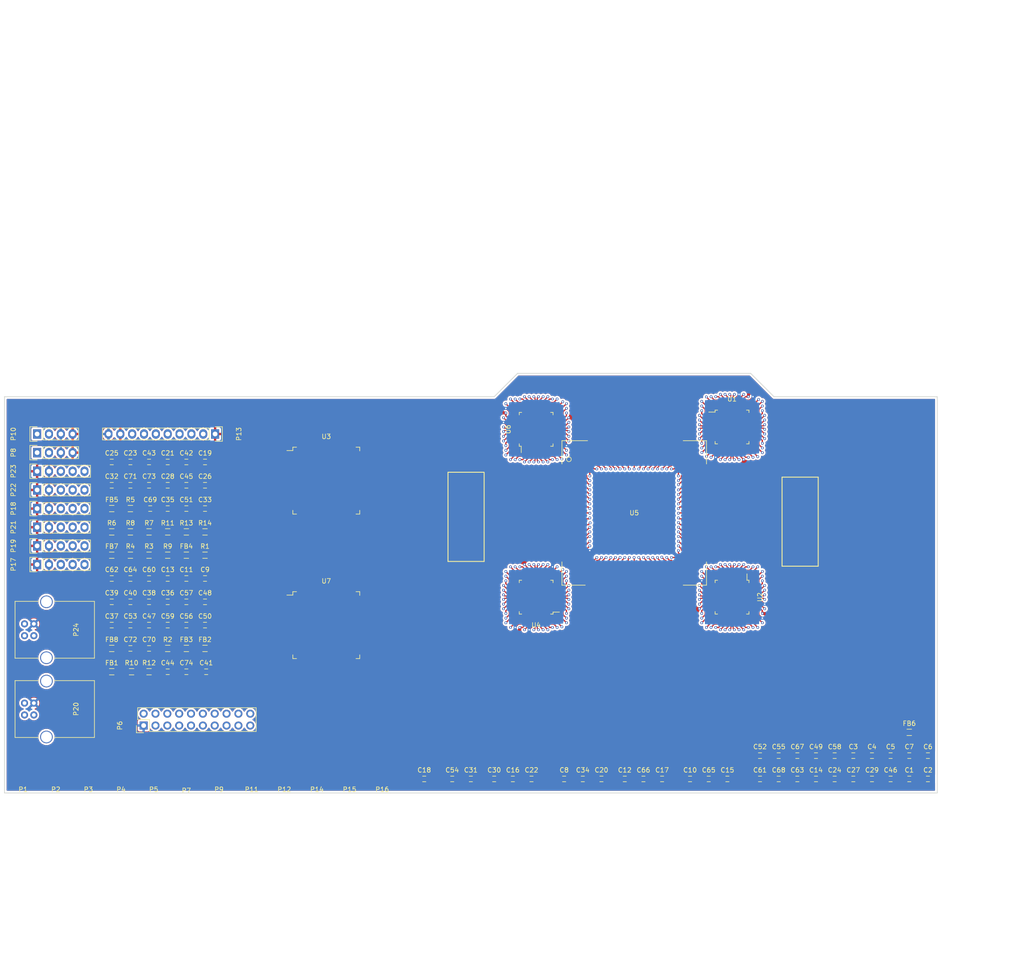
<source format=kicad_pcb>
(kicad_pcb (version 4) (host pcbnew 4.0.5)
  (layers (0 F.Cu signal) (1 In1.Cu signal) (2 In2.Cu signal) (31 B.Cu signal) (34 B.Paste user) (35 F.Paste user) (36 B.SilkS user) (37 F.SilkS user) (38 B.Mask user) (39 F.Mask user) (44 Edge.Cuts user))
  (net 0 "")
  (net 1 GND)
  (net 2 DisplayLite)
  (net 3 "Net-(C11-Pad1)")
  (net 4 "Net-(C16-Pad1)")
  (net 5 "Net-(C18-Pad1)")
  (net 6 "Net-(C19-Pad1)")
  (net 7 "Net-(C21-Pad1)")
  (net 8 "Net-(C36-Pad1)")
  (net 9 "Net-(C37-Pad1)")
  (net 10 "Net-(C42-Pad1)")
  (net 11 "Net-(C44-Pad1)")
  (net 12 "Net-(C48-Pad1)")
  (net 13 "Net-(C50-Pad1)")
  (net 14 "Net-(C60-Pad1)")
  (net 15 "Net-(C69-Pad1)")
  (net 16 "Net-(C70-Pad1)")
  (net 17 "Net-(FB1-Pad1)")
  (net 18 "Net-(FB7-Pad1)")
  (net 19 "Net-(P1-Pad2)")
  (net 20 "Net-(P2-Pad2)")
  (net 21 BackGate)
  (net 22 "Net-(P3-Pad2)")
  (net 23 I3)
  (net 24 "Net-(P4-Pad2)")
  (net 25 I4)
  (net 26 "Net-(P5-Pad2)")
  (net 27 I5)
  (net 28 "Net-(P6-Pad2)")
  (net 29 I7)
  (net 30 I6)
  (net 31 I8)
  (net 32 I9)
  (net 33 "Net-(P6-Pad14)")
  (net 34 I10)
  (net 35 I11)
  (net 36 I12)
  (net 37 "Net-(P7-Pad2)")
  (net 38 BT1_RX)
  (net 39 BT1_TX)
  (net 40 "Net-(P9-Pad2)")
  (net 41 BT2_RX)
  (net 42 BT2_TX)
  (net 43 "Net-(P11-Pad2)")
  (net 44 "Net-(P12-Pad2)")
  (net 45 DisplayMISO)
  (net 46 DisplaySCK)
  (net 47 DisplayMOSI)
  (net 48 DisplayCS)
  (net 49 CardCS)
  (net 50 DisplayDataOrCommand)
  (net 51 DisplayReset)
  (net 52 "Net-(P14-Pad2)")
  (net 53 "Net-(P15-Pad2)")
  (net 54 "Net-(P16-Pad2)")
  (net 55 "Net-(P17-Pad3)")
  (net 56 "Net-(P17-Pad4)")
  (net 57 "Net-(P17-Pad5)")
  (net 58 "Net-(P18-Pad3)")
  (net 59 D18)
  (net 60 D17)
  (net 61 "Net-(P19-Pad3)")
  (net 62 D50)
  (net 63 D49)
  (net 64 "Net-(P20-Pad2)")
  (net 65 "Net-(P20-Pad3)")
  (net 66 "Net-(P20-Pad5)")
  (net 67 "Net-(P21-Pad3)")
  (net 68 "Net-(P22-Pad3)")
  (net 69 "Net-(P23-Pad3)")
  (net 70 "Net-(P23-Pad4)")
  (net 71 "Net-(P23-Pad5)")
  (net 72 "Net-(P24-Pad2)")
  (net 73 "Net-(P24-Pad3)")
  (net 74 "Net-(P24-Pad5)")
  (net 75 I2C0_SCL)
  (net 76 I2C0_SDA)
  (net 77 "Net-(R3-Pad1)")
  (net 78 "Net-(R4-Pad1)")
  (net 79 "Net-(R5-Pad1)")
  (net 80 "Net-(R5-Pad2)")
  (net 81 "Net-(R6-Pad1)")
  (net 82 "Net-(R6-Pad2)")
  (net 83 "Net-(R7-Pad1)")
  (net 84 "Net-(R7-Pad2)")
  (net 85 "Net-(R8-Pad1)")
  (net 86 "Net-(R8-Pad2)")
  (net 87 "Net-(R9-Pad1)")
  (net 88 "Net-(R10-Pad1)")
  (net 89 "Net-(R11-Pad1)")
  (net 90 "Net-(R11-Pad2)")
  (net 91 "Net-(R12-Pad1)")
  (net 92 "Net-(R12-Pad2)")
  (net 93 "Net-(R13-Pad1)")
  (net 94 "Net-(R13-Pad2)")
  (net 95 "Net-(R14-Pad1)")
  (net 96 "Net-(R14-Pad2)")
  (net 97 D8)
  (net 98 D9)
  (net 99 D10)
  (net 100 D11)
  (net 101 D12)
  (net 102 D13)
  (net 103 D14)
  (net 104 D15)
  (net 105 D16)
  (net 106 D19)
  (net 107 D20)
  (net 108 D21)
  (net 109 D22)
  (net 110 D23)
  (net 111 D24)
  (net 112 D25)
  (net 113 D26)
  (net 114 D27)
  (net 115 D28)
  (net 116 D29)
  (net 117 D30)
  (net 118 D31)
  (net 119 D32)
  (net 120 D1)
  (net 121 D2)
  (net 122 D3)
  (net 123 D4)
  (net 124 D5)
  (net 125 D6)
  (net 126 D7)
  (net 127 D40)
  (net 128 D41)
  (net 129 D42)
  (net 130 D43)
  (net 131 D44)
  (net 132 D45)
  (net 133 D46)
  (net 134 D47)
  (net 135 D48)
  (net 136 D51)
  (net 137 D52)
  (net 138 D53)
  (net 139 D54)
  (net 140 D55)
  (net 141 D56)
  (net 142 D57)
  (net 143 D58)
  (net 144 D59)
  (net 145 D60)
  (net 146 D61)
  (net 147 D62)
  (net 148 D63)
  (net 149 D64)
  (net 150 D33)
  (net 151 D34)
  (net 152 D35)
  (net 153 D36)
  (net 154 D37)
  (net 155 D38)
  (net 156 D39)
  (module "NoyceLibrary:68_PLCC_Socket_(8468-21B1-RK-TP)" (layer F.Cu) (at 200.025 99.93)
    (fp_text reference U5 (at 0 0) (layer F.SilkS))
    (fp_text value "68_PLCC_Socket_(8468-21B1-RK-TP)")
    (pad 8 smd rect (at -11.68 -10.16) (size 1.91 0.7) (layers F.Cu F.Paste F.Mask) (net 97 D8))
    (pad 7 smd rect (at -11.68 -8.89) (size 1.91 0.7) (layers F.Cu F.Paste F.Mask) (net 126 D7))
    (pad 6 smd rect (at -11.68 -7.62) (size 1.91 0.7) (layers F.Cu F.Paste F.Mask) (net 125 D6))
    (pad 5 smd rect (at -11.68 -6.35) (size 1.91 0.7) (layers F.Cu F.Paste F.Mask) (net 124 D5))
    (pad 4 smd rect (at -11.68 -5.08) (size 1.91 0.7) (layers F.Cu F.Paste F.Mask) (net 123 D4))
    (pad 3 smd rect (at -11.68 -3.81) (size 1.91 0.7) (layers F.Cu F.Paste F.Mask) (net 122 D3))
    (pad 2 smd rect (at -11.68 -2.54) (size 1.91 0.7) (layers F.Cu F.Paste F.Mask) (net 121 D2))
    (pad 1 smd rect (at -11.68 -1.27) (size 1.91 0.7) (layers F.Cu F.Paste F.Mask) (net 120 D1))
    (pad 66 smd rect (at -11.68 0) (size 1.91 0.7) (layers F.Cu F.Paste F.Mask) (net 149 D64))
    (pad 65 smd rect (at -11.68 1.27) (size 1.91 0.7) (layers F.Cu F.Paste F.Mask) (net 148 D63))
    (pad 64 smd rect (at -11.68 2.54) (size 1.91 0.7) (layers F.Cu F.Paste F.Mask) (net 147 D62))
    (pad 63 smd rect (at -11.68 3.81) (size 1.91 0.7) (layers F.Cu F.Paste F.Mask) (net 146 D61))
    (pad 62 smd rect (at -11.68 5.08) (size 1.91 0.7) (layers F.Cu F.Paste F.Mask) (net 145 D60))
    (pad 61 smd rect (at -11.68 6.35) (size 1.91 0.7) (layers F.Cu F.Paste F.Mask) (net 144 D59))
    (pad 60 smd rect (at -11.68 7.62) (size 1.91 0.7) (layers F.Cu F.Paste F.Mask) (net 143 D58))
    (pad 59 smd rect (at -11.68 8.89) (size 1.91 0.7) (layers F.Cu F.Paste F.Mask) (net 142 D57))
    (pad 67 smd rect (at -11.68 10.16) (size 1.91 0.7) (layers F.Cu F.Paste F.Mask) (net 1 GND))
    (pad 58 smd rect (at -10.16 11.68) (size 0.7 1.91) (layers F.Cu F.Paste F.Mask) (net 141 D56))
    (pad 27 smd rect (at 11.68 -8.89) (size 1.91 0.7) (layers F.Cu F.Paste F.Mask) (net 114 D27))
    (pad 28 smd rect (at 11.68 -7.62) (size 1.91 0.7) (layers F.Cu F.Paste F.Mask) (net 115 D28))
    (pad 29 smd rect (at 11.68 -6.35) (size 1.91 0.7) (layers F.Cu F.Paste F.Mask) (net 116 D29))
    (pad 30 smd rect (at 11.68 -5.08) (size 1.91 0.7) (layers F.Cu F.Paste F.Mask) (net 117 D30))
    (pad 31 smd rect (at 11.68 -3.81) (size 1.91 0.7) (layers F.Cu F.Paste F.Mask) (net 118 D31))
    (pad 32 smd rect (at 11.68 -2.54) (size 1.91 0.7) (layers F.Cu F.Paste F.Mask) (net 119 D32))
    (pad 33 smd rect (at 11.68 -1.27) (size 1.91 0.7) (layers F.Cu F.Paste F.Mask) (net 23 I3))
    (pad 34 smd rect (at 11.68 0) (size 1.91 0.7) (layers F.Cu F.Paste F.Mask) (net 21 BackGate))
    (pad 35 smd rect (at 11.68 1.27) (size 1.91 0.7) (layers F.Cu F.Paste F.Mask) (net 150 D33))
    (pad 36 smd rect (at 11.68 2.54) (size 1.91 0.7) (layers F.Cu F.Paste F.Mask) (net 151 D34))
    (pad 37 smd rect (at 11.68 3.81) (size 1.91 0.7) (layers F.Cu F.Paste F.Mask) (net 152 D35))
    (pad 38 smd rect (at 11.68 5.08) (size 1.91 0.7) (layers F.Cu F.Paste F.Mask) (net 153 D36))
    (pad 39 smd rect (at 11.68 6.35) (size 1.91 0.7) (layers F.Cu F.Paste F.Mask) (net 154 D37))
    (pad 40 smd rect (at 11.68 7.62) (size 1.91 0.7) (layers F.Cu F.Paste F.Mask) (net 155 D38))
    (pad 41 smd rect (at 11.68 8.89) (size 1.91 0.7) (layers F.Cu F.Paste F.Mask) (net 156 D39))
    (pad 68 smd rect (at 11.68 10.16) (size 1.91 0.7) (layers F.Cu F.Paste F.Mask) (net 25 I4))
    (pad 9 smd rect (at -10.16 -11.68) (size 0.7 1.91) (layers F.Cu F.Paste F.Mask) (net 98 D9))
    (pad 10 smd rect (at -8.89 -11.68) (size 0.7 1.91) (layers F.Cu F.Paste F.Mask) (net 99 D10))
    (pad 11 smd rect (at -7.62 -11.68) (size 0.7 1.91) (layers F.Cu F.Paste F.Mask) (net 100 D11))
    (pad 12 smd rect (at -6.35 -11.68) (size 0.7 1.91) (layers F.Cu F.Paste F.Mask) (net 101 D12))
    (pad 13 smd rect (at -5.08 -11.68) (size 0.7 1.91) (layers F.Cu F.Paste F.Mask) (net 102 D13))
    (pad 14 smd rect (at -3.81 -11.68) (size 0.7 1.91) (layers F.Cu F.Paste F.Mask) (net 103 D14))
    (pad 15 smd rect (at -2.54 -11.68) (size 0.7 1.91) (layers F.Cu F.Paste F.Mask) (net 104 D15))
    (pad 16 smd rect (at -1.27 -11.68) (size 0.7 1.91) (layers F.Cu F.Paste F.Mask) (net 105 D16))
    (pad 17 smd rect (at 0 -11.68) (size 0.7 1.91) (layers F.Cu F.Paste F.Mask) (net 60 D17))
    (pad 18 smd rect (at 1.27 -11.68) (size 0.7 1.91) (layers F.Cu F.Paste F.Mask) (net 59 D18))
    (pad 19 smd rect (at 2.54 -11.68) (size 0.7 1.91) (layers F.Cu F.Paste F.Mask) (net 106 D19))
    (pad 20 smd rect (at 3.81 -11.68) (size 0.7 1.91) (layers F.Cu F.Paste F.Mask) (net 107 D20))
    (pad 21 smd rect (at 5.08 -11.68) (size 0.7 1.91) (layers F.Cu F.Paste F.Mask) (net 108 D21))
    (pad 22 smd rect (at 6.35 -11.68) (size 0.7 1.91) (layers F.Cu F.Paste F.Mask) (net 109 D22))
    (pad 23 smd rect (at 7.62 -11.68) (size 0.7 1.91) (layers F.Cu F.Paste F.Mask) (net 110 D23))
    (pad 24 smd rect (at 8.89 -11.68) (size 0.7 1.91) (layers F.Cu F.Paste F.Mask) (net 111 D24))
    (pad 25 smd rect (at 10.16 -11.68) (size 0.7 1.91) (layers F.Cu F.Paste F.Mask) (net 112 D25))
    (pad 57 smd rect (at -8.89 11.68) (size 0.7 1.91) (layers F.Cu F.Paste F.Mask) (net 140 D55))
    (pad 56 smd rect (at -7.62 11.68) (size 0.7 1.91) (layers F.Cu F.Paste F.Mask) (net 139 D54))
    (pad 55 smd rect (at -6.35 11.68) (size 0.7 1.91) (layers F.Cu F.Paste F.Mask) (net 138 D53))
    (pad 54 smd rect (at -5.08 11.68) (size 0.7 1.91) (layers F.Cu F.Paste F.Mask) (net 137 D52))
    (pad 53 smd rect (at -3.81 11.68) (size 0.7 1.91) (layers F.Cu F.Paste F.Mask) (net 136 D51))
    (pad 52 smd rect (at -2.54 11.68) (size 0.7 1.91) (layers F.Cu F.Paste F.Mask) (net 62 D50))
    (pad 51 smd rect (at -1.27 11.68) (size 0.7 1.91) (layers F.Cu F.Paste F.Mask) (net 63 D49))
    (pad 50 smd rect (at 0 11.68) (size 0.7 1.91) (layers F.Cu F.Paste F.Mask) (net 135 D48))
    (pad 49 smd rect (at 1.27 11.68) (size 0.7 1.91) (layers F.Cu F.Paste F.Mask) (net 134 D47))
    (pad 48 smd rect (at 2.54 11.68) (size 0.7 1.91) (layers F.Cu F.Paste F.Mask) (net 133 D46))
    (pad 47 smd rect (at 3.81 11.68) (size 0.7 1.91) (layers F.Cu F.Paste F.Mask) (net 132 D45))
    (pad 46 smd rect (at 5.08 11.68) (size 0.7 1.91) (layers F.Cu F.Paste F.Mask) (net 131 D44))
    (pad 45 smd rect (at 6.35 11.68) (size 0.7 1.91) (layers F.Cu F.Paste F.Mask) (net 130 D43))
    (pad 44 smd rect (at 7.62 11.68) (size 0.7 1.91) (layers F.Cu F.Paste F.Mask) (net 129 D42))
    (pad 43 smd rect (at 8.89 11.68) (size 0.7 1.91) (layers F.Cu F.Paste F.Mask) (net 128 D41))
    (pad 42 smd rect (at 10.16 11.68) (size 0.7 1.91) (layers F.Cu F.Paste F.Mask) (net 127 D40))
    (pad 26 smd rect (at 11.68 -10.16) (size 1.91 0.7) (layers F.Cu F.Paste F.Mask) (net 113 D26))
  )
  (module Capacitors_SMD:C_0603 (layer F.Cu) (at 259 157)
    (fp_text reference C1 (at 0 -1.9) (layer F.SilkS))
    (fp_text value 0.1uF)
    (pad 1 smd rect (at -0.75 0) (size 0.8 0.75) (layers F.Cu F.Paste F.Mask) (net 1 GND))
    (pad 2 smd rect (at 0.75 0) (size 0.8 0.75) (layers F.Cu F.Paste F.Mask) (net 2 DisplayLite))
  )
  (module Capacitors_SMD:C_0603 (layer F.Cu) (at 263 157)
    (fp_text reference C2 (at 0 -1.9) (layer F.SilkS))
    (fp_text value 0.1uF)
    (pad 1 smd rect (at -0.75 0) (size 0.8 0.75) (layers F.Cu F.Paste F.Mask) (net 1 GND))
    (pad 2 smd rect (at 0.75 0) (size 0.8 0.75) (layers F.Cu F.Paste F.Mask) (net 2 DisplayLite))
  )
  (module Capacitors_SMD:C_0603 (layer F.Cu) (at 247 152)
    (fp_text reference C3 (at 0 -1.9) (layer F.SilkS))
    (fp_text value 0.1uF)
    (pad 1 smd rect (at -0.75 0) (size 0.8 0.75) (layers F.Cu F.Paste F.Mask) (net 1 GND))
    (pad 2 smd rect (at 0.75 0) (size 0.8 0.75) (layers F.Cu F.Paste F.Mask) (net 2 DisplayLite))
  )
  (module Capacitors_SMD:C_0603 (layer F.Cu) (at 251 152)
    (fp_text reference C4 (at 0 -1.9) (layer F.SilkS))
    (fp_text value 0.1uF)
    (pad 1 smd rect (at -0.75 0) (size 0.8 0.75) (layers F.Cu F.Paste F.Mask) (net 1 GND))
    (pad 2 smd rect (at 0.75 0) (size 0.8 0.75) (layers F.Cu F.Paste F.Mask) (net 2 DisplayLite))
  )
  (module Capacitors_SMD:C_0603 (layer F.Cu) (at 255 152)
    (fp_text reference C5 (at 0 -1.9) (layer F.SilkS))
    (fp_text value 0.1uF)
    (pad 1 smd rect (at -0.75 0) (size 0.8 0.75) (layers F.Cu F.Paste F.Mask) (net 1 GND))
    (pad 2 smd rect (at 0.75 0) (size 0.8 0.75) (layers F.Cu F.Paste F.Mask) (net 2 DisplayLite))
  )
  (module Capacitors_SMD:C_0603 (layer F.Cu) (at 263 152)
    (fp_text reference C6 (at 0 -1.9) (layer F.SilkS))
    (fp_text value 0.1uF)
    (pad 1 smd rect (at -0.75 0) (size 0.8 0.75) (layers F.Cu F.Paste F.Mask) (net 1 GND))
    (pad 2 smd rect (at 0.75 0) (size 0.8 0.75) (layers F.Cu F.Paste F.Mask) (net 2 DisplayLite))
  )
  (module Capacitors_SMD:C_0603 (layer F.Cu) (at 259 152)
    (fp_text reference C7 (at 0 -1.9) (layer F.SilkS))
    (fp_text value 0.1uF)
    (pad 1 smd rect (at -0.75 0) (size 0.8 0.75) (layers F.Cu F.Paste F.Mask) (net 1 GND))
    (pad 2 smd rect (at 0.75 0) (size 0.8 0.75) (layers F.Cu F.Paste F.Mask) (net 2 DisplayLite))
  )
  (module Capacitors_SMD:C_0603 (layer F.Cu) (at 185 157)
    (fp_text reference C8 (at 0 -1.9) (layer F.SilkS))
    (fp_text value 0.1uF)
    (pad 1 smd rect (at -0.75 0) (size 0.8 0.75) (layers F.Cu F.Paste F.Mask) (net 1 GND))
    (pad 2 smd rect (at 0.75 0) (size 0.8 0.75) (layers F.Cu F.Paste F.Mask) (net 2 DisplayLite))
  )
  (module Capacitors_SMD:C_0603 (layer F.Cu) (at 108 114)
    (fp_text reference C9 (at 0 -1.9) (layer F.SilkS))
    (fp_text value 47uF)
    (pad 1 smd rect (at -0.75 0) (size 0.8 0.75) (layers F.Cu F.Paste F.Mask) (net 3 "Net-(C11-Pad1)"))
    (pad 2 smd rect (at 0.75 0) (size 0.8 0.75) (layers F.Cu F.Paste F.Mask) (net 1 GND))
  )
  (module Capacitors_SMD:C_0603 (layer F.Cu) (at 212 157)
    (fp_text reference C10 (at 0 -1.9) (layer F.SilkS))
    (fp_text value 47uF)
    (pad 1 smd rect (at -0.75 0) (size 0.8 0.75) (layers F.Cu F.Paste F.Mask) (net 2 DisplayLite))
    (pad 2 smd rect (at 0.75 0) (size 0.8 0.75) (layers F.Cu F.Paste F.Mask) (net 1 GND))
  )
  (module Capacitors_SMD:C_0603 (layer F.Cu) (at 104 114)
    (fp_text reference C11 (at 0 -1.9) (layer F.SilkS))
    (fp_text value 1uF)
    (pad 1 smd rect (at -0.75 0) (size 0.8 0.75) (layers F.Cu F.Paste F.Mask) (net 3 "Net-(C11-Pad1)"))
    (pad 2 smd rect (at 0.75 0) (size 0.8 0.75) (layers F.Cu F.Paste F.Mask) (net 1 GND))
  )
  (module Capacitors_SMD:C_0603 (layer F.Cu) (at 198 157)
    (fp_text reference C12 (at 0 -1.9) (layer F.SilkS))
    (fp_text value 1uF)
    (pad 1 smd rect (at -0.75 0) (size 0.8 0.75) (layers F.Cu F.Paste F.Mask) (net 2 DisplayLite))
    (pad 2 smd rect (at 0.75 0) (size 0.8 0.75) (layers F.Cu F.Paste F.Mask) (net 1 GND))
  )
  (module Capacitors_SMD:C_0603 (layer F.Cu) (at 100 114)
    (fp_text reference C13 (at 0 -1.9) (layer F.SilkS))
    (fp_text value 0.1uF)
    (pad 1 smd rect (at -0.75 0) (size 0.8 0.75) (layers F.Cu F.Paste F.Mask) (net 1 GND))
    (pad 2 smd rect (at 0.75 0) (size 0.8 0.75) (layers F.Cu F.Paste F.Mask) (net 3 "Net-(C11-Pad1)"))
  )
  (module Capacitors_SMD:C_0603 (layer F.Cu) (at 239 157)
    (fp_text reference C14 (at 0 -1.9) (layer F.SilkS))
    (fp_text value 0.1uF)
    (pad 1 smd rect (at -0.75 0) (size 0.8 0.75) (layers F.Cu F.Paste F.Mask) (net 2 DisplayLite))
    (pad 2 smd rect (at 0.75 0) (size 0.8 0.75) (layers F.Cu F.Paste F.Mask) (net 1 GND))
  )
  (module Capacitors_SMD:C_0603 (layer F.Cu) (at 220 157)
    (fp_text reference C15 (at 0 -1.9) (layer F.SilkS))
    (fp_text value 47uF)
    (pad 1 smd rect (at -0.75 0) (size 0.8 0.75) (layers F.Cu F.Paste F.Mask) (net 2 DisplayLite))
    (pad 2 smd rect (at 0.75 0) (size 0.8 0.75) (layers F.Cu F.Paste F.Mask) (net 1 GND))
  )
  (module Capacitors_SMD:C_0603 (layer F.Cu) (at 174 157)
    (fp_text reference C16 (at 0 -1.9) (layer F.SilkS))
    (fp_text value 47uF)
    (pad 1 smd rect (at -0.75 0) (size 0.8 0.75) (layers F.Cu F.Paste F.Mask) (net 4 "Net-(C16-Pad1)"))
    (pad 2 smd rect (at 0.75 0) (size 0.8 0.75) (layers F.Cu F.Paste F.Mask) (net 1 GND))
  )
  (module Capacitors_SMD:C_0603 (layer F.Cu) (at 206 157)
    (fp_text reference C17 (at 0 -1.9) (layer F.SilkS))
    (fp_text value 47uF)
    (pad 1 smd rect (at -0.75 0) (size 0.8 0.75) (layers F.Cu F.Paste F.Mask) (net 2 DisplayLite))
    (pad 2 smd rect (at 0.75 0) (size 0.8 0.75) (layers F.Cu F.Paste F.Mask) (net 1 GND))
  )
  (module Capacitors_SMD:C_0603 (layer F.Cu) (at 155 157)
    (fp_text reference C18 (at 0 -1.9) (layer F.SilkS))
    (fp_text value 47uF)
    (pad 1 smd rect (at -0.75 0) (size 0.8 0.75) (layers F.Cu F.Paste F.Mask) (net 5 "Net-(C18-Pad1)"))
    (pad 2 smd rect (at 0.75 0) (size 0.8 0.75) (layers F.Cu F.Paste F.Mask) (net 1 GND))
  )
  (module Capacitors_SMD:C_0603 (layer F.Cu) (at 108 89)
    (fp_text reference C19 (at 0 -1.9) (layer F.SilkS))
    (fp_text value 47uF)
    (pad 1 smd rect (at -0.75 0) (size 0.8 0.75) (layers F.Cu F.Paste F.Mask) (net 6 "Net-(C19-Pad1)"))
    (pad 2 smd rect (at 0.75 0) (size 0.8 0.75) (layers F.Cu F.Paste F.Mask) (net 1 GND))
  )
  (module Capacitors_SMD:C_0603 (layer F.Cu) (at 193 157)
    (fp_text reference C20 (at 0 -1.9) (layer F.SilkS))
    (fp_text value 47uF)
    (pad 1 smd rect (at -0.75 0) (size 0.8 0.75) (layers F.Cu F.Paste F.Mask) (net 2 DisplayLite))
    (pad 2 smd rect (at 0.75 0) (size 0.8 0.75) (layers F.Cu F.Paste F.Mask) (net 1 GND))
  )
  (module Capacitors_SMD:C_0603 (layer F.Cu) (at 100 89)
    (fp_text reference C21 (at 0 -1.9) (layer F.SilkS))
    (fp_text value 47uF)
    (pad 1 smd rect (at -0.75 0) (size 0.8 0.75) (layers F.Cu F.Paste F.Mask) (net 7 "Net-(C21-Pad1)"))
    (pad 2 smd rect (at 0.75 0) (size 0.8 0.75) (layers F.Cu F.Paste F.Mask) (net 1 GND))
  )
  (module Capacitors_SMD:C_0603 (layer F.Cu) (at 178 157)
    (fp_text reference C22 (at 0 -1.9) (layer F.SilkS))
    (fp_text value 1uF)
    (pad 1 smd rect (at -0.75 0) (size 0.8 0.75) (layers F.Cu F.Paste F.Mask) (net 2 DisplayLite))
    (pad 2 smd rect (at 0.75 0) (size 0.8 0.75) (layers F.Cu F.Paste F.Mask) (net 1 GND))
  )
  (module Capacitors_SMD:C_0603 (layer F.Cu) (at 92 89)
    (fp_text reference C23 (at 0 -1.9) (layer F.SilkS))
    (fp_text value 1uF)
    (pad 1 smd rect (at -0.75 0) (size 0.8 0.75) (layers F.Cu F.Paste F.Mask) (net 4 "Net-(C16-Pad1)"))
    (pad 2 smd rect (at 0.75 0) (size 0.8 0.75) (layers F.Cu F.Paste F.Mask) (net 1 GND))
  )
  (module Capacitors_SMD:C_0603 (layer F.Cu) (at 243 157)
    (fp_text reference C24 (at 0 -1.9) (layer F.SilkS))
    (fp_text value 1uF)
    (pad 1 smd rect (at -0.75 0) (size 0.8 0.75) (layers F.Cu F.Paste F.Mask) (net 2 DisplayLite))
    (pad 2 smd rect (at 0.75 0) (size 0.8 0.75) (layers F.Cu F.Paste F.Mask) (net 1 GND))
  )
  (module Capacitors_SMD:C_0603 (layer F.Cu) (at 88 89)
    (fp_text reference C25 (at 0 -1.9) (layer F.SilkS))
    (fp_text value 1uF)
    (pad 1 smd rect (at -0.75 0) (size 0.8 0.75) (layers F.Cu F.Paste F.Mask) (net 5 "Net-(C18-Pad1)"))
    (pad 2 smd rect (at 0.75 0) (size 0.8 0.75) (layers F.Cu F.Paste F.Mask) (net 1 GND))
  )
  (module Capacitors_SMD:C_0603 (layer F.Cu) (at 108 94)
    (fp_text reference C26 (at 0 -1.9) (layer F.SilkS))
    (fp_text value 1uF)
    (pad 1 smd rect (at -0.75 0) (size 0.8 0.75) (layers F.Cu F.Paste F.Mask) (net 6 "Net-(C19-Pad1)"))
    (pad 2 smd rect (at 0.75 0) (size 0.8 0.75) (layers F.Cu F.Paste F.Mask) (net 1 GND))
  )
  (module Capacitors_SMD:C_0603 (layer F.Cu) (at 247 157)
    (fp_text reference C27 (at 0 -1.9) (layer F.SilkS))
    (fp_text value 1uF)
    (pad 1 smd rect (at -0.75 0) (size 0.8 0.75) (layers F.Cu F.Paste F.Mask) (net 2 DisplayLite))
    (pad 2 smd rect (at 0.75 0) (size 0.8 0.75) (layers F.Cu F.Paste F.Mask) (net 1 GND))
  )
  (module Capacitors_SMD:C_0603 (layer F.Cu) (at 100 94)
    (fp_text reference C28 (at 0 -1.9) (layer F.SilkS))
    (fp_text value 1uF)
    (pad 1 smd rect (at -0.75 0) (size 0.8 0.75) (layers F.Cu F.Paste F.Mask) (net 7 "Net-(C21-Pad1)"))
    (pad 2 smd rect (at 0.75 0) (size 0.8 0.75) (layers F.Cu F.Paste F.Mask) (net 1 GND))
  )
  (module Capacitors_SMD:C_0603 (layer F.Cu) (at 251 157)
    (fp_text reference C29 (at 0 -1.9) (layer F.SilkS))
    (fp_text value 0.1uF)
    (pad 1 smd rect (at -0.75 0) (size 0.8 0.75) (layers F.Cu F.Paste F.Mask) (net 2 DisplayLite))
    (pad 2 smd rect (at 0.75 0) (size 0.8 0.75) (layers F.Cu F.Paste F.Mask) (net 1 GND))
  )
  (module Capacitors_SMD:C_0603 (layer F.Cu) (at 170 157)
    (fp_text reference C30 (at 0 -1.9) (layer F.SilkS))
    (fp_text value 0.1uF)
    (pad 1 smd rect (at -0.75 0) (size 0.8 0.75) (layers F.Cu F.Paste F.Mask) (net 1 GND))
    (pad 2 smd rect (at 0.75 0) (size 0.8 0.75) (layers F.Cu F.Paste F.Mask) (net 4 "Net-(C16-Pad1)"))
  )
  (module Capacitors_SMD:C_0603 (layer F.Cu) (at 165 157)
    (fp_text reference C31 (at 0 -1.9) (layer F.SilkS))
    (fp_text value 0.1uF)
    (pad 1 smd rect (at -0.75 0) (size 0.8 0.75) (layers F.Cu F.Paste F.Mask) (net 1 GND))
    (pad 2 smd rect (at 0.75 0) (size 0.8 0.75) (layers F.Cu F.Paste F.Mask) (net 2 DisplayLite))
  )
  (module Capacitors_SMD:C_0603 (layer F.Cu) (at 88 94)
    (fp_text reference C32 (at 0 -1.9) (layer F.SilkS))
    (fp_text value 0.1uF)
    (pad 1 smd rect (at -0.75 0) (size 0.8 0.75) (layers F.Cu F.Paste F.Mask) (net 1 GND))
    (pad 2 smd rect (at 0.75 0) (size 0.8 0.75) (layers F.Cu F.Paste F.Mask) (net 5 "Net-(C18-Pad1)"))
  )
  (module Capacitors_SMD:C_0603 (layer F.Cu) (at 108 99)
    (fp_text reference C33 (at 0 -1.9) (layer F.SilkS))
    (fp_text value 0.1uF)
    (pad 1 smd rect (at -0.75 0) (size 0.8 0.75) (layers F.Cu F.Paste F.Mask) (net 1 GND))
    (pad 2 smd rect (at 0.75 0) (size 0.8 0.75) (layers F.Cu F.Paste F.Mask) (net 6 "Net-(C19-Pad1)"))
  )
  (module Capacitors_SMD:C_0603 (layer F.Cu) (at 189 157)
    (fp_text reference C34 (at 0 -1.9) (layer F.SilkS))
    (fp_text value 0.1uF)
    (pad 1 smd rect (at -0.75 0) (size 0.8 0.75) (layers F.Cu F.Paste F.Mask) (net 1 GND))
    (pad 2 smd rect (at 0.75 0) (size 0.8 0.75) (layers F.Cu F.Paste F.Mask) (net 2 DisplayLite))
  )
  (module Capacitors_SMD:C_0603 (layer F.Cu) (at 100 99)
    (fp_text reference C35 (at 0 -1.9) (layer F.SilkS))
    (fp_text value 0.1uF)
    (pad 1 smd rect (at -0.75 0) (size 0.8 0.75) (layers F.Cu F.Paste F.Mask) (net 1 GND))
    (pad 2 smd rect (at 0.75 0) (size 0.8 0.75) (layers F.Cu F.Paste F.Mask) (net 7 "Net-(C21-Pad1)"))
  )
  (module Capacitors_SMD:C_0603 (layer F.Cu) (at 100 119)
    (fp_text reference C36 (at 0 -1.9) (layer F.SilkS))
    (fp_text value 47uF)
    (pad 1 smd rect (at -0.75 0) (size 0.8 0.75) (layers F.Cu F.Paste F.Mask) (net 8 "Net-(C36-Pad1)"))
    (pad 2 smd rect (at 0.75 0) (size 0.8 0.75) (layers F.Cu F.Paste F.Mask) (net 1 GND))
  )
  (module Capacitors_SMD:C_0603 (layer F.Cu) (at 88 124)
    (fp_text reference C37 (at 0 -1.9) (layer F.SilkS))
    (fp_text value 47uF)
    (pad 1 smd rect (at -0.75 0) (size 0.8 0.75) (layers F.Cu F.Paste F.Mask) (net 9 "Net-(C37-Pad1)"))
    (pad 2 smd rect (at 0.75 0) (size 0.8 0.75) (layers F.Cu F.Paste F.Mask) (net 1 GND))
  )
  (module Capacitors_SMD:C_0603 (layer F.Cu) (at 96 119)
    (fp_text reference C38 (at 0 -1.9) (layer F.SilkS))
    (fp_text value 1uF)
    (pad 1 smd rect (at -0.75 0) (size 0.8 0.75) (layers F.Cu F.Paste F.Mask) (net 8 "Net-(C36-Pad1)"))
    (pad 2 smd rect (at 0.75 0) (size 0.8 0.75) (layers F.Cu F.Paste F.Mask) (net 1 GND))
  )
  (module Capacitors_SMD:C_0603 (layer F.Cu) (at 88 119)
    (fp_text reference C39 (at 0 -1.9) (layer F.SilkS))
    (fp_text value 1uF)
    (pad 1 smd rect (at -0.75 0) (size 0.8 0.75) (layers F.Cu F.Paste F.Mask) (net 9 "Net-(C37-Pad1)"))
    (pad 2 smd rect (at 0.75 0) (size 0.8 0.75) (layers F.Cu F.Paste F.Mask) (net 1 GND))
  )
  (module Capacitors_SMD:C_0603 (layer F.Cu) (at 92 119)
    (fp_text reference C40 (at 0 -1.9) (layer F.SilkS))
    (fp_text value 0.1uF)
    (pad 1 smd rect (at -0.75 0) (size 0.8 0.75) (layers F.Cu F.Paste F.Mask) (net 8 "Net-(C36-Pad1)"))
    (pad 2 smd rect (at 0.75 0) (size 0.8 0.75) (layers F.Cu F.Paste F.Mask) (net 1 GND))
  )
  (module Capacitors_SMD:C_0603 (layer F.Cu) (at 108.25 134)
    (fp_text reference C41 (at 0 -1.9) (layer F.SilkS))
    (fp_text value 0.1uF)
    (pad 1 smd rect (at -0.75 0) (size 0.8 0.75) (layers F.Cu F.Paste F.Mask) (net 1 GND))
    (pad 2 smd rect (at 0.75 0) (size 0.8 0.75) (layers F.Cu F.Paste F.Mask) (net 9 "Net-(C37-Pad1)"))
  )
  (module Capacitors_SMD:C_0603 (layer F.Cu) (at 104 89)
    (fp_text reference C42 (at 0 -1.9) (layer F.SilkS))
    (fp_text value 47uF)
    (pad 1 smd rect (at -0.75 0) (size 0.8 0.75) (layers F.Cu F.Paste F.Mask) (net 10 "Net-(C42-Pad1)"))
    (pad 2 smd rect (at 0.75 0) (size 0.8 0.75) (layers F.Cu F.Paste F.Mask) (net 1 GND))
  )
  (module Capacitors_SMD:C_0603 (layer F.Cu) (at 96 89)
    (fp_text reference C43 (at 0 -1.9) (layer F.SilkS))
    (fp_text value 47uF)
    (pad 1 smd rect (at -0.75 0) (size 0.8 0.75) (layers F.Cu F.Paste F.Mask) (net 2 DisplayLite))
    (pad 2 smd rect (at 0.75 0) (size 0.8 0.75) (layers F.Cu F.Paste F.Mask) (net 1 GND))
  )
  (module Capacitors_SMD:C_0603 (layer F.Cu) (at 100 134)
    (fp_text reference C44 (at 0 -1.9) (layer F.SilkS))
    (fp_text value 47uF)
    (pad 1 smd rect (at -0.75 0) (size 0.8 0.75) (layers F.Cu F.Paste F.Mask) (net 11 "Net-(C44-Pad1)"))
    (pad 2 smd rect (at 0.75 0) (size 0.8 0.75) (layers F.Cu F.Paste F.Mask) (net 1 GND))
  )
  (module Capacitors_SMD:C_0603 (layer F.Cu) (at 104 94)
    (fp_text reference C45 (at 0 -1.9) (layer F.SilkS))
    (fp_text value 1uF)
    (pad 1 smd rect (at -0.75 0) (size 0.8 0.75) (layers F.Cu F.Paste F.Mask) (net 10 "Net-(C42-Pad1)"))
    (pad 2 smd rect (at 0.75 0) (size 0.8 0.75) (layers F.Cu F.Paste F.Mask) (net 1 GND))
  )
  (module Capacitors_SMD:C_0603 (layer F.Cu) (at 255 157)
    (fp_text reference C46 (at 0 -1.9) (layer F.SilkS))
    (fp_text value 1uF)
    (pad 1 smd rect (at -0.75 0) (size 0.8 0.75) (layers F.Cu F.Paste F.Mask) (net 2 DisplayLite))
    (pad 2 smd rect (at 0.75 0) (size 0.8 0.75) (layers F.Cu F.Paste F.Mask) (net 1 GND))
  )
  (module Capacitors_SMD:C_0603 (layer F.Cu) (at 96 124)
    (fp_text reference C47 (at 0 -1.9) (layer F.SilkS))
    (fp_text value 1uF)
    (pad 1 smd rect (at -0.75 0) (size 0.8 0.75) (layers F.Cu F.Paste F.Mask) (net 11 "Net-(C44-Pad1)"))
    (pad 2 smd rect (at 0.75 0) (size 0.8 0.75) (layers F.Cu F.Paste F.Mask) (net 1 GND))
  )
  (module Capacitors_SMD:C_0603 (layer F.Cu) (at 108 119)
    (fp_text reference C48 (at 0 -1.9) (layer F.SilkS))
    (fp_text value 47uF)
    (pad 1 smd rect (at -0.75 0) (size 0.8 0.75) (layers F.Cu F.Paste F.Mask) (net 12 "Net-(C48-Pad1)"))
    (pad 2 smd rect (at 0.75 0) (size 0.8 0.75) (layers F.Cu F.Paste F.Mask) (net 1 GND))
  )
  (module Capacitors_SMD:C_0603 (layer F.Cu) (at 239 152)
    (fp_text reference C49 (at 0 -1.9) (layer F.SilkS))
    (fp_text value 47uF)
    (pad 1 smd rect (at -0.75 0) (size 0.8 0.75) (layers F.Cu F.Paste F.Mask) (net 2 DisplayLite))
    (pad 2 smd rect (at 0.75 0) (size 0.8 0.75) (layers F.Cu F.Paste F.Mask) (net 1 GND))
  )
  (module Capacitors_SMD:C_0603 (layer F.Cu) (at 108 124)
    (fp_text reference C50 (at 0 -1.9) (layer F.SilkS))
    (fp_text value 47uF)
    (pad 1 smd rect (at -0.75 0) (size 0.8 0.75) (layers F.Cu F.Paste F.Mask) (net 13 "Net-(C50-Pad1)"))
    (pad 2 smd rect (at 0.75 0) (size 0.8 0.75) (layers F.Cu F.Paste F.Mask) (net 1 GND))
  )
  (module Capacitors_SMD:C_0603 (layer F.Cu) (at 104 99)
    (fp_text reference C51 (at 0 -1.9) (layer F.SilkS))
    (fp_text value 0.1uF)
    (pad 1 smd rect (at -0.75 0) (size 0.8 0.75) (layers F.Cu F.Paste F.Mask) (net 1 GND))
    (pad 2 smd rect (at 0.75 0) (size 0.8 0.75) (layers F.Cu F.Paste F.Mask) (net 10 "Net-(C42-Pad1)"))
  )
  (module Capacitors_SMD:C_0603 (layer F.Cu) (at 227 152)
    (fp_text reference C52 (at 0 -1.9) (layer F.SilkS))
    (fp_text value 0.1uF)
    (pad 1 smd rect (at -0.75 0) (size 0.8 0.75) (layers F.Cu F.Paste F.Mask) (net 1 GND))
    (pad 2 smd rect (at 0.75 0) (size 0.8 0.75) (layers F.Cu F.Paste F.Mask) (net 2 DisplayLite))
  )
  (module Capacitors_SMD:C_0603 (layer F.Cu) (at 92 124)
    (fp_text reference C53 (at 0 -1.9) (layer F.SilkS))
    (fp_text value 0.1uF)
    (pad 1 smd rect (at -0.75 0) (size 0.8 0.75) (layers F.Cu F.Paste F.Mask) (net 1 GND))
    (pad 2 smd rect (at 0.75 0) (size 0.8 0.75) (layers F.Cu F.Paste F.Mask) (net 11 "Net-(C44-Pad1)"))
  )
  (module Capacitors_SMD:C_0603 (layer F.Cu) (at 161 157)
    (fp_text reference C54 (at 0 -1.9) (layer F.SilkS))
    (fp_text value 1uF)
    (pad 1 smd rect (at -0.75 0) (size 0.8 0.75) (layers F.Cu F.Paste F.Mask) (net 12 "Net-(C48-Pad1)"))
    (pad 2 smd rect (at 0.75 0) (size 0.8 0.75) (layers F.Cu F.Paste F.Mask) (net 1 GND))
  )
  (module Capacitors_SMD:C_0603 (layer F.Cu) (at 231 152)
    (fp_text reference C55 (at 0 -1.9) (layer F.SilkS))
    (fp_text value 1uF)
    (pad 1 smd rect (at -0.75 0) (size 0.8 0.75) (layers F.Cu F.Paste F.Mask) (net 2 DisplayLite))
    (pad 2 smd rect (at 0.75 0) (size 0.8 0.75) (layers F.Cu F.Paste F.Mask) (net 1 GND))
  )
  (module Capacitors_SMD:C_0603 (layer F.Cu) (at 104 124)
    (fp_text reference C56 (at 0 -1.9) (layer F.SilkS))
    (fp_text value 1uF)
    (pad 1 smd rect (at -0.75 0) (size 0.8 0.75) (layers F.Cu F.Paste F.Mask) (net 13 "Net-(C50-Pad1)"))
    (pad 2 smd rect (at 0.75 0) (size 0.8 0.75) (layers F.Cu F.Paste F.Mask) (net 1 GND))
  )
  (module Capacitors_SMD:C_0603 (layer F.Cu) (at 104 119)
    (fp_text reference C57 (at 0 -1.9) (layer F.SilkS))
    (fp_text value 0.1uF)
    (pad 1 smd rect (at -0.75 0) (size 0.8 0.75) (layers F.Cu F.Paste F.Mask) (net 1 GND))
    (pad 2 smd rect (at 0.75 0) (size 0.8 0.75) (layers F.Cu F.Paste F.Mask) (net 12 "Net-(C48-Pad1)"))
  )
  (module Capacitors_SMD:C_0603 (layer F.Cu) (at 243 152)
    (fp_text reference C58 (at 0 -1.9) (layer F.SilkS))
    (fp_text value 0.1uF)
    (pad 1 smd rect (at -0.75 0) (size 0.8 0.75) (layers F.Cu F.Paste F.Mask) (net 1 GND))
    (pad 2 smd rect (at 0.75 0) (size 0.8 0.75) (layers F.Cu F.Paste F.Mask) (net 2 DisplayLite))
  )
  (module Capacitors_SMD:C_0603 (layer F.Cu) (at 100 124)
    (fp_text reference C59 (at 0 -1.9) (layer F.SilkS))
    (fp_text value 0.1uF)
    (pad 1 smd rect (at -0.75 0) (size 0.8 0.75) (layers F.Cu F.Paste F.Mask) (net 1 GND))
    (pad 2 smd rect (at 0.75 0) (size 0.8 0.75) (layers F.Cu F.Paste F.Mask) (net 13 "Net-(C50-Pad1)"))
  )
  (module Capacitors_SMD:C_0603 (layer F.Cu) (at 96 114)
    (fp_text reference C60 (at 0 -1.9) (layer F.SilkS))
    (fp_text value 47uF)
    (pad 1 smd rect (at -0.75 0) (size 0.8 0.75) (layers F.Cu F.Paste F.Mask) (net 14 "Net-(C60-Pad1)"))
    (pad 2 smd rect (at 0.75 0) (size 0.8 0.75) (layers F.Cu F.Paste F.Mask) (net 1 GND))
  )
  (module Capacitors_SMD:C_0603 (layer F.Cu) (at 227 157)
    (fp_text reference C61 (at 0 -1.9) (layer F.SilkS))
    (fp_text value 47uF)
    (pad 1 smd rect (at -0.75 0) (size 0.8 0.75) (layers F.Cu F.Paste F.Mask) (net 2 DisplayLite))
    (pad 2 smd rect (at 0.75 0) (size 0.8 0.75) (layers F.Cu F.Paste F.Mask) (net 1 GND))
  )
  (module Capacitors_SMD:C_0603 (layer F.Cu) (at 88 114)
    (fp_text reference C62 (at 0 -1.9) (layer F.SilkS))
    (fp_text value 1uF)
    (pad 1 smd rect (at -0.75 0) (size 0.8 0.75) (layers F.Cu F.Paste F.Mask) (net 14 "Net-(C60-Pad1)"))
    (pad 2 smd rect (at 0.75 0) (size 0.8 0.75) (layers F.Cu F.Paste F.Mask) (net 1 GND))
  )
  (module Capacitors_SMD:C_0603 (layer F.Cu) (at 235 157)
    (fp_text reference C63 (at 0 -1.9) (layer F.SilkS))
    (fp_text value 1uF)
    (pad 1 smd rect (at -0.75 0) (size 0.8 0.75) (layers F.Cu F.Paste F.Mask) (net 2 DisplayLite))
    (pad 2 smd rect (at 0.75 0) (size 0.8 0.75) (layers F.Cu F.Paste F.Mask) (net 1 GND))
  )
  (module Capacitors_SMD:C_0603 (layer F.Cu) (at 92 114)
    (fp_text reference C64 (at 0 -1.9) (layer F.SilkS))
    (fp_text value 0.1uF)
    (pad 1 smd rect (at -0.75 0) (size 0.8 0.75) (layers F.Cu F.Paste F.Mask) (net 1 GND))
    (pad 2 smd rect (at 0.75 0) (size 0.8 0.75) (layers F.Cu F.Paste F.Mask) (net 14 "Net-(C60-Pad1)"))
  )
  (module Capacitors_SMD:C_0603 (layer F.Cu) (at 216 157)
    (fp_text reference C65 (at 0 -1.9) (layer F.SilkS))
    (fp_text value 0.1uF)
    (pad 1 smd rect (at -0.75 0) (size 0.8 0.75) (layers F.Cu F.Paste F.Mask) (net 2 DisplayLite))
    (pad 2 smd rect (at 0.75 0) (size 0.8 0.75) (layers F.Cu F.Paste F.Mask) (net 1 GND))
  )
  (module Capacitors_SMD:C_0603 (layer F.Cu) (at 202 157)
    (fp_text reference C66 (at 0 -1.9) (layer F.SilkS))
    (fp_text value 47uF)
    (pad 1 smd rect (at -0.75 0) (size 0.8 0.75) (layers F.Cu F.Paste F.Mask) (net 2 DisplayLite))
    (pad 2 smd rect (at 0.75 0) (size 0.8 0.75) (layers F.Cu F.Paste F.Mask) (net 1 GND))
  )
  (module Capacitors_SMD:C_0603 (layer F.Cu) (at 235 152)
    (fp_text reference C67 (at 0 -1.9) (layer F.SilkS))
    (fp_text value 1uF)
    (pad 1 smd rect (at -0.75 0) (size 0.8 0.75) (layers F.Cu F.Paste F.Mask) (net 2 DisplayLite))
    (pad 2 smd rect (at 0.75 0) (size 0.8 0.75) (layers F.Cu F.Paste F.Mask) (net 1 GND))
  )
  (module Capacitors_SMD:C_0603 (layer F.Cu) (at 231 157)
    (fp_text reference C68 (at 0 -1.9) (layer F.SilkS))
    (fp_text value 0.1uF)
    (pad 1 smd rect (at -0.75 0) (size 0.8 0.75) (layers F.Cu F.Paste F.Mask) (net 2 DisplayLite))
    (pad 2 smd rect (at 0.75 0) (size 0.8 0.75) (layers F.Cu F.Paste F.Mask) (net 1 GND))
  )
  (module Capacitors_SMD:C_0603 (layer F.Cu) (at 96.25 99)
    (fp_text reference C69 (at 0 -1.9) (layer F.SilkS))
    (fp_text value 47uF)
    (pad 1 smd rect (at -0.75 0) (size 0.8 0.75) (layers F.Cu F.Paste F.Mask) (net 15 "Net-(C69-Pad1)"))
    (pad 2 smd rect (at 0.75 0) (size 0.8 0.75) (layers F.Cu F.Paste F.Mask) (net 1 GND))
  )
  (module Capacitors_SMD:C_0603 (layer F.Cu) (at 96 129)
    (fp_text reference C70 (at 0 -1.9) (layer F.SilkS))
    (fp_text value 47uF)
    (pad 1 smd rect (at -0.75 0) (size 0.8 0.75) (layers F.Cu F.Paste F.Mask) (net 16 "Net-(C70-Pad1)"))
    (pad 2 smd rect (at 0.75 0) (size 0.8 0.75) (layers F.Cu F.Paste F.Mask) (net 1 GND))
  )
  (module Capacitors_SMD:C_0603 (layer F.Cu) (at 92 94)
    (fp_text reference C71 (at 0 -1.9) (layer F.SilkS))
    (fp_text value 1uF)
    (pad 1 smd rect (at -0.75 0) (size 0.8 0.75) (layers F.Cu F.Paste F.Mask) (net 15 "Net-(C69-Pad1)"))
    (pad 2 smd rect (at 0.75 0) (size 0.8 0.75) (layers F.Cu F.Paste F.Mask) (net 1 GND))
  )
  (module Capacitors_SMD:C_0603 (layer F.Cu) (at 92 129)
    (fp_text reference C72 (at 0 -1.9) (layer F.SilkS))
    (fp_text value 1uF)
    (pad 1 smd rect (at -0.75 0) (size 0.8 0.75) (layers F.Cu F.Paste F.Mask) (net 16 "Net-(C70-Pad1)"))
    (pad 2 smd rect (at 0.75 0) (size 0.8 0.75) (layers F.Cu F.Paste F.Mask) (net 1 GND))
  )
  (module Capacitors_SMD:C_0603 (layer F.Cu) (at 96 94)
    (fp_text reference C73 (at 0 -1.9) (layer F.SilkS))
    (fp_text value 0.1uF)
    (pad 1 smd rect (at -0.75 0) (size 0.8 0.75) (layers F.Cu F.Paste F.Mask) (net 15 "Net-(C69-Pad1)"))
    (pad 2 smd rect (at 0.75 0) (size 0.8 0.75) (layers F.Cu F.Paste F.Mask) (net 1 GND))
  )
  (module Capacitors_SMD:C_0603 (layer F.Cu) (at 104 134)
    (fp_text reference C74 (at 0 -1.9) (layer F.SilkS))
    (fp_text value 0.1uF)
    (pad 1 smd rect (at -0.75 0) (size 0.8 0.75) (layers F.Cu F.Paste F.Mask) (net 1 GND))
    (pad 2 smd rect (at 0.75 0) (size 0.8 0.75) (layers F.Cu F.Paste F.Mask) (net 16 "Net-(C70-Pad1)"))
  )
  (module Resistors_SMD:R_0603 (layer F.Cu) (at 88 134)
    (fp_text reference FB1 (at 0 -1.9) (layer F.SilkS))
    (fp_text value R)
    (pad 1 smd rect (at -0.75 0) (size 0.5 0.9) (layers F.Cu F.Paste F.Mask) (net 17 "Net-(FB1-Pad1)"))
    (pad 2 smd rect (at 0.75 0) (size 0.5 0.9) (layers F.Cu F.Paste F.Mask) (net 2 DisplayLite))
  )
  (module Resistors_SMD:R_0603 (layer F.Cu) (at 108 129)
    (fp_text reference FB2 (at 0 -1.9) (layer F.SilkS))
    (fp_text value R)
    (pad 1 smd rect (at -0.75 0) (size 0.5 0.9) (layers F.Cu F.Paste F.Mask) (net 4 "Net-(C16-Pad1)"))
    (pad 2 smd rect (at 0.75 0) (size 0.5 0.9) (layers F.Cu F.Paste F.Mask) (net 2 DisplayLite))
  )
  (module Resistors_SMD:R_0603 (layer F.Cu) (at 104 129)
    (fp_text reference FB3 (at 0 -1.9) (layer F.SilkS))
    (fp_text value R)
    (pad 1 smd rect (at -0.75 0) (size 0.5 0.9) (layers F.Cu F.Paste F.Mask) (net 6 "Net-(C19-Pad1)"))
    (pad 2 smd rect (at 0.75 0) (size 0.5 0.9) (layers F.Cu F.Paste F.Mask) (net 2 DisplayLite))
  )
  (module Resistors_SMD:R_0603 (layer F.Cu) (at 104 109)
    (fp_text reference FB4 (at 0 -1.9) (layer F.SilkS))
    (fp_text value R)
    (pad 1 smd rect (at -0.75 0) (size 0.5 0.9) (layers F.Cu F.Paste F.Mask) (net 8 "Net-(C36-Pad1)"))
    (pad 2 smd rect (at 0.75 0) (size 0.5 0.9) (layers F.Cu F.Paste F.Mask) (net 2 DisplayLite))
  )
  (module Resistors_SMD:R_0603 (layer F.Cu) (at 88 99)
    (fp_text reference FB5 (at 0 -1.9) (layer F.SilkS))
    (fp_text value R)
    (pad 1 smd rect (at -0.75 0) (size 0.5 0.9) (layers F.Cu F.Paste F.Mask) (net 10 "Net-(C42-Pad1)"))
    (pad 2 smd rect (at 0.75 0) (size 0.5 0.9) (layers F.Cu F.Paste F.Mask) (net 2 DisplayLite))
  )
  (module Resistors_SMD:R_0603 (layer F.Cu) (at 259 147)
    (fp_text reference FB6 (at 0 -1.9) (layer F.SilkS))
    (fp_text value R)
    (pad 1 smd rect (at -0.75 0) (size 0.5 0.9) (layers F.Cu F.Paste F.Mask) (net 12 "Net-(C48-Pad1)"))
    (pad 2 smd rect (at 0.75 0) (size 0.5 0.9) (layers F.Cu F.Paste F.Mask) (net 2 DisplayLite))
  )
  (module Resistors_SMD:R_0603 (layer F.Cu) (at 88 109)
    (fp_text reference FB7 (at 0 -1.9) (layer F.SilkS))
    (fp_text value R)
    (pad 1 smd rect (at -0.75 0) (size 0.5 0.9) (layers F.Cu F.Paste F.Mask) (net 18 "Net-(FB7-Pad1)"))
    (pad 2 smd rect (at 0.75 0) (size 0.5 0.9) (layers F.Cu F.Paste F.Mask) (net 2 DisplayLite))
  )
  (module Resistors_SMD:R_0603 (layer F.Cu) (at 88 129)
    (fp_text reference FB8 (at 0 -1.9) (layer F.SilkS))
    (fp_text value R)
    (pad 1 smd rect (at -0.75 0) (size 0.5 0.9) (layers F.Cu F.Paste F.Mask) (net 15 "Net-(C69-Pad1)"))
    (pad 2 smd rect (at 0.75 0) (size 0.5 0.9) (layers F.Cu F.Paste F.Mask) (net 2 DisplayLite))
  )
  (module "NoyceLibrary:IPEX_Connector_SMD_(RECE.20279.001E.01)" (layer F.Cu) (at 69 155.75 180)
    (fp_text reference P1 (at 0 -3.5 180) (layer F.SilkS))
    (fp_text value CONN_01X02)
    (pad 2 smd rect (at 1.685 -1.25 180) (size 1.2 2.5) (layers F.Cu F.Paste F.Mask) (net 19 "Net-(P1-Pad2)"))
    (pad 2 smd rect (at -1.685 -1.25 180) (size 1.2 2.5) (layers F.Cu F.Paste F.Mask) (net 19 "Net-(P1-Pad2)"))
    (pad 1 smd rect (at 0 0.48 180) (size 1.15 1.2) (layers F.Cu F.Paste F.Mask) (net 1 GND))
    (pad 3 smd rect (at 0 -1.25 180) (size 0.2 0.2) (layers F.Cu F.Mask) (clearance 1.25) (thermal_gap 2))
  )
  (module "NoyceLibrary:IPEX_Connector_SMD_(RECE.20279.001E.01)" (layer F.Cu) (at 76 155.75 180)
    (fp_text reference P2 (at 0 -3.5 180) (layer F.SilkS))
    (fp_text value CONN_01X02)
    (pad 2 smd rect (at 1.685 -1.25 180) (size 1.2 2.5) (layers F.Cu F.Paste F.Mask) (net 20 "Net-(P2-Pad2)"))
    (pad 2 smd rect (at -1.685 -1.25 180) (size 1.2 2.5) (layers F.Cu F.Paste F.Mask) (net 20 "Net-(P2-Pad2)"))
    (pad 1 smd rect (at 0 0.48 180) (size 1.15 1.2) (layers F.Cu F.Paste F.Mask) (net 21 BackGate))
    (pad 3 smd rect (at 0 -1.25 180) (size 0.2 0.2) (layers F.Cu F.Mask) (clearance 1.25) (thermal_gap 2))
  )
  (module "NoyceLibrary:IPEX_Connector_SMD_(RECE.20279.001E.01)" (layer F.Cu) (at 83 155.75 180)
    (fp_text reference P3 (at 0 -3.5 180) (layer F.SilkS))
    (fp_text value CONN_01X02)
    (pad 2 smd rect (at 1.685 -1.25 180) (size 1.2 2.5) (layers F.Cu F.Paste F.Mask) (net 22 "Net-(P3-Pad2)"))
    (pad 2 smd rect (at -1.685 -1.25 180) (size 1.2 2.5) (layers F.Cu F.Paste F.Mask) (net 22 "Net-(P3-Pad2)"))
    (pad 1 smd rect (at 0 0.48 180) (size 1.15 1.2) (layers F.Cu F.Paste F.Mask) (net 23 I3))
    (pad 3 smd rect (at 0 -1.25 180) (size 0.2 0.2) (layers F.Cu F.Mask) (clearance 1.25) (thermal_gap 2))
  )
  (module "NoyceLibrary:IPEX_Connector_SMD_(RECE.20279.001E.01)" (layer F.Cu) (at 90 155.75 180)
    (fp_text reference P4 (at 0 -3.5 180) (layer F.SilkS))
    (fp_text value CONN_01X02)
    (pad 2 smd rect (at 1.685 -1.25 180) (size 1.2 2.5) (layers F.Cu F.Paste F.Mask) (net 24 "Net-(P4-Pad2)"))
    (pad 2 smd rect (at -1.685 -1.25 180) (size 1.2 2.5) (layers F.Cu F.Paste F.Mask) (net 24 "Net-(P4-Pad2)"))
    (pad 1 smd rect (at 0 0.48 180) (size 1.15 1.2) (layers F.Cu F.Paste F.Mask) (net 25 I4))
    (pad 3 smd rect (at 0 -1.25 180) (size 0.2 0.2) (layers F.Cu F.Mask) (clearance 1.25) (thermal_gap 2))
  )
  (module "NoyceLibrary:IPEX_Connector_SMD_(RECE.20279.001E.01)" (layer F.Cu) (at 97 155.75 180)
    (fp_text reference P5 (at 0 -3.5 180) (layer F.SilkS))
    (fp_text value CONN_01X02)
    (pad 2 smd rect (at 1.685 -1.25 180) (size 1.2 2.5) (layers F.Cu F.Paste F.Mask) (net 26 "Net-(P5-Pad2)"))
    (pad 2 smd rect (at -1.685 -1.25 180) (size 1.2 2.5) (layers F.Cu F.Paste F.Mask) (net 26 "Net-(P5-Pad2)"))
    (pad 1 smd rect (at 0 0.48 180) (size 1.15 1.2) (layers F.Cu F.Paste F.Mask) (net 27 I5))
    (pad 3 smd rect (at 0 -1.25 180) (size 0.2 0.2) (layers F.Cu F.Mask) (clearance 1.25) (thermal_gap 2))
  )
  (module Pin_Headers:Pin_Header_Straight_2x10 (layer F.Cu) (at 94.84 145.54 90)
    (fp_text reference P6 (at 0 -5.1 90) (layer F.SilkS))
    (fp_text value CONN_02X10)
    (pad 1 thru_hole rect (at 0 0 90) (size 1.7272 1.7272) (drill 1.016) (layers *.Cu *.Mask) (net 1 GND))
    (pad 2 thru_hole oval (at 2.54 0 90) (size 1.7272 1.7272) (drill 1.016) (layers *.Cu *.Mask) (net 28 "Net-(P6-Pad2)"))
    (pad 3 thru_hole oval (at 0 2.54 90) (size 1.7272 1.7272) (drill 1.016) (layers *.Cu *.Mask) (net 21 BackGate))
    (pad 4 thru_hole oval (at 2.54 2.54 90) (size 1.7272 1.7272) (drill 1.016) (layers *.Cu *.Mask) (net 28 "Net-(P6-Pad2)"))
    (pad 5 thru_hole oval (at 0 5.08 90) (size 1.7272 1.7272) (drill 1.016) (layers *.Cu *.Mask) (net 23 I3))
    (pad 6 thru_hole oval (at 2.54 5.08 90) (size 1.7272 1.7272) (drill 1.016) (layers *.Cu *.Mask) (net 28 "Net-(P6-Pad2)"))
    (pad 7 thru_hole oval (at 0 7.62 90) (size 1.7272 1.7272) (drill 1.016) (layers *.Cu *.Mask) (net 25 I4))
    (pad 8 thru_hole oval (at 2.54 7.62 90) (size 1.7272 1.7272) (drill 1.016) (layers *.Cu *.Mask) (net 28 "Net-(P6-Pad2)"))
    (pad 9 thru_hole oval (at 0 10.16 90) (size 1.7272 1.7272) (drill 1.016) (layers *.Cu *.Mask) (net 27 I5))
    (pad 10 thru_hole oval (at 2.54 10.16 90) (size 1.7272 1.7272) (drill 1.016) (layers *.Cu *.Mask) (net 29 I7))
    (pad 11 thru_hole oval (at 0 12.7 90) (size 1.7272 1.7272) (drill 1.016) (layers *.Cu *.Mask) (net 30 I6))
    (pad 12 thru_hole oval (at 2.54 12.7 90) (size 1.7272 1.7272) (drill 1.016) (layers *.Cu *.Mask) (net 31 I8))
    (pad 13 thru_hole oval (at 0 15.24 90) (size 1.7272 1.7272) (drill 1.016) (layers *.Cu *.Mask) (net 32 I9))
    (pad 14 thru_hole oval (at 2.54 15.24 90) (size 1.7272 1.7272) (drill 1.016) (layers *.Cu *.Mask) (net 33 "Net-(P6-Pad14)"))
    (pad 15 thru_hole oval (at 0 17.78 90) (size 1.7272 1.7272) (drill 1.016) (layers *.Cu *.Mask) (net 34 I10))
    (pad 16 thru_hole oval (at 2.54 17.78 90) (size 1.7272 1.7272) (drill 1.016) (layers *.Cu *.Mask) (net 33 "Net-(P6-Pad14)"))
    (pad 17 thru_hole oval (at 0 20.32 90) (size 1.7272 1.7272) (drill 1.016) (layers *.Cu *.Mask) (net 35 I11))
    (pad 18 thru_hole oval (at 2.54 20.32 90) (size 1.7272 1.7272) (drill 1.016) (layers *.Cu *.Mask) (net 33 "Net-(P6-Pad14)"))
    (pad 19 thru_hole oval (at 0 22.86 90) (size 1.7272 1.7272) (drill 1.016) (layers *.Cu *.Mask) (net 36 I12))
    (pad 20 thru_hole oval (at 2.54 22.86 90) (size 1.7272 1.7272) (drill 1.016) (layers *.Cu *.Mask) (net 33 "Net-(P6-Pad14)"))
  )
  (module "NoyceLibrary:IPEX_Connector_SMD_(RECE.20279.001E.01)" (layer F.Cu) (at 104 156 180)
    (fp_text reference P7 (at 0 -3.5 180) (layer F.SilkS))
    (fp_text value CONN_01X02)
    (pad 2 smd rect (at 1.685 -1.25 180) (size 1.2 2.5) (layers F.Cu F.Paste F.Mask) (net 37 "Net-(P7-Pad2)"))
    (pad 2 smd rect (at -1.685 -1.25 180) (size 1.2 2.5) (layers F.Cu F.Paste F.Mask) (net 37 "Net-(P7-Pad2)"))
    (pad 1 smd rect (at 0 0.48 180) (size 1.15 1.2) (layers F.Cu F.Paste F.Mask) (net 30 I6))
    (pad 3 smd rect (at 0 -1.25 180) (size 0.2 0.2) (layers F.Cu F.Mask) (clearance 1.25) (thermal_gap 2))
  )
  (module Pin_Headers:Pin_Header_Straight_1x04 (layer F.Cu) (at 72 87 90)
    (fp_text reference P8 (at 0 -5.1 90) (layer F.SilkS))
    (fp_text value CONN_01X04)
    (pad 1 thru_hole rect (at 0 0 90) (size 2.032 1.7272) (drill 1.016) (layers *.Cu *.Mask) (net 38 BT1_RX))
    (pad 2 thru_hole oval (at 0 2.54 90) (size 2.032 1.7272) (drill 1.016) (layers *.Cu *.Mask) (net 39 BT1_TX))
    (pad 3 thru_hole oval (at 0 5.08 90) (size 2.032 1.7272) (drill 1.016) (layers *.Cu *.Mask) (net 1 GND))
    (pad 4 thru_hole oval (at 0 7.62 90) (size 2.032 1.7272) (drill 1.016) (layers *.Cu *.Mask) (net 2 DisplayLite))
  )
  (module "NoyceLibrary:IPEX_Connector_SMD_(RECE.20279.001E.01)" (layer F.Cu) (at 111 155.75 180)
    (fp_text reference P9 (at 0 -3.5 180) (layer F.SilkS))
    (fp_text value CONN_01X02)
    (pad 2 smd rect (at 1.685 -1.25 180) (size 1.2 2.5) (layers F.Cu F.Paste F.Mask) (net 40 "Net-(P9-Pad2)"))
    (pad 2 smd rect (at -1.685 -1.25 180) (size 1.2 2.5) (layers F.Cu F.Paste F.Mask) (net 40 "Net-(P9-Pad2)"))
    (pad 1 smd rect (at 0 0.48 180) (size 1.15 1.2) (layers F.Cu F.Paste F.Mask) (net 29 I7))
    (pad 3 smd rect (at 0 -1.25 180) (size 0.2 0.2) (layers F.Cu F.Mask) (clearance 1.25) (thermal_gap 2))
  )
  (module Pin_Headers:Pin_Header_Straight_1x04 (layer F.Cu) (at 72 83 90)
    (fp_text reference P10 (at 0 -5.1 90) (layer F.SilkS))
    (fp_text value CONN_01X04)
    (pad 1 thru_hole rect (at 0 0 90) (size 2.032 1.7272) (drill 1.016) (layers *.Cu *.Mask) (net 41 BT2_RX))
    (pad 2 thru_hole oval (at 0 2.54 90) (size 2.032 1.7272) (drill 1.016) (layers *.Cu *.Mask) (net 42 BT2_TX))
    (pad 3 thru_hole oval (at 0 5.08 90) (size 2.032 1.7272) (drill 1.016) (layers *.Cu *.Mask) (net 1 GND))
    (pad 4 thru_hole oval (at 0 7.62 90) (size 2.032 1.7272) (drill 1.016) (layers *.Cu *.Mask) (net 2 DisplayLite))
  )
  (module "NoyceLibrary:IPEX_Connector_SMD_(RECE.20279.001E.01)" (layer F.Cu) (at 118 155.75 180)
    (fp_text reference P11 (at 0 -3.5 180) (layer F.SilkS))
    (fp_text value CONN_01X02)
    (pad 2 smd rect (at 1.685 -1.25 180) (size 1.2 2.5) (layers F.Cu F.Paste F.Mask) (net 43 "Net-(P11-Pad2)"))
    (pad 2 smd rect (at -1.685 -1.25 180) (size 1.2 2.5) (layers F.Cu F.Paste F.Mask) (net 43 "Net-(P11-Pad2)"))
    (pad 1 smd rect (at 0 0.48 180) (size 1.15 1.2) (layers F.Cu F.Paste F.Mask) (net 31 I8))
    (pad 3 smd rect (at 0 -1.25 180) (size 0.2 0.2) (layers F.Cu F.Mask) (clearance 1.25) (thermal_gap 2))
  )
  (module "NoyceLibrary:IPEX_Connector_SMD_(RECE.20279.001E.01)" (layer F.Cu) (at 125 155.75 180)
    (fp_text reference P12 (at 0 -3.5 180) (layer F.SilkS))
    (fp_text value CONN_01X02)
    (pad 2 smd rect (at 1.685 -1.25 180) (size 1.2 2.5) (layers F.Cu F.Paste F.Mask) (net 44 "Net-(P12-Pad2)"))
    (pad 2 smd rect (at -1.685 -1.25 180) (size 1.2 2.5) (layers F.Cu F.Paste F.Mask) (net 44 "Net-(P12-Pad2)"))
    (pad 1 smd rect (at 0 0.48 180) (size 1.15 1.2) (layers F.Cu F.Paste F.Mask) (net 32 I9))
    (pad 3 smd rect (at 0 -1.25 180) (size 0.2 0.2) (layers F.Cu F.Mask) (clearance 1.25) (thermal_gap 2))
  )
  (module Pin_Headers:Pin_Header_Straight_1x10 (layer F.Cu) (at 110.16 83 270)
    (fp_text reference P13 (at 0 -5.1 270) (layer F.SilkS))
    (fp_text value CONN_01X10)
    (pad 1 thru_hole rect (at 0 0 270) (size 2.032 1.7272) (drill 1.016) (layers *.Cu *.Mask) (net 2 DisplayLite))
    (pad 2 thru_hole oval (at 0 2.54 270) (size 2.032 1.7272) (drill 1.016) (layers *.Cu *.Mask) (net 45 DisplayMISO))
    (pad 3 thru_hole oval (at 0 5.08 270) (size 2.032 1.7272) (drill 1.016) (layers *.Cu *.Mask) (net 46 DisplaySCK))
    (pad 4 thru_hole oval (at 0 7.62 270) (size 2.032 1.7272) (drill 1.016) (layers *.Cu *.Mask) (net 47 DisplayMOSI))
    (pad 5 thru_hole oval (at 0 10.16 270) (size 2.032 1.7272) (drill 1.016) (layers *.Cu *.Mask) (net 48 DisplayCS))
    (pad 6 thru_hole oval (at 0 12.7 270) (size 2.032 1.7272) (drill 1.016) (layers *.Cu *.Mask) (net 49 CardCS))
    (pad 7 thru_hole oval (at 0 15.24 270) (size 2.032 1.7272) (drill 1.016) (layers *.Cu *.Mask) (net 50 DisplayDataOrCommand))
    (pad 8 thru_hole oval (at 0 17.78 270) (size 2.032 1.7272) (drill 1.016) (layers *.Cu *.Mask) (net 51 DisplayReset))
    (pad 9 thru_hole oval (at 0 20.32 270) (size 2.032 1.7272) (drill 1.016) (layers *.Cu *.Mask) (net 2 DisplayLite))
    (pad 10 thru_hole oval (at 0 22.86 270) (size 2.032 1.7272) (drill 1.016) (layers *.Cu *.Mask) (net 1 GND))
  )
  (module "NoyceLibrary:IPEX_Connector_SMD_(RECE.20279.001E.01)" (layer F.Cu) (at 132 155.75 180)
    (fp_text reference P14 (at 0 -3.5 180) (layer F.SilkS))
    (fp_text value CONN_01X02)
    (pad 2 smd rect (at 1.685 -1.25 180) (size 1.2 2.5) (layers F.Cu F.Paste F.Mask) (net 52 "Net-(P14-Pad2)"))
    (pad 2 smd rect (at -1.685 -1.25 180) (size 1.2 2.5) (layers F.Cu F.Paste F.Mask) (net 52 "Net-(P14-Pad2)"))
    (pad 1 smd rect (at 0 0.48 180) (size 1.15 1.2) (layers F.Cu F.Paste F.Mask) (net 34 I10))
    (pad 3 smd rect (at 0 -1.25 180) (size 0.2 0.2) (layers F.Cu F.Mask) (clearance 1.25) (thermal_gap 2))
  )
  (module "NoyceLibrary:IPEX_Connector_SMD_(RECE.20279.001E.01)" (layer F.Cu) (at 139 155.75 180)
    (fp_text reference P15 (at 0 -3.5 180) (layer F.SilkS))
    (fp_text value CONN_01X02)
    (pad 2 smd rect (at 1.685 -1.25 180) (size 1.2 2.5) (layers F.Cu F.Paste F.Mask) (net 53 "Net-(P15-Pad2)"))
    (pad 2 smd rect (at -1.685 -1.25 180) (size 1.2 2.5) (layers F.Cu F.Paste F.Mask) (net 53 "Net-(P15-Pad2)"))
    (pad 1 smd rect (at 0 0.48 180) (size 1.15 1.2) (layers F.Cu F.Paste F.Mask) (net 35 I11))
    (pad 3 smd rect (at 0 -1.25 180) (size 0.2 0.2) (layers F.Cu F.Mask) (clearance 1.25) (thermal_gap 2))
  )
  (module "NoyceLibrary:IPEX_Connector_SMD_(RECE.20279.001E.01)" (layer F.Cu) (at 146 155.75 180)
    (fp_text reference P16 (at 0 -3.5 180) (layer F.SilkS))
    (fp_text value CONN_01X02)
    (pad 2 smd rect (at 1.685 -1.25 180) (size 1.2 2.5) (layers F.Cu F.Paste F.Mask) (net 54 "Net-(P16-Pad2)"))
    (pad 2 smd rect (at -1.685 -1.25 180) (size 1.2 2.5) (layers F.Cu F.Paste F.Mask) (net 54 "Net-(P16-Pad2)"))
    (pad 1 smd rect (at 0 0.48 180) (size 1.15 1.2) (layers F.Cu F.Paste F.Mask) (net 36 I12))
    (pad 3 smd rect (at 0 -1.25 180) (size 0.2 0.2) (layers F.Cu F.Mask) (clearance 1.25) (thermal_gap 2))
  )
  (module Pin_Headers:Pin_Header_Straight_1x05 (layer F.Cu) (at 72 111 90)
    (fp_text reference P17 (at 0 -5.1 90) (layer F.SilkS))
    (fp_text value CONN_01X05)
    (pad 1 thru_hole rect (at 0 0 90) (size 2.032 1.7272) (drill 1.016) (layers *.Cu *.Mask) (net 2 DisplayLite))
    (pad 2 thru_hole oval (at 0 2.54 90) (size 2.032 1.7272) (drill 1.016) (layers *.Cu *.Mask) (net 1 GND))
    (pad 3 thru_hole oval (at 0 5.08 90) (size 2.032 1.7272) (drill 1.016) (layers *.Cu *.Mask) (net 55 "Net-(P17-Pad3)"))
    (pad 4 thru_hole oval (at 0 7.62 90) (size 2.032 1.7272) (drill 1.016) (layers *.Cu *.Mask) (net 56 "Net-(P17-Pad4)"))
    (pad 5 thru_hole oval (at 0 10.16 90) (size 2.032 1.7272) (drill 1.016) (layers *.Cu *.Mask) (net 57 "Net-(P17-Pad5)"))
  )
  (module Pin_Headers:Pin_Header_Straight_1x05 (layer F.Cu) (at 72 99 90)
    (fp_text reference P18 (at 0 -5.1 90) (layer F.SilkS))
    (fp_text value CONN_01X05)
    (pad 1 thru_hole rect (at 0 0 90) (size 2.032 1.7272) (drill 1.016) (layers *.Cu *.Mask) (net 2 DisplayLite))
    (pad 2 thru_hole oval (at 0 2.54 90) (size 2.032 1.7272) (drill 1.016) (layers *.Cu *.Mask) (net 1 GND))
    (pad 3 thru_hole oval (at 0 5.08 90) (size 2.032 1.7272) (drill 1.016) (layers *.Cu *.Mask) (net 58 "Net-(P18-Pad3)"))
    (pad 4 thru_hole oval (at 0 7.62 90) (size 2.032 1.7272) (drill 1.016) (layers *.Cu *.Mask) (net 59 D18))
    (pad 5 thru_hole oval (at 0 10.16 90) (size 2.032 1.7272) (drill 1.016) (layers *.Cu *.Mask) (net 60 D17))
  )
  (module Pin_Headers:Pin_Header_Straight_1x05 (layer F.Cu) (at 72 107 90)
    (fp_text reference P19 (at 0 -5.1 90) (layer F.SilkS))
    (fp_text value CONN_01X05)
    (pad 1 thru_hole rect (at 0 0 90) (size 2.032 1.7272) (drill 1.016) (layers *.Cu *.Mask) (net 2 DisplayLite))
    (pad 2 thru_hole oval (at 0 2.54 90) (size 2.032 1.7272) (drill 1.016) (layers *.Cu *.Mask) (net 1 GND))
    (pad 3 thru_hole oval (at 0 5.08 90) (size 2.032 1.7272) (drill 1.016) (layers *.Cu *.Mask) (net 61 "Net-(P19-Pad3)"))
    (pad 4 thru_hole oval (at 0 7.62 90) (size 2.032 1.7272) (drill 1.016) (layers *.Cu *.Mask) (net 62 D50))
    (pad 5 thru_hole oval (at 0 10.16 90) (size 2.032 1.7272) (drill 1.016) (layers *.Cu *.Mask) (net 63 D49))
  )
  (module Connectors:USB_B (layer F.Cu) (at 69.301 140.72948)
    (fp_text reference P20 (at 11.049 1.27 90) (layer F.SilkS))
    (fp_text value USB_B)
    (pad 2 thru_hole circle (at 0 2.54 270) (size 1.524 1.524) (drill 0.8128) (layers *.Cu *.Mask) (net 64 "Net-(P20-Pad2)"))
    (pad 1 thru_hole circle (at 0 0 270) (size 1.524 1.524) (drill 0.8128) (layers *.Cu *.Mask) (net 17 "Net-(FB1-Pad1)"))
    (pad 4 thru_hole circle (at 1.99898 0 270) (size 1.524 1.524) (drill 0.8128) (layers *.Cu *.Mask) (net 1 GND))
    (pad 3 thru_hole circle (at 1.99898 2.54 270) (size 1.524 1.524) (drill 0.8128) (layers *.Cu *.Mask) (net 65 "Net-(P20-Pad3)"))
    (pad 5 thru_hole circle (at 4.699 7.26948 270) (size 2.70002 2.70002) (drill 2.30124) (layers *.Cu *.Mask) (net 66 "Net-(P20-Pad5)"))
    (pad 5 thru_hole circle (at 4.699 -4.72948 270) (size 2.70002 2.70002) (drill 2.30124) (layers *.Cu *.Mask) (net 66 "Net-(P20-Pad5)"))
  )
  (module Pin_Headers:Pin_Header_Straight_1x05 (layer F.Cu) (at 72 103 90)
    (fp_text reference P21 (at 0 -5.1 90) (layer F.SilkS))
    (fp_text value CONN_01X05)
    (pad 1 thru_hole rect (at 0 0 90) (size 2.032 1.7272) (drill 1.016) (layers *.Cu *.Mask) (net 2 DisplayLite))
    (pad 2 thru_hole oval (at 0 2.54 90) (size 2.032 1.7272) (drill 1.016) (layers *.Cu *.Mask) (net 1 GND))
    (pad 3 thru_hole oval (at 0 5.08 90) (size 2.032 1.7272) (drill 1.016) (layers *.Cu *.Mask) (net 67 "Net-(P21-Pad3)"))
    (pad 4 thru_hole oval (at 0 7.62 90) (size 2.032 1.7272) (drill 1.016) (layers *.Cu *.Mask) (net 62 D50))
    (pad 5 thru_hole oval (at 0 10.16 90) (size 2.032 1.7272) (drill 1.016) (layers *.Cu *.Mask) (net 63 D49))
  )
  (module Pin_Headers:Pin_Header_Straight_1x05 (layer F.Cu) (at 72 95 90)
    (fp_text reference P22 (at 0 -5.1 90) (layer F.SilkS))
    (fp_text value CONN_01X05)
    (pad 1 thru_hole rect (at 0 0 90) (size 2.032 1.7272) (drill 1.016) (layers *.Cu *.Mask) (net 2 DisplayLite))
    (pad 2 thru_hole oval (at 0 2.54 90) (size 2.032 1.7272) (drill 1.016) (layers *.Cu *.Mask) (net 1 GND))
    (pad 3 thru_hole oval (at 0 5.08 90) (size 2.032 1.7272) (drill 1.016) (layers *.Cu *.Mask) (net 68 "Net-(P22-Pad3)"))
    (pad 4 thru_hole oval (at 0 7.62 90) (size 2.032 1.7272) (drill 1.016) (layers *.Cu *.Mask) (net 59 D18))
    (pad 5 thru_hole oval (at 0 10.16 90) (size 2.032 1.7272) (drill 1.016) (layers *.Cu *.Mask) (net 60 D17))
  )
  (module Pin_Headers:Pin_Header_Straight_1x05 (layer F.Cu) (at 72 91 90)
    (fp_text reference P23 (at 0 -5.1 90) (layer F.SilkS))
    (fp_text value CONN_01X05)
    (pad 1 thru_hole rect (at 0 0 90) (size 2.032 1.7272) (drill 1.016) (layers *.Cu *.Mask) (net 2 DisplayLite))
    (pad 2 thru_hole oval (at 0 2.54 90) (size 2.032 1.7272) (drill 1.016) (layers *.Cu *.Mask) (net 1 GND))
    (pad 3 thru_hole oval (at 0 5.08 90) (size 2.032 1.7272) (drill 1.016) (layers *.Cu *.Mask) (net 69 "Net-(P23-Pad3)"))
    (pad 4 thru_hole oval (at 0 7.62 90) (size 2.032 1.7272) (drill 1.016) (layers *.Cu *.Mask) (net 70 "Net-(P23-Pad4)"))
    (pad 5 thru_hole oval (at 0 10.16 90) (size 2.032 1.7272) (drill 1.016) (layers *.Cu *.Mask) (net 71 "Net-(P23-Pad5)"))
  )
  (module Connectors:USB_B (layer F.Cu) (at 69.301 123.73052)
    (fp_text reference P24 (at 11.049 1.27 90) (layer F.SilkS))
    (fp_text value USB_B)
    (pad 2 thru_hole circle (at 0 2.54 270) (size 1.524 1.524) (drill 0.8128) (layers *.Cu *.Mask) (net 72 "Net-(P24-Pad2)"))
    (pad 1 thru_hole circle (at 0 0 270) (size 1.524 1.524) (drill 0.8128) (layers *.Cu *.Mask) (net 18 "Net-(FB7-Pad1)"))
    (pad 4 thru_hole circle (at 1.99898 0 270) (size 1.524 1.524) (drill 0.8128) (layers *.Cu *.Mask) (net 1 GND))
    (pad 3 thru_hole circle (at 1.99898 2.54 270) (size 1.524 1.524) (drill 0.8128) (layers *.Cu *.Mask) (net 73 "Net-(P24-Pad3)"))
    (pad 5 thru_hole circle (at 4.699 7.26948 270) (size 2.70002 2.70002) (drill 2.30124) (layers *.Cu *.Mask) (net 74 "Net-(P24-Pad5)"))
    (pad 5 thru_hole circle (at 4.699 -4.72948 270) (size 2.70002 2.70002) (drill 2.30124) (layers *.Cu *.Mask) (net 74 "Net-(P24-Pad5)"))
  )
  (module Resistors_SMD:R_0603 (layer F.Cu) (at 108 109)
    (fp_text reference R1 (at 0 -1.9) (layer F.SilkS))
    (fp_text value 1k)
    (pad 1 smd rect (at -0.75 0) (size 0.5 0.9) (layers F.Cu F.Paste F.Mask) (net 2 DisplayLite))
    (pad 2 smd rect (at 0.75 0) (size 0.5 0.9) (layers F.Cu F.Paste F.Mask) (net 75 I2C0_SCL))
  )
  (module Resistors_SMD:R_0603 (layer F.Cu) (at 100 129)
    (fp_text reference R2 (at 0 -1.9) (layer F.SilkS))
    (fp_text value 1k)
    (pad 1 smd rect (at -0.75 0) (size 0.5 0.9) (layers F.Cu F.Paste F.Mask) (net 2 DisplayLite))
    (pad 2 smd rect (at 0.75 0) (size 0.5 0.9) (layers F.Cu F.Paste F.Mask) (net 76 I2C0_SDA))
  )
  (module Resistors_SMD:R_0603 (layer F.Cu) (at 96 109)
    (fp_text reference R3 (at 0 -1.9) (layer F.SilkS))
    (fp_text value 22R)
    (pad 1 smd rect (at -0.75 0) (size 0.5 0.9) (layers F.Cu F.Paste F.Mask) (net 77 "Net-(R3-Pad1)"))
    (pad 2 smd rect (at 0.75 0) (size 0.5 0.9) (layers F.Cu F.Paste F.Mask) (net 65 "Net-(P20-Pad3)"))
  )
  (module Resistors_SMD:R_0603 (layer F.Cu) (at 92 109)
    (fp_text reference R4 (at 0 -1.9) (layer F.SilkS))
    (fp_text value 22R)
    (pad 1 smd rect (at -0.75 0) (size 0.5 0.9) (layers F.Cu F.Paste F.Mask) (net 78 "Net-(R4-Pad1)"))
    (pad 2 smd rect (at 0.75 0) (size 0.5 0.9) (layers F.Cu F.Paste F.Mask) (net 64 "Net-(P20-Pad2)"))
  )
  (module Resistors_SMD:R_0603 (layer F.Cu) (at 92 99)
    (fp_text reference R5 (at 0 -1.9) (layer F.SilkS))
    (fp_text value R)
    (pad 1 smd rect (at -0.75 0) (size 0.5 0.9) (layers F.Cu F.Paste F.Mask) (net 79 "Net-(R5-Pad1)"))
    (pad 2 smd rect (at 0.75 0) (size 0.5 0.9) (layers F.Cu F.Paste F.Mask) (net 80 "Net-(R5-Pad2)"))
  )
  (module Resistors_SMD:R_0603 (layer F.Cu) (at 88 104)
    (fp_text reference R6 (at 0 -1.9) (layer F.SilkS))
    (fp_text value R)
    (pad 1 smd rect (at -0.75 0) (size 0.5 0.9) (layers F.Cu F.Paste F.Mask) (net 81 "Net-(R6-Pad1)"))
    (pad 2 smd rect (at 0.75 0) (size 0.5 0.9) (layers F.Cu F.Paste F.Mask) (net 82 "Net-(R6-Pad2)"))
  )
  (module Resistors_SMD:R_0603 (layer F.Cu) (at 96 104)
    (fp_text reference R7 (at 0 -1.9) (layer F.SilkS))
    (fp_text value R)
    (pad 1 smd rect (at -0.75 0) (size 0.5 0.9) (layers F.Cu F.Paste F.Mask) (net 83 "Net-(R7-Pad1)"))
    (pad 2 smd rect (at 0.75 0) (size 0.5 0.9) (layers F.Cu F.Paste F.Mask) (net 84 "Net-(R7-Pad2)"))
  )
  (module Resistors_SMD:R_0603 (layer F.Cu) (at 92 104)
    (fp_text reference R8 (at 0 -1.9) (layer F.SilkS))
    (fp_text value R)
    (pad 1 smd rect (at -0.75 0) (size 0.5 0.9) (layers F.Cu F.Paste F.Mask) (net 85 "Net-(R8-Pad1)"))
    (pad 2 smd rect (at 0.75 0) (size 0.5 0.9) (layers F.Cu F.Paste F.Mask) (net 86 "Net-(R8-Pad2)"))
  )
  (module Resistors_SMD:R_0603 (layer F.Cu) (at 100 109)
    (fp_text reference R9 (at 0 -1.9) (layer F.SilkS))
    (fp_text value 22R)
    (pad 1 smd rect (at -0.75 0) (size 0.5 0.9) (layers F.Cu F.Paste F.Mask) (net 87 "Net-(R9-Pad1)"))
    (pad 2 smd rect (at 0.75 0) (size 0.5 0.9) (layers F.Cu F.Paste F.Mask) (net 73 "Net-(P24-Pad3)"))
  )
  (module Resistors_SMD:R_0603 (layer F.Cu) (at 92.25 134)
    (fp_text reference R10 (at 0 -1.9) (layer F.SilkS))
    (fp_text value 22R)
    (pad 1 smd rect (at -0.75 0) (size 0.5 0.9) (layers F.Cu F.Paste F.Mask) (net 88 "Net-(R10-Pad1)"))
    (pad 2 smd rect (at 0.75 0) (size 0.5 0.9) (layers F.Cu F.Paste F.Mask) (net 72 "Net-(P24-Pad2)"))
  )
  (module Resistors_SMD:R_0603 (layer F.Cu) (at 100 104)
    (fp_text reference R11 (at 0 -1.9) (layer F.SilkS))
    (fp_text value R)
    (pad 1 smd rect (at -0.75 0) (size 0.5 0.9) (layers F.Cu F.Paste F.Mask) (net 89 "Net-(R11-Pad1)"))
    (pad 2 smd rect (at 0.75 0) (size 0.5 0.9) (layers F.Cu F.Paste F.Mask) (net 90 "Net-(R11-Pad2)"))
  )
  (module Resistors_SMD:R_0603 (layer F.Cu) (at 96 134)
    (fp_text reference R12 (at 0 -1.9) (layer F.SilkS))
    (fp_text value R)
    (pad 1 smd rect (at -0.75 0) (size 0.5 0.9) (layers F.Cu F.Paste F.Mask) (net 91 "Net-(R12-Pad1)"))
    (pad 2 smd rect (at 0.75 0) (size 0.5 0.9) (layers F.Cu F.Paste F.Mask) (net 92 "Net-(R12-Pad2)"))
  )
  (module Resistors_SMD:R_0603 (layer F.Cu) (at 104 104)
    (fp_text reference R13 (at 0 -1.9) (layer F.SilkS))
    (fp_text value R)
    (pad 1 smd rect (at -0.75 0) (size 0.5 0.9) (layers F.Cu F.Paste F.Mask) (net 93 "Net-(R13-Pad1)"))
    (pad 2 smd rect (at 0.75 0) (size 0.5 0.9) (layers F.Cu F.Paste F.Mask) (net 94 "Net-(R13-Pad2)"))
  )
  (module Resistors_SMD:R_0603 (layer F.Cu) (at 108 104)
    (fp_text reference R14 (at 0 -1.9) (layer F.SilkS))
    (fp_text value R)
    (pad 1 smd rect (at -0.75 0) (size 0.5 0.9) (layers F.Cu F.Paste F.Mask) (net 95 "Net-(R14-Pad1)"))
    (pad 2 smd rect (at 0.75 0) (size 0.5 0.9) (layers F.Cu F.Paste F.Mask) (net 96 "Net-(R14-Pad2)"))
  )
  (module Housings_QFP:TQFP-48_7x7mm_Pitch0.5mm (layer F.Cu) (at 221 81.5)
    (fp_text reference U1 (at 0 -6) (layer F.SilkS))
    (fp_text value "CY8C42_(48_TQFP)")
    (pad 1 smd rect (at -4.35 -2.75) (size 1.3 0.25) (layers F.Cu F.Paste F.Mask) (net 97 D8))
    (pad 2 smd rect (at -4.35 -2.25) (size 1.3 0.25) (layers F.Cu F.Paste F.Mask) (net 98 D9))
    (pad 3 smd rect (at -4.35 -1.75) (size 1.3 0.25) (layers F.Cu F.Paste F.Mask) (net 99 D10))
    (pad 4 smd rect (at -4.35 -1.25) (size 1.3 0.25) (layers F.Cu F.Paste F.Mask) (net 100 D11))
    (pad 5 smd rect (at -4.35 -0.75) (size 1.3 0.25) (layers F.Cu F.Paste F.Mask) (net 101 D12))
    (pad 6 smd rect (at -4.35 -0.25) (size 1.3 0.25) (layers F.Cu F.Paste F.Mask) (net 102 D13))
    (pad 7 smd rect (at -4.35 0.25) (size 1.3 0.25) (layers F.Cu F.Paste F.Mask) (net 103 D14))
    (pad 8 smd rect (at -4.35 0.75) (size 1.3 0.25) (layers F.Cu F.Paste F.Mask) (net 104 D15))
    (pad 9 smd rect (at -4.35 1.25) (size 1.3 0.25) (layers F.Cu F.Paste F.Mask) (net 105 D16))
    (pad 10 smd rect (at -4.35 1.75) (size 1.3 0.25) (layers F.Cu F.Paste F.Mask))
    (pad 11 smd rect (at -4.35 2.25) (size 1.3 0.25) (layers F.Cu F.Paste F.Mask))
    (pad 12 smd rect (at -4.35 2.75) (size 1.3 0.25) (layers F.Cu F.Paste F.Mask) (net 75 I2C0_SCL))
    (pad 13 smd rect (at -2.75 4.35 90) (size 1.3 0.25) (layers F.Cu F.Paste F.Mask) (net 76 I2C0_SDA))
    (pad 14 smd rect (at -2.25 4.35 90) (size 1.3 0.25) (layers F.Cu F.Paste F.Mask) (net 60 D17))
    (pad 15 smd rect (at -1.75 4.35 90) (size 1.3 0.25) (layers F.Cu F.Paste F.Mask) (net 1 GND))
    (pad 16 smd rect (at -1.25 4.35 90) (size 1.3 0.25) (layers F.Cu F.Paste F.Mask) (net 59 D18))
    (pad 17 smd rect (at -0.75 4.35 90) (size 1.3 0.25) (layers F.Cu F.Paste F.Mask) (net 106 D19))
    (pad 18 smd rect (at -0.25 4.35 90) (size 1.3 0.25) (layers F.Cu F.Paste F.Mask) (net 107 D20))
    (pad 19 smd rect (at 0.25 4.35 90) (size 1.3 0.25) (layers F.Cu F.Paste F.Mask) (net 108 D21))
    (pad 20 smd rect (at 0.75 4.35 90) (size 1.3 0.25) (layers F.Cu F.Paste F.Mask) (net 109 D22))
    (pad 21 smd rect (at 1.25 4.35 90) (size 1.3 0.25) (layers F.Cu F.Paste F.Mask) (net 2 DisplayLite))
    (pad 22 smd rect (at 1.75 4.35 90) (size 1.3 0.25) (layers F.Cu F.Paste F.Mask) (net 110 D23))
    (pad 23 smd rect (at 2.25 4.35 90) (size 1.3 0.25) (layers F.Cu F.Paste F.Mask) (net 111 D24))
    (pad 24 smd rect (at 2.75 4.35 90) (size 1.3 0.25) (layers F.Cu F.Paste F.Mask) (net 112 D25))
    (pad 25 smd rect (at 4.35 2.75) (size 1.3 0.25) (layers F.Cu F.Paste F.Mask) (net 113 D26))
    (pad 26 smd rect (at 4.35 2.25) (size 1.3 0.25) (layers F.Cu F.Paste F.Mask))
    (pad 27 smd rect (at 4.35 1.75) (size 1.3 0.25) (layers F.Cu F.Paste F.Mask))
    (pad 28 smd rect (at 4.35 1.25) (size 1.3 0.25) (layers F.Cu F.Paste F.Mask) (net 114 D27))
    (pad 29 smd rect (at 4.35 0.75) (size 1.3 0.25) (layers F.Cu F.Paste F.Mask) (net 115 D28))
    (pad 30 smd rect (at 4.35 0.25) (size 1.3 0.25) (layers F.Cu F.Paste F.Mask) (net 116 D29))
    (pad 31 smd rect (at 4.35 -0.25) (size 1.3 0.25) (layers F.Cu F.Paste F.Mask) (net 117 D30))
    (pad 32 smd rect (at 4.35 -0.75) (size 1.3 0.25) (layers F.Cu F.Paste F.Mask) (net 118 D31))
    (pad 33 smd rect (at 4.35 -1.25) (size 1.3 0.25) (layers F.Cu F.Paste F.Mask) (net 119 D32))
    (pad 34 smd rect (at 4.35 -1.75) (size 1.3 0.25) (layers F.Cu F.Paste F.Mask) (net 30 I6))
    (pad 35 smd rect (at 4.35 -2.25) (size 1.3 0.25) (layers F.Cu F.Paste F.Mask) (net 27 I5))
    (pad 36 smd rect (at 4.35 -2.75) (size 1.3 0.25) (layers F.Cu F.Paste F.Mask) (net 58 "Net-(P18-Pad3)"))
    (pad 37 smd rect (at 2.75 -4.35 90) (size 1.3 0.25) (layers F.Cu F.Paste F.Mask) (net 5 "Net-(C18-Pad1)"))
    (pad 38 smd rect (at 2.25 -4.35 90) (size 1.3 0.25) (layers F.Cu F.Paste F.Mask) (net 1 GND))
    (pad 39 smd rect (at 1.75 -4.35 90) (size 1.3 0.25) (layers F.Cu F.Paste F.Mask) (net 2 DisplayLite))
    (pad 40 smd rect (at 1.25 -4.35 90) (size 1.3 0.25) (layers F.Cu F.Paste F.Mask) (net 4 "Net-(C16-Pad1)"))
    (pad 41 smd rect (at 0.75 -4.35 90) (size 1.3 0.25) (layers F.Cu F.Paste F.Mask) (net 1 GND))
    (pad 42 smd rect (at 0.25 -4.35 90) (size 1.3 0.25) (layers F.Cu F.Paste F.Mask) (net 120 D1))
    (pad 43 smd rect (at -0.25 -4.35 90) (size 1.3 0.25) (layers F.Cu F.Paste F.Mask) (net 121 D2))
    (pad 44 smd rect (at -0.75 -4.35 90) (size 1.3 0.25) (layers F.Cu F.Paste F.Mask) (net 122 D3))
    (pad 45 smd rect (at -1.25 -4.35 90) (size 1.3 0.25) (layers F.Cu F.Paste F.Mask) (net 123 D4))
    (pad 46 smd rect (at -1.75 -4.35 90) (size 1.3 0.25) (layers F.Cu F.Paste F.Mask) (net 124 D5))
    (pad 47 smd rect (at -2.25 -4.35 90) (size 1.3 0.25) (layers F.Cu F.Paste F.Mask) (net 125 D6))
    (pad 48 smd rect (at -2.75 -4.35 90) (size 1.3 0.25) (layers F.Cu F.Paste F.Mask) (net 126 D7))
  )
  (module Housings_QFP:TQFP-48_7x7mm_Pitch0.5mm (layer F.Cu) (at 221 118 270)
    (fp_text reference U2 (at 0 -6 270) (layer F.SilkS))
    (fp_text value "CY8C42_(48_TQFP)")
    (pad 1 smd rect (at -4.35 -2.75 270) (size 1.3 0.25) (layers F.Cu F.Paste F.Mask) (net 127 D40))
    (pad 2 smd rect (at -4.35 -2.25 270) (size 1.3 0.25) (layers F.Cu F.Paste F.Mask) (net 128 D41))
    (pad 3 smd rect (at -4.35 -1.75 270) (size 1.3 0.25) (layers F.Cu F.Paste F.Mask) (net 129 D42))
    (pad 4 smd rect (at -4.35 -1.25 270) (size 1.3 0.25) (layers F.Cu F.Paste F.Mask) (net 130 D43))
    (pad 5 smd rect (at -4.35 -0.75 270) (size 1.3 0.25) (layers F.Cu F.Paste F.Mask) (net 131 D44))
    (pad 6 smd rect (at -4.35 -0.25 270) (size 1.3 0.25) (layers F.Cu F.Paste F.Mask) (net 132 D45))
    (pad 7 smd rect (at -4.35 0.25 270) (size 1.3 0.25) (layers F.Cu F.Paste F.Mask) (net 133 D46))
    (pad 8 smd rect (at -4.35 0.75 270) (size 1.3 0.25) (layers F.Cu F.Paste F.Mask) (net 134 D47))
    (pad 9 smd rect (at -4.35 1.25 270) (size 1.3 0.25) (layers F.Cu F.Paste F.Mask) (net 135 D48))
    (pad 10 smd rect (at -4.35 1.75 270) (size 1.3 0.25) (layers F.Cu F.Paste F.Mask))
    (pad 11 smd rect (at -4.35 2.25 270) (size 1.3 0.25) (layers F.Cu F.Paste F.Mask))
    (pad 12 smd rect (at -4.35 2.75 270) (size 1.3 0.25) (layers F.Cu F.Paste F.Mask))
    (pad 13 smd rect (at -2.75 4.35) (size 1.3 0.25) (layers F.Cu F.Paste F.Mask) (net 76 I2C0_SDA))
    (pad 14 smd rect (at -2.25 4.35) (size 1.3 0.25) (layers F.Cu F.Paste F.Mask) (net 63 D49))
    (pad 15 smd rect (at -1.75 4.35) (size 1.3 0.25) (layers F.Cu F.Paste F.Mask) (net 1 GND))
    (pad 16 smd rect (at -1.25 4.35) (size 1.3 0.25) (layers F.Cu F.Paste F.Mask) (net 62 D50))
    (pad 17 smd rect (at -0.75 4.35) (size 1.3 0.25) (layers F.Cu F.Paste F.Mask) (net 136 D51))
    (pad 18 smd rect (at -0.25 4.35) (size 1.3 0.25) (layers F.Cu F.Paste F.Mask) (net 137 D52))
    (pad 19 smd rect (at 0.25 4.35) (size 1.3 0.25) (layers F.Cu F.Paste F.Mask) (net 138 D53))
    (pad 20 smd rect (at 0.75 4.35) (size 1.3 0.25) (layers F.Cu F.Paste F.Mask) (net 139 D54))
    (pad 21 smd rect (at 1.25 4.35) (size 1.3 0.25) (layers F.Cu F.Paste F.Mask) (net 2 DisplayLite))
    (pad 22 smd rect (at 1.75 4.35) (size 1.3 0.25) (layers F.Cu F.Paste F.Mask) (net 140 D55))
    (pad 23 smd rect (at 2.25 4.35) (size 1.3 0.25) (layers F.Cu F.Paste F.Mask) (net 141 D56))
    (pad 24 smd rect (at 2.75 4.35) (size 1.3 0.25) (layers F.Cu F.Paste F.Mask) (net 142 D57))
    (pad 25 smd rect (at 4.35 2.75 270) (size 1.3 0.25) (layers F.Cu F.Paste F.Mask) (net 143 D58))
    (pad 26 smd rect (at 4.35 2.25 270) (size 1.3 0.25) (layers F.Cu F.Paste F.Mask))
    (pad 27 smd rect (at 4.35 1.75 270) (size 1.3 0.25) (layers F.Cu F.Paste F.Mask))
    (pad 28 smd rect (at 4.35 1.25 270) (size 1.3 0.25) (layers F.Cu F.Paste F.Mask) (net 144 D59))
    (pad 29 smd rect (at 4.35 0.75 270) (size 1.3 0.25) (layers F.Cu F.Paste F.Mask) (net 145 D60))
    (pad 30 smd rect (at 4.35 0.25 270) (size 1.3 0.25) (layers F.Cu F.Paste F.Mask) (net 146 D61))
    (pad 31 smd rect (at 4.35 -0.25 270) (size 1.3 0.25) (layers F.Cu F.Paste F.Mask) (net 147 D62))
    (pad 32 smd rect (at 4.35 -0.75 270) (size 1.3 0.25) (layers F.Cu F.Paste F.Mask) (net 148 D63))
    (pad 33 smd rect (at 4.35 -1.25 270) (size 1.3 0.25) (layers F.Cu F.Paste F.Mask) (net 149 D64))
    (pad 34 smd rect (at 4.35 -1.75 270) (size 1.3 0.25) (layers F.Cu F.Paste F.Mask) (net 30 I6))
    (pad 35 smd rect (at 4.35 -2.25 270) (size 1.3 0.25) (layers F.Cu F.Paste F.Mask) (net 27 I5))
    (pad 36 smd rect (at 4.35 -2.75 270) (size 1.3 0.25) (layers F.Cu F.Paste F.Mask) (net 61 "Net-(P19-Pad3)"))
    (pad 37 smd rect (at 2.75 -4.35) (size 1.3 0.25) (layers F.Cu F.Paste F.Mask) (net 7 "Net-(C21-Pad1)"))
    (pad 38 smd rect (at 2.25 -4.35) (size 1.3 0.25) (layers F.Cu F.Paste F.Mask) (net 1 GND))
    (pad 39 smd rect (at 1.75 -4.35) (size 1.3 0.25) (layers F.Cu F.Paste F.Mask) (net 2 DisplayLite))
    (pad 40 smd rect (at 1.25 -4.35) (size 1.3 0.25) (layers F.Cu F.Paste F.Mask) (net 6 "Net-(C19-Pad1)"))
    (pad 41 smd rect (at 0.75 -4.35) (size 1.3 0.25) (layers F.Cu F.Paste F.Mask) (net 1 GND))
    (pad 42 smd rect (at 0.25 -4.35) (size 1.3 0.25) (layers F.Cu F.Paste F.Mask) (net 150 D33))
    (pad 43 smd rect (at -0.25 -4.35) (size 1.3 0.25) (layers F.Cu F.Paste F.Mask) (net 151 D34))
    (pad 44 smd rect (at -0.75 -4.35) (size 1.3 0.25) (layers F.Cu F.Paste F.Mask) (net 152 D35))
    (pad 45 smd rect (at -1.25 -4.35) (size 1.3 0.25) (layers F.Cu F.Paste F.Mask) (net 153 D36))
    (pad 46 smd rect (at -1.75 -4.35) (size 1.3 0.25) (layers F.Cu F.Paste F.Mask) (net 154 D37))
    (pad 47 smd rect (at -2.25 -4.35) (size 1.3 0.25) (layers F.Cu F.Paste F.Mask) (net 155 D38))
    (pad 48 smd rect (at -2.75 -4.35) (size 1.3 0.25) (layers F.Cu F.Paste F.Mask) (net 156 D39))
  )
  (module Housings_QFP:TQFP-100_14x14mm_Pitch0.5mm (layer F.Cu) (at 134 93)
    (fp_text reference U3 (at 0 -9.45) (layer F.SilkS))
    (fp_text value "CY8C58_(100_TQFP)")
    (pad 1 smd rect (at -7.7 -6) (size 1.5 0.3) (layers F.Cu F.Paste F.Mask) (net 45 DisplayMISO))
    (pad 2 smd rect (at -7.7 -5.5) (size 1.5 0.3) (layers F.Cu F.Paste F.Mask) (net 46 DisplaySCK))
    (pad 3 smd rect (at -7.7 -5) (size 1.5 0.3) (layers F.Cu F.Paste F.Mask) (net 47 DisplayMOSI))
    (pad 4 smd rect (at -7.7 -4.5) (size 1.5 0.3) (layers F.Cu F.Paste F.Mask) (net 75 I2C0_SCL))
    (pad 5 smd rect (at -7.7 -4) (size 1.5 0.3) (layers F.Cu F.Paste F.Mask) (net 76 I2C0_SDA))
    (pad 6 smd rect (at -7.7 -3.5) (size 1.5 0.3) (layers F.Cu F.Paste F.Mask) (net 48 DisplayCS))
    (pad 7 smd rect (at -7.7 -3) (size 1.5 0.3) (layers F.Cu F.Paste F.Mask) (net 49 CardCS))
    (pad 8 smd rect (at -7.7 -2.5) (size 1.5 0.3) (layers F.Cu F.Paste F.Mask) (net 50 DisplayDataOrCommand))
    (pad 9 smd rect (at -7.7 -2) (size 1.5 0.3) (layers F.Cu F.Paste F.Mask) (net 51 DisplayReset))
    (pad 10 smd rect (at -7.7 -1.5) (size 1.5 0.3) (layers F.Cu F.Paste F.Mask) (net 1 GND))
    (pad 11 smd rect (at -7.7 -1) (size 1.5 0.3) (layers F.Cu F.Paste F.Mask))
    (pad 12 smd rect (at -7.7 -0.5) (size 1.5 0.3) (layers F.Cu F.Paste F.Mask) (net 1 GND))
    (pad 13 smd rect (at -7.7 0) (size 1.5 0.3) (layers F.Cu F.Paste F.Mask) (net 1 GND))
    (pad 14 smd rect (at -7.7 0.5) (size 1.5 0.3) (layers F.Cu F.Paste F.Mask) (net 1 GND))
    (pad 15 smd rect (at -7.7 1) (size 1.5 0.3) (layers F.Cu F.Paste F.Mask) (net 55 "Net-(P17-Pad3)"))
    (pad 16 smd rect (at -7.7 1.5) (size 1.5 0.3) (layers F.Cu F.Paste F.Mask))
    (pad 17 smd rect (at -7.7 2) (size 1.5 0.3) (layers F.Cu F.Paste F.Mask))
    (pad 18 smd rect (at -7.7 2.5) (size 1.5 0.3) (layers F.Cu F.Paste F.Mask))
    (pad 19 smd rect (at -7.7 3) (size 1.5 0.3) (layers F.Cu F.Paste F.Mask))
    (pad 20 smd rect (at -7.7 3.5) (size 1.5 0.3) (layers F.Cu F.Paste F.Mask) (net 57 "Net-(P17-Pad5)"))
    (pad 21 smd rect (at -7.7 4) (size 1.5 0.3) (layers F.Cu F.Paste F.Mask) (net 56 "Net-(P17-Pad4)"))
    (pad 22 smd rect (at -7.7 4.5) (size 1.5 0.3) (layers F.Cu F.Paste F.Mask))
    (pad 23 smd rect (at -7.7 5) (size 1.5 0.3) (layers F.Cu F.Paste F.Mask) (net 1 GND))
    (pad 24 smd rect (at -7.7 5.5) (size 1.5 0.3) (layers F.Cu F.Paste F.Mask))
    (pad 25 smd rect (at -7.7 6) (size 1.5 0.3) (layers F.Cu F.Paste F.Mask) (net 21 BackGate))
    (pad 26 smd rect (at -6 7.7 90) (size 1.5 0.3) (layers F.Cu F.Paste F.Mask) (net 2 DisplayLite))
    (pad 27 smd rect (at -5.5 7.7 90) (size 1.5 0.3) (layers F.Cu F.Paste F.Mask))
    (pad 28 smd rect (at -5 7.7 90) (size 1.5 0.3) (layers F.Cu F.Paste F.Mask) (net 23 I3))
    (pad 29 smd rect (at -4.5 7.7 90) (size 1.5 0.3) (layers F.Cu F.Paste F.Mask) (net 38 BT1_RX))
    (pad 30 smd rect (at -4 7.7 90) (size 1.5 0.3) (layers F.Cu F.Paste F.Mask) (net 39 BT1_TX))
    (pad 31 smd rect (at -3.5 7.7 90) (size 1.5 0.3) (layers F.Cu F.Paste F.Mask) (net 25 I4))
    (pad 32 smd rect (at -3 7.7 90) (size 1.5 0.3) (layers F.Cu F.Paste F.Mask))
    (pad 33 smd rect (at -2.5 7.7 90) (size 1.5 0.3) (layers F.Cu F.Paste F.Mask) (net 27 I5))
    (pad 34 smd rect (at -2 7.7 90) (size 1.5 0.3) (layers F.Cu F.Paste F.Mask))
    (pad 35 smd rect (at -1.5 7.7 90) (size 1.5 0.3) (layers F.Cu F.Paste F.Mask) (net 77 "Net-(R3-Pad1)"))
    (pad 36 smd rect (at -1 7.7 90) (size 1.5 0.3) (layers F.Cu F.Paste F.Mask) (net 78 "Net-(R4-Pad1)"))
    (pad 37 smd rect (at -0.5 7.7 90) (size 1.5 0.3) (layers F.Cu F.Paste F.Mask) (net 2 DisplayLite))
    (pad 38 smd rect (at 0 7.7 90) (size 1.5 0.3) (layers F.Cu F.Paste F.Mask) (net 1 GND))
    (pad 39 smd rect (at 0.5 7.7 90) (size 1.5 0.3) (layers F.Cu F.Paste F.Mask) (net 3 "Net-(C11-Pad1)"))
    (pad 40 smd rect (at 1 7.7 90) (size 1.5 0.3) (layers F.Cu F.Paste F.Mask))
    (pad 41 smd rect (at 1.5 7.7 90) (size 1.5 0.3) (layers F.Cu F.Paste F.Mask))
    (pad 42 smd rect (at 2 7.7 90) (size 1.5 0.3) (layers F.Cu F.Paste F.Mask) (net 30 I6))
    (pad 43 smd rect (at 2.5 7.7 90) (size 1.5 0.3) (layers F.Cu F.Paste F.Mask))
    (pad 44 smd rect (at 3 7.7 90) (size 1.5 0.3) (layers F.Cu F.Paste F.Mask) (net 29 I7))
    (pad 45 smd rect (at 3.5 7.7 90) (size 1.5 0.3) (layers F.Cu F.Paste F.Mask))
    (pad 46 smd rect (at 4 7.7 90) (size 1.5 0.3) (layers F.Cu F.Paste F.Mask) (net 31 I8))
    (pad 47 smd rect (at 4.5 7.7 90) (size 1.5 0.3) (layers F.Cu F.Paste F.Mask))
    (pad 48 smd rect (at 5 7.7 90) (size 1.5 0.3) (layers F.Cu F.Paste F.Mask) (net 32 I9))
    (pad 49 smd rect (at 5.5 7.7 90) (size 1.5 0.3) (layers F.Cu F.Paste F.Mask))
    (pad 50 smd rect (at 6 7.7 90) (size 1.5 0.3) (layers F.Cu F.Paste F.Mask) (net 2 DisplayLite))
    (pad 51 smd rect (at 7.7 6) (size 1.5 0.3) (layers F.Cu F.Paste F.Mask) (net 34 I10))
    (pad 52 smd rect (at 7.7 5.5) (size 1.5 0.3) (layers F.Cu F.Paste F.Mask))
    (pad 53 smd rect (at 7.7 5) (size 1.5 0.3) (layers F.Cu F.Paste F.Mask))
    (pad 54 smd rect (at 7.7 4.5) (size 1.5 0.3) (layers F.Cu F.Paste F.Mask))
    (pad 55 smd rect (at 7.7 4) (size 1.5 0.3) (layers F.Cu F.Paste F.Mask))
    (pad 56 smd rect (at 7.7 3.5) (size 1.5 0.3) (layers F.Cu F.Paste F.Mask) (net 35 I11))
    (pad 57 smd rect (at 7.7 3) (size 1.5 0.3) (layers F.Cu F.Paste F.Mask))
    (pad 58 smd rect (at 7.7 2.5) (size 1.5 0.3) (layers F.Cu F.Paste F.Mask))
    (pad 59 smd rect (at 7.7 2) (size 1.5 0.3) (layers F.Cu F.Paste F.Mask))
    (pad 60 smd rect (at 7.7 1.5) (size 1.5 0.3) (layers F.Cu F.Paste F.Mask))
    (pad 61 smd rect (at 7.7 1) (size 1.5 0.3) (layers F.Cu F.Paste F.Mask))
    (pad 62 smd rect (at 7.7 0.5) (size 1.5 0.3) (layers F.Cu F.Paste F.Mask))
    (pad 63 smd rect (at 7.7 0) (size 1.5 0.3) (layers F.Cu F.Paste F.Mask) (net 9 "Net-(C37-Pad1)"))
    (pad 64 smd rect (at 7.7 -0.5) (size 1.5 0.3) (layers F.Cu F.Paste F.Mask) (net 1 GND))
    (pad 65 smd rect (at 7.7 -1) (size 1.5 0.3) (layers F.Cu F.Paste F.Mask) (net 8 "Net-(C36-Pad1)"))
    (pad 66 smd rect (at 7.7 -1.5) (size 1.5 0.3) (layers F.Cu F.Paste F.Mask) (net 1 GND))
    (pad 67 smd rect (at 7.7 -2) (size 1.5 0.3) (layers F.Cu F.Paste F.Mask))
    (pad 68 smd rect (at 7.7 -2.5) (size 1.5 0.3) (layers F.Cu F.Paste F.Mask))
    (pad 69 smd rect (at 7.7 -3) (size 1.5 0.3) (layers F.Cu F.Paste F.Mask) (net 36 I12))
    (pad 70 smd rect (at 7.7 -3.5) (size 1.5 0.3) (layers F.Cu F.Paste F.Mask))
    (pad 71 smd rect (at 7.7 -4) (size 1.5 0.3) (layers F.Cu F.Paste F.Mask))
    (pad 72 smd rect (at 7.7 -4.5) (size 1.5 0.3) (layers F.Cu F.Paste F.Mask))
    (pad 73 smd rect (at 7.7 -5) (size 1.5 0.3) (layers F.Cu F.Paste F.Mask))
    (pad 74 smd rect (at 7.7 -5.5) (size 1.5 0.3) (layers F.Cu F.Paste F.Mask))
    (pad 75 smd rect (at 7.7 -6) (size 1.5 0.3) (layers F.Cu F.Paste F.Mask) (net 2 DisplayLite))
    (pad 76 smd rect (at 6 -7.7 90) (size 1.5 0.3) (layers F.Cu F.Paste F.Mask))
    (pad 77 smd rect (at 5.5 -7.7 90) (size 1.5 0.3) (layers F.Cu F.Paste F.Mask) (net 85 "Net-(R8-Pad1)"))
    (pad 78 smd rect (at 5 -7.7 90) (size 1.5 0.3) (layers F.Cu F.Paste F.Mask) (net 86 "Net-(R8-Pad2)"))
    (pad 79 smd rect (at 4.5 -7.7 90) (size 1.5 0.3) (layers F.Cu F.Paste F.Mask) (net 83 "Net-(R7-Pad1)"))
    (pad 80 smd rect (at 4 -7.7 90) (size 1.5 0.3) (layers F.Cu F.Paste F.Mask) (net 84 "Net-(R7-Pad2)"))
    (pad 81 smd rect (at 3.5 -7.7 90) (size 1.5 0.3) (layers F.Cu F.Paste F.Mask) (net 81 "Net-(R6-Pad1)"))
    (pad 82 smd rect (at 3 -7.7 90) (size 1.5 0.3) (layers F.Cu F.Paste F.Mask) (net 82 "Net-(R6-Pad2)"))
    (pad 83 smd rect (at 2.5 -7.7 90) (size 1.5 0.3) (layers F.Cu F.Paste F.Mask) (net 79 "Net-(R5-Pad1)"))
    (pad 84 smd rect (at 2 -7.7 90) (size 1.5 0.3) (layers F.Cu F.Paste F.Mask) (net 80 "Net-(R5-Pad2)"))
    (pad 85 smd rect (at 1.5 -7.7 90) (size 1.5 0.3) (layers F.Cu F.Paste F.Mask))
    (pad 86 smd rect (at 1 -7.7 90) (size 1.5 0.3) (layers F.Cu F.Paste F.Mask) (net 3 "Net-(C11-Pad1)"))
    (pad 87 smd rect (at 0.5 -7.7 90) (size 1.5 0.3) (layers F.Cu F.Paste F.Mask) (net 1 GND))
    (pad 88 smd rect (at 0 -7.7 90) (size 1.5 0.3) (layers F.Cu F.Paste F.Mask) (net 2 DisplayLite))
    (pad 89 smd rect (at -0.5 -7.7 90) (size 1.5 0.3) (layers F.Cu F.Paste F.Mask))
    (pad 90 smd rect (at -1 -7.7 90) (size 1.5 0.3) (layers F.Cu F.Paste F.Mask) (net 27 I5))
    (pad 91 smd rect (at -1.5 -7.7 90) (size 1.5 0.3) (layers F.Cu F.Paste F.Mask))
    (pad 92 smd rect (at -2 -7.7 90) (size 1.5 0.3) (layers F.Cu F.Paste F.Mask) (net 30 I6))
    (pad 93 smd rect (at -2.5 -7.7 90) (size 1.5 0.3) (layers F.Cu F.Paste F.Mask))
    (pad 94 smd rect (at -3 -7.7 90) (size 1.5 0.3) (layers F.Cu F.Paste F.Mask) (net 29 I7))
    (pad 95 smd rect (at -3.5 -7.7 90) (size 1.5 0.3) (layers F.Cu F.Paste F.Mask))
    (pad 96 smd rect (at -4 -7.7 90) (size 1.5 0.3) (layers F.Cu F.Paste F.Mask) (net 31 I8))
    (pad 97 smd rect (at -4.5 -7.7 90) (size 1.5 0.3) (layers F.Cu F.Paste F.Mask))
    (pad 98 smd rect (at -5 -7.7 90) (size 1.5 0.3) (layers F.Cu F.Paste F.Mask))
    (pad 99 smd rect (at -5.5 -7.7 90) (size 1.5 0.3) (layers F.Cu F.Paste F.Mask))
    (pad 100 smd rect (at -6 -7.7 90) (size 1.5 0.3) (layers F.Cu F.Paste F.Mask) (net 2 DisplayLite))
  )
  (module Housings_QFP:TQFP-48_7x7mm_Pitch0.5mm (layer F.Cu) (at 179 118 180)
    (fp_text reference U4 (at 0 -6 180) (layer F.SilkS))
    (fp_text value "CY8C42_(48_TQFP)")
    (pad 1 smd rect (at -4.35 -2.75 180) (size 1.3 0.25) (layers F.Cu F.Paste F.Mask) (net 127 D40))
    (pad 2 smd rect (at -4.35 -2.25 180) (size 1.3 0.25) (layers F.Cu F.Paste F.Mask) (net 128 D41))
    (pad 3 smd rect (at -4.35 -1.75 180) (size 1.3 0.25) (layers F.Cu F.Paste F.Mask) (net 129 D42))
    (pad 4 smd rect (at -4.35 -1.25 180) (size 1.3 0.25) (layers F.Cu F.Paste F.Mask) (net 130 D43))
    (pad 5 smd rect (at -4.35 -0.75 180) (size 1.3 0.25) (layers F.Cu F.Paste F.Mask) (net 131 D44))
    (pad 6 smd rect (at -4.35 -0.25 180) (size 1.3 0.25) (layers F.Cu F.Paste F.Mask) (net 132 D45))
    (pad 7 smd rect (at -4.35 0.25 180) (size 1.3 0.25) (layers F.Cu F.Paste F.Mask) (net 133 D46))
    (pad 8 smd rect (at -4.35 0.75 180) (size 1.3 0.25) (layers F.Cu F.Paste F.Mask) (net 134 D47))
    (pad 9 smd rect (at -4.35 1.25 180) (size 1.3 0.25) (layers F.Cu F.Paste F.Mask) (net 135 D48))
    (pad 10 smd rect (at -4.35 1.75 180) (size 1.3 0.25) (layers F.Cu F.Paste F.Mask))
    (pad 11 smd rect (at -4.35 2.25 180) (size 1.3 0.25) (layers F.Cu F.Paste F.Mask))
    (pad 12 smd rect (at -4.35 2.75 180) (size 1.3 0.25) (layers F.Cu F.Paste F.Mask))
    (pad 13 smd rect (at -2.75 4.35 270) (size 1.3 0.25) (layers F.Cu F.Paste F.Mask) (net 76 I2C0_SDA))
    (pad 14 smd rect (at -2.25 4.35 270) (size 1.3 0.25) (layers F.Cu F.Paste F.Mask) (net 63 D49))
    (pad 15 smd rect (at -1.75 4.35 270) (size 1.3 0.25) (layers F.Cu F.Paste F.Mask) (net 1 GND))
    (pad 16 smd rect (at -1.25 4.35 270) (size 1.3 0.25) (layers F.Cu F.Paste F.Mask) (net 62 D50))
    (pad 17 smd rect (at -0.75 4.35 270) (size 1.3 0.25) (layers F.Cu F.Paste F.Mask) (net 136 D51))
    (pad 18 smd rect (at -0.25 4.35 270) (size 1.3 0.25) (layers F.Cu F.Paste F.Mask) (net 137 D52))
    (pad 19 smd rect (at 0.25 4.35 270) (size 1.3 0.25) (layers F.Cu F.Paste F.Mask) (net 138 D53))
    (pad 20 smd rect (at 0.75 4.35 270) (size 1.3 0.25) (layers F.Cu F.Paste F.Mask) (net 139 D54))
    (pad 21 smd rect (at 1.25 4.35 270) (size 1.3 0.25) (layers F.Cu F.Paste F.Mask) (net 2 DisplayLite))
    (pad 22 smd rect (at 1.75 4.35 270) (size 1.3 0.25) (layers F.Cu F.Paste F.Mask) (net 140 D55))
    (pad 23 smd rect (at 2.25 4.35 270) (size 1.3 0.25) (layers F.Cu F.Paste F.Mask) (net 141 D56))
    (pad 24 smd rect (at 2.75 4.35 270) (size 1.3 0.25) (layers F.Cu F.Paste F.Mask) (net 142 D57))
    (pad 25 smd rect (at 4.35 2.75 180) (size 1.3 0.25) (layers F.Cu F.Paste F.Mask) (net 143 D58))
    (pad 26 smd rect (at 4.35 2.25 180) (size 1.3 0.25) (layers F.Cu F.Paste F.Mask))
    (pad 27 smd rect (at 4.35 1.75 180) (size 1.3 0.25) (layers F.Cu F.Paste F.Mask))
    (pad 28 smd rect (at 4.35 1.25 180) (size 1.3 0.25) (layers F.Cu F.Paste F.Mask) (net 144 D59))
    (pad 29 smd rect (at 4.35 0.75 180) (size 1.3 0.25) (layers F.Cu F.Paste F.Mask) (net 145 D60))
    (pad 30 smd rect (at 4.35 0.25 180) (size 1.3 0.25) (layers F.Cu F.Paste F.Mask) (net 146 D61))
    (pad 31 smd rect (at 4.35 -0.25 180) (size 1.3 0.25) (layers F.Cu F.Paste F.Mask) (net 147 D62))
    (pad 32 smd rect (at 4.35 -0.75 180) (size 1.3 0.25) (layers F.Cu F.Paste F.Mask) (net 148 D63))
    (pad 33 smd rect (at 4.35 -1.25 180) (size 1.3 0.25) (layers F.Cu F.Paste F.Mask) (net 149 D64))
    (pad 34 smd rect (at 4.35 -1.75 180) (size 1.3 0.25) (layers F.Cu F.Paste F.Mask) (net 31 I8))
    (pad 35 smd rect (at 4.35 -2.25 180) (size 1.3 0.25) (layers F.Cu F.Paste F.Mask) (net 29 I7))
    (pad 36 smd rect (at 4.35 -2.75 180) (size 1.3 0.25) (layers F.Cu F.Paste F.Mask) (net 67 "Net-(P21-Pad3)"))
    (pad 37 smd rect (at 2.75 -4.35 270) (size 1.3 0.25) (layers F.Cu F.Paste F.Mask) (net 11 "Net-(C44-Pad1)"))
    (pad 38 smd rect (at 2.25 -4.35 270) (size 1.3 0.25) (layers F.Cu F.Paste F.Mask) (net 1 GND))
    (pad 39 smd rect (at 1.75 -4.35 270) (size 1.3 0.25) (layers F.Cu F.Paste F.Mask) (net 2 DisplayLite))
    (pad 40 smd rect (at 1.25 -4.35 270) (size 1.3 0.25) (layers F.Cu F.Paste F.Mask) (net 10 "Net-(C42-Pad1)"))
    (pad 41 smd rect (at 0.75 -4.35 270) (size 1.3 0.25) (layers F.Cu F.Paste F.Mask) (net 1 GND))
    (pad 42 smd rect (at 0.25 -4.35 270) (size 1.3 0.25) (layers F.Cu F.Paste F.Mask) (net 150 D33))
    (pad 43 smd rect (at -0.25 -4.35 270) (size 1.3 0.25) (layers F.Cu F.Paste F.Mask) (net 151 D34))
    (pad 44 smd rect (at -0.75 -4.35 270) (size 1.3 0.25) (layers F.Cu F.Paste F.Mask) (net 152 D35))
    (pad 45 smd rect (at -1.25 -4.35 270) (size 1.3 0.25) (layers F.Cu F.Paste F.Mask) (net 153 D36))
    (pad 46 smd rect (at -1.75 -4.35 270) (size 1.3 0.25) (layers F.Cu F.Paste F.Mask) (net 154 D37))
    (pad 47 smd rect (at -2.25 -4.35 270) (size 1.3 0.25) (layers F.Cu F.Paste F.Mask) (net 155 D38))
    (pad 48 smd rect (at -2.75 -4.35 270) (size 1.3 0.25) (layers F.Cu F.Paste F.Mask) (net 156 D39))
  )
  (module Housings_QFP:TQFP-48_7x7mm_Pitch0.5mm (layer F.Cu) (at 179 82 90)
    (fp_text reference U6 (at 0 -6 90) (layer F.SilkS))
    (fp_text value "CY8C42_(48_TQFP)")
    (pad 1 smd rect (at -4.35 -2.75 90) (size 1.3 0.25) (layers F.Cu F.Paste F.Mask) (net 97 D8))
    (pad 2 smd rect (at -4.35 -2.25 90) (size 1.3 0.25) (layers F.Cu F.Paste F.Mask) (net 98 D9))
    (pad 3 smd rect (at -4.35 -1.75 90) (size 1.3 0.25) (layers F.Cu F.Paste F.Mask) (net 99 D10))
    (pad 4 smd rect (at -4.35 -1.25 90) (size 1.3 0.25) (layers F.Cu F.Paste F.Mask) (net 100 D11))
    (pad 5 smd rect (at -4.35 -0.75 90) (size 1.3 0.25) (layers F.Cu F.Paste F.Mask) (net 101 D12))
    (pad 6 smd rect (at -4.35 -0.25 90) (size 1.3 0.25) (layers F.Cu F.Paste F.Mask) (net 102 D13))
    (pad 7 smd rect (at -4.35 0.25 90) (size 1.3 0.25) (layers F.Cu F.Paste F.Mask) (net 103 D14))
    (pad 8 smd rect (at -4.35 0.75 90) (size 1.3 0.25) (layers F.Cu F.Paste F.Mask) (net 104 D15))
    (pad 9 smd rect (at -4.35 1.25 90) (size 1.3 0.25) (layers F.Cu F.Paste F.Mask) (net 105 D16))
    (pad 10 smd rect (at -4.35 1.75 90) (size 1.3 0.25) (layers F.Cu F.Paste F.Mask))
    (pad 11 smd rect (at -4.35 2.25 90) (size 1.3 0.25) (layers F.Cu F.Paste F.Mask))
    (pad 12 smd rect (at -4.35 2.75 90) (size 1.3 0.25) (layers F.Cu F.Paste F.Mask) (net 75 I2C0_SCL))
    (pad 13 smd rect (at -2.75 4.35 180) (size 1.3 0.25) (layers F.Cu F.Paste F.Mask) (net 76 I2C0_SDA))
    (pad 14 smd rect (at -2.25 4.35 180) (size 1.3 0.25) (layers F.Cu F.Paste F.Mask) (net 60 D17))
    (pad 15 smd rect (at -1.75 4.35 180) (size 1.3 0.25) (layers F.Cu F.Paste F.Mask) (net 1 GND))
    (pad 16 smd rect (at -1.25 4.35 180) (size 1.3 0.25) (layers F.Cu F.Paste F.Mask) (net 59 D18))
    (pad 17 smd rect (at -0.75 4.35 180) (size 1.3 0.25) (layers F.Cu F.Paste F.Mask) (net 106 D19))
    (pad 18 smd rect (at -0.25 4.35 180) (size 1.3 0.25) (layers F.Cu F.Paste F.Mask) (net 107 D20))
    (pad 19 smd rect (at 0.25 4.35 180) (size 1.3 0.25) (layers F.Cu F.Paste F.Mask) (net 108 D21))
    (pad 20 smd rect (at 0.75 4.35 180) (size 1.3 0.25) (layers F.Cu F.Paste F.Mask) (net 109 D22))
    (pad 21 smd rect (at 1.25 4.35 180) (size 1.3 0.25) (layers F.Cu F.Paste F.Mask) (net 2 DisplayLite))
    (pad 22 smd rect (at 1.75 4.35 180) (size 1.3 0.25) (layers F.Cu F.Paste F.Mask) (net 110 D23))
    (pad 23 smd rect (at 2.25 4.35 180) (size 1.3 0.25) (layers F.Cu F.Paste F.Mask) (net 111 D24))
    (pad 24 smd rect (at 2.75 4.35 180) (size 1.3 0.25) (layers F.Cu F.Paste F.Mask) (net 112 D25))
    (pad 25 smd rect (at 4.35 2.75 90) (size 1.3 0.25) (layers F.Cu F.Paste F.Mask) (net 113 D26))
    (pad 26 smd rect (at 4.35 2.25 90) (size 1.3 0.25) (layers F.Cu F.Paste F.Mask))
    (pad 27 smd rect (at 4.35 1.75 90) (size 1.3 0.25) (layers F.Cu F.Paste F.Mask))
    (pad 28 smd rect (at 4.35 1.25 90) (size 1.3 0.25) (layers F.Cu F.Paste F.Mask) (net 114 D27))
    (pad 29 smd rect (at 4.35 0.75 90) (size 1.3 0.25) (layers F.Cu F.Paste F.Mask) (net 115 D28))
    (pad 30 smd rect (at 4.35 0.25 90) (size 1.3 0.25) (layers F.Cu F.Paste F.Mask) (net 116 D29))
    (pad 31 smd rect (at 4.35 -0.25 90) (size 1.3 0.25) (layers F.Cu F.Paste F.Mask) (net 117 D30))
    (pad 32 smd rect (at 4.35 -0.75 90) (size 1.3 0.25) (layers F.Cu F.Paste F.Mask) (net 118 D31))
    (pad 33 smd rect (at 4.35 -1.25 90) (size 1.3 0.25) (layers F.Cu F.Paste F.Mask) (net 119 D32))
    (pad 34 smd rect (at 4.35 -1.75 90) (size 1.3 0.25) (layers F.Cu F.Paste F.Mask) (net 31 I8))
    (pad 35 smd rect (at 4.35 -2.25 90) (size 1.3 0.25) (layers F.Cu F.Paste F.Mask) (net 29 I7))
    (pad 36 smd rect (at 4.35 -2.75 90) (size 1.3 0.25) (layers F.Cu F.Paste F.Mask) (net 68 "Net-(P22-Pad3)"))
    (pad 37 smd rect (at 2.75 -4.35 180) (size 1.3 0.25) (layers F.Cu F.Paste F.Mask) (net 13 "Net-(C50-Pad1)"))
    (pad 38 smd rect (at 2.25 -4.35 180) (size 1.3 0.25) (layers F.Cu F.Paste F.Mask) (net 1 GND))
    (pad 39 smd rect (at 1.75 -4.35 180) (size 1.3 0.25) (layers F.Cu F.Paste F.Mask) (net 2 DisplayLite))
    (pad 40 smd rect (at 1.25 -4.35 180) (size 1.3 0.25) (layers F.Cu F.Paste F.Mask) (net 12 "Net-(C48-Pad1)"))
    (pad 41 smd rect (at 0.75 -4.35 180) (size 1.3 0.25) (layers F.Cu F.Paste F.Mask) (net 1 GND))
    (pad 42 smd rect (at 0.25 -4.35 180) (size 1.3 0.25) (layers F.Cu F.Paste F.Mask) (net 120 D1))
    (pad 43 smd rect (at -0.25 -4.35 180) (size 1.3 0.25) (layers F.Cu F.Paste F.Mask) (net 121 D2))
    (pad 44 smd rect (at -0.75 -4.35 180) (size 1.3 0.25) (layers F.Cu F.Paste F.Mask) (net 122 D3))
    (pad 45 smd rect (at -1.25 -4.35 180) (size 1.3 0.25) (layers F.Cu F.Paste F.Mask) (net 123 D4))
    (pad 46 smd rect (at -1.75 -4.35 180) (size 1.3 0.25) (layers F.Cu F.Paste F.Mask) (net 124 D5))
    (pad 47 smd rect (at -2.25 -4.35 180) (size 1.3 0.25) (layers F.Cu F.Paste F.Mask) (net 125 D6))
    (pad 48 smd rect (at -2.75 -4.35 180) (size 1.3 0.25) (layers F.Cu F.Paste F.Mask) (net 126 D7))
  )
  (module Housings_QFP:TQFP-100_14x14mm_Pitch0.5mm (layer F.Cu) (at 134 124)
    (fp_text reference U7 (at 0 -9.45) (layer F.SilkS))
    (fp_text value "CY8C58_(100_TQFP)")
    (pad 1 smd rect (at -7.7 -6) (size 1.5 0.3) (layers F.Cu F.Paste F.Mask))
    (pad 2 smd rect (at -7.7 -5.5) (size 1.5 0.3) (layers F.Cu F.Paste F.Mask))
    (pad 3 smd rect (at -7.7 -5) (size 1.5 0.3) (layers F.Cu F.Paste F.Mask))
    (pad 4 smd rect (at -7.7 -4.5) (size 1.5 0.3) (layers F.Cu F.Paste F.Mask) (net 75 I2C0_SCL))
    (pad 5 smd rect (at -7.7 -4) (size 1.5 0.3) (layers F.Cu F.Paste F.Mask) (net 76 I2C0_SDA))
    (pad 6 smd rect (at -7.7 -3.5) (size 1.5 0.3) (layers F.Cu F.Paste F.Mask))
    (pad 7 smd rect (at -7.7 -3) (size 1.5 0.3) (layers F.Cu F.Paste F.Mask))
    (pad 8 smd rect (at -7.7 -2.5) (size 1.5 0.3) (layers F.Cu F.Paste F.Mask))
    (pad 9 smd rect (at -7.7 -2) (size 1.5 0.3) (layers F.Cu F.Paste F.Mask))
    (pad 10 smd rect (at -7.7 -1.5) (size 1.5 0.3) (layers F.Cu F.Paste F.Mask) (net 1 GND))
    (pad 11 smd rect (at -7.7 -1) (size 1.5 0.3) (layers F.Cu F.Paste F.Mask))
    (pad 12 smd rect (at -7.7 -0.5) (size 1.5 0.3) (layers F.Cu F.Paste F.Mask) (net 1 GND))
    (pad 13 smd rect (at -7.7 0) (size 1.5 0.3) (layers F.Cu F.Paste F.Mask) (net 1 GND))
    (pad 14 smd rect (at -7.7 0.5) (size 1.5 0.3) (layers F.Cu F.Paste F.Mask) (net 1 GND))
    (pad 15 smd rect (at -7.7 1) (size 1.5 0.3) (layers F.Cu F.Paste F.Mask) (net 69 "Net-(P23-Pad3)"))
    (pad 16 smd rect (at -7.7 1.5) (size 1.5 0.3) (layers F.Cu F.Paste F.Mask))
    (pad 17 smd rect (at -7.7 2) (size 1.5 0.3) (layers F.Cu F.Paste F.Mask))
    (pad 18 smd rect (at -7.7 2.5) (size 1.5 0.3) (layers F.Cu F.Paste F.Mask))
    (pad 19 smd rect (at -7.7 3) (size 1.5 0.3) (layers F.Cu F.Paste F.Mask))
    (pad 20 smd rect (at -7.7 3.5) (size 1.5 0.3) (layers F.Cu F.Paste F.Mask) (net 71 "Net-(P23-Pad5)"))
    (pad 21 smd rect (at -7.7 4) (size 1.5 0.3) (layers F.Cu F.Paste F.Mask) (net 70 "Net-(P23-Pad4)"))
    (pad 22 smd rect (at -7.7 4.5) (size 1.5 0.3) (layers F.Cu F.Paste F.Mask))
    (pad 23 smd rect (at -7.7 5) (size 1.5 0.3) (layers F.Cu F.Paste F.Mask) (net 1 GND))
    (pad 24 smd rect (at -7.7 5.5) (size 1.5 0.3) (layers F.Cu F.Paste F.Mask))
    (pad 25 smd rect (at -7.7 6) (size 1.5 0.3) (layers F.Cu F.Paste F.Mask) (net 21 BackGate))
    (pad 26 smd rect (at -6 7.7 90) (size 1.5 0.3) (layers F.Cu F.Paste F.Mask) (net 2 DisplayLite))
    (pad 27 smd rect (at -5.5 7.7 90) (size 1.5 0.3) (layers F.Cu F.Paste F.Mask))
    (pad 28 smd rect (at -5 7.7 90) (size 1.5 0.3) (layers F.Cu F.Paste F.Mask) (net 23 I3))
    (pad 29 smd rect (at -4.5 7.7 90) (size 1.5 0.3) (layers F.Cu F.Paste F.Mask) (net 41 BT2_RX))
    (pad 30 smd rect (at -4 7.7 90) (size 1.5 0.3) (layers F.Cu F.Paste F.Mask) (net 42 BT2_TX))
    (pad 31 smd rect (at -3.5 7.7 90) (size 1.5 0.3) (layers F.Cu F.Paste F.Mask) (net 25 I4))
    (pad 32 smd rect (at -3 7.7 90) (size 1.5 0.3) (layers F.Cu F.Paste F.Mask))
    (pad 33 smd rect (at -2.5 7.7 90) (size 1.5 0.3) (layers F.Cu F.Paste F.Mask) (net 27 I5))
    (pad 34 smd rect (at -2 7.7 90) (size 1.5 0.3) (layers F.Cu F.Paste F.Mask))
    (pad 35 smd rect (at -1.5 7.7 90) (size 1.5 0.3) (layers F.Cu F.Paste F.Mask) (net 87 "Net-(R9-Pad1)"))
    (pad 36 smd rect (at -1 7.7 90) (size 1.5 0.3) (layers F.Cu F.Paste F.Mask) (net 88 "Net-(R10-Pad1)"))
    (pad 37 smd rect (at -0.5 7.7 90) (size 1.5 0.3) (layers F.Cu F.Paste F.Mask) (net 2 DisplayLite))
    (pad 38 smd rect (at 0 7.7 90) (size 1.5 0.3) (layers F.Cu F.Paste F.Mask) (net 1 GND))
    (pad 39 smd rect (at 0.5 7.7 90) (size 1.5 0.3) (layers F.Cu F.Paste F.Mask) (net 14 "Net-(C60-Pad1)"))
    (pad 40 smd rect (at 1 7.7 90) (size 1.5 0.3) (layers F.Cu F.Paste F.Mask))
    (pad 41 smd rect (at 1.5 7.7 90) (size 1.5 0.3) (layers F.Cu F.Paste F.Mask))
    (pad 42 smd rect (at 2 7.7 90) (size 1.5 0.3) (layers F.Cu F.Paste F.Mask) (net 30 I6))
    (pad 43 smd rect (at 2.5 7.7 90) (size 1.5 0.3) (layers F.Cu F.Paste F.Mask))
    (pad 44 smd rect (at 3 7.7 90) (size 1.5 0.3) (layers F.Cu F.Paste F.Mask) (net 29 I7))
    (pad 45 smd rect (at 3.5 7.7 90) (size 1.5 0.3) (layers F.Cu F.Paste F.Mask))
    (pad 46 smd rect (at 4 7.7 90) (size 1.5 0.3) (layers F.Cu F.Paste F.Mask) (net 31 I8))
    (pad 47 smd rect (at 4.5 7.7 90) (size 1.5 0.3) (layers F.Cu F.Paste F.Mask))
    (pad 48 smd rect (at 5 7.7 90) (size 1.5 0.3) (layers F.Cu F.Paste F.Mask) (net 32 I9))
    (pad 49 smd rect (at 5.5 7.7 90) (size 1.5 0.3) (layers F.Cu F.Paste F.Mask))
    (pad 50 smd rect (at 6 7.7 90) (size 1.5 0.3) (layers F.Cu F.Paste F.Mask) (net 2 DisplayLite))
    (pad 51 smd rect (at 7.7 6) (size 1.5 0.3) (layers F.Cu F.Paste F.Mask) (net 34 I10))
    (pad 52 smd rect (at 7.7 5.5) (size 1.5 0.3) (layers F.Cu F.Paste F.Mask))
    (pad 53 smd rect (at 7.7 5) (size 1.5 0.3) (layers F.Cu F.Paste F.Mask))
    (pad 54 smd rect (at 7.7 4.5) (size 1.5 0.3) (layers F.Cu F.Paste F.Mask))
    (pad 55 smd rect (at 7.7 4) (size 1.5 0.3) (layers F.Cu F.Paste F.Mask))
    (pad 56 smd rect (at 7.7 3.5) (size 1.5 0.3) (layers F.Cu F.Paste F.Mask) (net 35 I11))
    (pad 57 smd rect (at 7.7 3) (size 1.5 0.3) (layers F.Cu F.Paste F.Mask))
    (pad 58 smd rect (at 7.7 2.5) (size 1.5 0.3) (layers F.Cu F.Paste F.Mask))
    (pad 59 smd rect (at 7.7 2) (size 1.5 0.3) (layers F.Cu F.Paste F.Mask))
    (pad 60 smd rect (at 7.7 1.5) (size 1.5 0.3) (layers F.Cu F.Paste F.Mask))
    (pad 61 smd rect (at 7.7 1) (size 1.5 0.3) (layers F.Cu F.Paste F.Mask))
    (pad 62 smd rect (at 7.7 0.5) (size 1.5 0.3) (layers F.Cu F.Paste F.Mask))
    (pad 63 smd rect (at 7.7 0) (size 1.5 0.3) (layers F.Cu F.Paste F.Mask) (net 16 "Net-(C70-Pad1)"))
    (pad 64 smd rect (at 7.7 -0.5) (size 1.5 0.3) (layers F.Cu F.Paste F.Mask) (net 1 GND))
    (pad 65 smd rect (at 7.7 -1) (size 1.5 0.3) (layers F.Cu F.Paste F.Mask) (net 15 "Net-(C69-Pad1)"))
    (pad 66 smd rect (at 7.7 -1.5) (size 1.5 0.3) (layers F.Cu F.Paste F.Mask) (net 1 GND))
    (pad 67 smd rect (at 7.7 -2) (size 1.5 0.3) (layers F.Cu F.Paste F.Mask))
    (pad 68 smd rect (at 7.7 -2.5) (size 1.5 0.3) (layers F.Cu F.Paste F.Mask))
    (pad 69 smd rect (at 7.7 -3) (size 1.5 0.3) (layers F.Cu F.Paste F.Mask) (net 36 I12))
    (pad 70 smd rect (at 7.7 -3.5) (size 1.5 0.3) (layers F.Cu F.Paste F.Mask))
    (pad 71 smd rect (at 7.7 -4) (size 1.5 0.3) (layers F.Cu F.Paste F.Mask))
    (pad 72 smd rect (at 7.7 -4.5) (size 1.5 0.3) (layers F.Cu F.Paste F.Mask))
    (pad 73 smd rect (at 7.7 -5) (size 1.5 0.3) (layers F.Cu F.Paste F.Mask))
    (pad 74 smd rect (at 7.7 -5.5) (size 1.5 0.3) (layers F.Cu F.Paste F.Mask))
    (pad 75 smd rect (at 7.7 -6) (size 1.5 0.3) (layers F.Cu F.Paste F.Mask) (net 2 DisplayLite))
    (pad 76 smd rect (at 6 -7.7 90) (size 1.5 0.3) (layers F.Cu F.Paste F.Mask))
    (pad 77 smd rect (at 5.5 -7.7 90) (size 1.5 0.3) (layers F.Cu F.Paste F.Mask) (net 95 "Net-(R14-Pad1)"))
    (pad 78 smd rect (at 5 -7.7 90) (size 1.5 0.3) (layers F.Cu F.Paste F.Mask) (net 96 "Net-(R14-Pad2)"))
    (pad 79 smd rect (at 4.5 -7.7 90) (size 1.5 0.3) (layers F.Cu F.Paste F.Mask) (net 93 "Net-(R13-Pad1)"))
    (pad 80 smd rect (at 4 -7.7 90) (size 1.5 0.3) (layers F.Cu F.Paste F.Mask) (net 94 "Net-(R13-Pad2)"))
    (pad 81 smd rect (at 3.5 -7.7 90) (size 1.5 0.3) (layers F.Cu F.Paste F.Mask) (net 91 "Net-(R12-Pad1)"))
    (pad 82 smd rect (at 3 -7.7 90) (size 1.5 0.3) (layers F.Cu F.Paste F.Mask) (net 92 "Net-(R12-Pad2)"))
    (pad 83 smd rect (at 2.5 -7.7 90) (size 1.5 0.3) (layers F.Cu F.Paste F.Mask) (net 89 "Net-(R11-Pad1)"))
    (pad 84 smd rect (at 2 -7.7 90) (size 1.5 0.3) (layers F.Cu F.Paste F.Mask) (net 90 "Net-(R11-Pad2)"))
    (pad 85 smd rect (at 1.5 -7.7 90) (size 1.5 0.3) (layers F.Cu F.Paste F.Mask))
    (pad 86 smd rect (at 1 -7.7 90) (size 1.5 0.3) (layers F.Cu F.Paste F.Mask) (net 14 "Net-(C60-Pad1)"))
    (pad 87 smd rect (at 0.5 -7.7 90) (size 1.5 0.3) (layers F.Cu F.Paste F.Mask) (net 1 GND))
    (pad 88 smd rect (at 0 -7.7 90) (size 1.5 0.3) (layers F.Cu F.Paste F.Mask) (net 2 DisplayLite))
    (pad 89 smd rect (at -0.5 -7.7 90) (size 1.5 0.3) (layers F.Cu F.Paste F.Mask))
    (pad 90 smd rect (at -1 -7.7 90) (size 1.5 0.3) (layers F.Cu F.Paste F.Mask) (net 27 I5))
    (pad 91 smd rect (at -1.5 -7.7 90) (size 1.5 0.3) (layers F.Cu F.Paste F.Mask))
    (pad 92 smd rect (at -2 -7.7 90) (size 1.5 0.3) (layers F.Cu F.Paste F.Mask) (net 30 I6))
    (pad 93 smd rect (at -2.5 -7.7 90) (size 1.5 0.3) (layers F.Cu F.Paste F.Mask))
    (pad 94 smd rect (at -3 -7.7 90) (size 1.5 0.3) (layers F.Cu F.Paste F.Mask) (net 29 I7))
    (pad 95 smd rect (at -3.5 -7.7 90) (size 1.5 0.3) (layers F.Cu F.Paste F.Mask))
    (pad 96 smd rect (at -4 -7.7 90) (size 1.5 0.3) (layers F.Cu F.Paste F.Mask) (net 31 I8))
    (pad 97 smd rect (at -4.5 -7.7 90) (size 1.5 0.3) (layers F.Cu F.Paste F.Mask))
    (pad 98 smd rect (at -5 -7.7 90) (size 1.5 0.3) (layers F.Cu F.Paste F.Mask))
    (pad 99 smd rect (at -5.5 -7.7 90) (size 1.5 0.3) (layers F.Cu F.Paste F.Mask))
    (pad 100 smd rect (at -6 -7.7 90) (size 1.5 0.3) (layers F.Cu F.Paste F.Mask) (net 2 DisplayLite))
  )
  (gr_line (start 230 75) (end 265 75) (layer Edge.Cuts) (width 0.15))
  (gr_line (start 225 70) (end 230 75) (layer Edge.Cuts) (width 0.15))
  (gr_line (start 175 70) (end 225 70) (layer Edge.Cuts) (width 0.15))
  (gr_line (start 170 75) (end 175 70) (layer Edge.Cuts) (width 0.15))
  (gr_line (start 65 75) (end 170 75) (layer Edge.Cuts) (width 0.15))
  (gr_line (start 160.1 91.2) (end 167.8 91.2) (layer F.SilkS) (width 0.2))
  (gr_line (start 65 160) (end 65 75) (angle 90) (layer Edge.Cuts) (width 0.15))
  (gr_line (start 265 160) (end 65 160) (angle 90) (layer Edge.Cuts) (width 0.15))
  (gr_line (start 265 75) (end 265 160) (angle 90) (layer Edge.Cuts) (width 0.15))
  (gr_line (start 239.478 111.356434) (end 231.728 111.356434) (layer F.SilkS) (width 0.2))
  (gr_line (start 231.728 92.256434) (end 239.478 92.256434) (layer F.SilkS) (width 0.2))
  (gr_line (start 231.728 111.356434) (end 231.728 92.256434) (layer F.SilkS) (width 0.2))
  (gr_line (start 239.478 92.256434) (end 239.478 111.356434) (layer F.SilkS) (width 0.2))
  (gr_line (start 167.85 110.340434) (end 160.1 110.340434) (layer F.SilkS) (width 0.2))
  (gr_line (start 167.85 91.240434) (end 167.85 110.340434) (layer F.SilkS) (width 0.2))
  (gr_line (start 160.1 110.340434) (end 160.1 91.240434) (layer F.SilkS) (width 0.2))
  (segment (start 218.232922 112.228922) (end 218.75 112.746) (width 0.254) (layer F.Cu) (net 0))
  (segment (start 217.226788 112.228922) (end 218.232922 112.228922) (width 0.254) (layer F.Cu) (net 0))
  (segment (start 218.75 112.746) (end 218.75 113.65) (width 0.254) (layer F.Cu) (net 0))
  (segment (start 218.093048 111.5) (end 217.5 111.5) (width 0.254) (layer F.Cu) (net 0))
  (segment (start 216.502051 111.504185) (end 217.226788 112.228922) (width 0.254) (layer F.Cu) (net 0))
  (segment (start 219.25 113.65) (end 219.25 112.656952) (width 0.254) (layer F.Cu) (net 0))
  (segment (start 219.25 112.656952) (end 218.093048 111.5) (width 0.254) (layer F.Cu) (net 0))
  (via (at 216.502051 111.504185) (size 0.6) (drill 0.3) (layers F.Cu B.Cu) (net 0))
  (via (at 217.5 111.5) (size 0.6) (drill 0.3) (layers F.Cu B.Cu) (net 0))
  (segment (start 184.343048 116.25) (end 185.5 115.093048) (width 0.254) (layer F.Cu) (net 0))
  (segment (start 184.771078 115.232922) (end 184.254 115.75) (width 0.254) (layer F.Cu) (net 0))
  (segment (start 183.35 116.25) (end 184.343048 116.25) (width 0.254) (layer F.Cu) (net 0))
  (segment (start 184.254 115.75) (end 183.35 115.75) (width 0.254) (layer F.Cu) (net 0))
  (segment (start 185.495815 113.502051) (end 184.771078 114.226788) (width 0.254) (layer F.Cu) (net 0))
  (segment (start 184.771078 114.226788) (end 184.771078 115.232922) (width 0.254) (layer F.Cu) (net 0))
  (segment (start 185.5 115.093048) (end 185.5 114.5) (width 0.254) (layer F.Cu) (net 0))
  (via (at 185.495815 113.502051) (size 0.6) (drill 0.3) (layers F.Cu B.Cu) (net 0))
  (via (at 185.5 114.5) (size 0.6) (drill 0.3) (layers F.Cu B.Cu) (net 0))
  (segment (start 218.25 113.65) (end 217.644497 113.65) (width 0.254) (layer F.Cu) (net 0))
  (segment (start 217.644497 113.65) (end 215.793079 111.798582) (width 0.254) (layer F.Cu) (net 0))
  (segment (start 215.793079 111.798582) (end 215.49308 111.498583) (width 0.254) (layer F.Cu) (net 0))
  (via (at 215.49308 111.498583) (size 0.6) (drill 0.3) (layers F.Cu B.Cu) (net 0))
  (segment (start 185.201418 112.793079) (end 185.501417 112.49308) (width 0.254) (layer F.Cu) (net 0))
  (segment (start 183.35 114.644497) (end 185.201418 112.793079) (width 0.254) (layer F.Cu) (net 0))
  (segment (start 183.35 115.25) (end 183.35 114.644497) (width 0.254) (layer F.Cu) (net 0))
  (via (at 185.501417 112.49308) (size 0.6) (drill 0.3) (layers F.Cu B.Cu) (net 0))
  (segment (start 218.75 123.219362) (end 218.19241 123.776952) (width 0.254) (layer F.Cu) (net 0))
  (segment (start 218.75 122.35) (end 218.75 123.219362) (width 0.254) (layer F.Cu) (net 0))
  (segment (start 218.19241 123.776952) (end 217.22397 123.776952) (width 0.254) (layer F.Cu) (net 0))
  (segment (start 216.80013 124.200792) (end 216.500131 124.500791) (width 0.254) (layer F.Cu) (net 0))
  (segment (start 217.22397 123.776952) (end 216.80013 124.200792) (width 0.254) (layer F.Cu) (net 0))
  (via (at 216.500131 124.500791) (size 0.6) (drill 0.3) (layers F.Cu B.Cu) (net 0))
  (segment (start 174.65 115.75) (end 173.780638 115.75) (width 0.254) (layer F.Cu) (net 0))
  (segment (start 173.780638 115.75) (end 173.223048 115.19241) (width 0.254) (layer F.Cu) (net 0))
  (segment (start 173.223048 115.19241) (end 173.223048 114.22397) (width 0.254) (layer F.Cu) (net 0))
  (segment (start 172.799208 113.80013) (end 172.499209 113.500131) (width 0.254) (layer F.Cu) (net 0))
  (segment (start 173.223048 114.22397) (end 172.799208 113.80013) (width 0.254) (layer F.Cu) (net 0))
  (via (at 172.499209 113.500131) (size 0.6) (drill 0.3) (layers F.Cu B.Cu) (net 0))
  (segment (start 218.115955 124.5) (end 217.924264 124.5) (width 0.254) (layer F.Cu) (net 0))
  (segment (start 219.25 123.365955) (end 218.115955 124.5) (width 0.254) (layer F.Cu) (net 0))
  (segment (start 219.25 122.35) (end 219.25 123.365955) (width 0.254) (layer F.Cu) (net 0))
  (segment (start 217.924264 124.5) (end 217.5 124.5) (width 0.254) (layer F.Cu) (net 0))
  (via (at 217.5 124.5) (size 0.6) (drill 0.3) (layers F.Cu B.Cu) (net 0))
  (segment (start 174.65 116.25) (end 173.634045 116.25) (width 0.254) (layer F.Cu) (net 0))
  (segment (start 172.5 115.115955) (end 172.5 114.924264) (width 0.254) (layer F.Cu) (net 0))
  (segment (start 173.634045 116.25) (end 172.5 115.115955) (width 0.254) (layer F.Cu) (net 0))
  (segment (start 172.5 114.924264) (end 172.5 114.5) (width 0.254) (layer F.Cu) (net 0))
  (via (at 172.5 114.5) (size 0.6) (drill 0.3) (layers F.Cu B.Cu) (net 0))
  (segment (start 180.75 77.65) (end 180.75 76.634045) (width 0.254) (layer F.Cu) (net 0))
  (segment (start 181.884045 75.5) (end 182.075736 75.5) (width 0.254) (layer F.Cu) (net 0))
  (segment (start 180.75 76.634045) (end 181.884045 75.5) (width 0.254) (layer F.Cu) (net 0))
  (segment (start 182.075736 75.5) (end 182.5 75.5) (width 0.254) (layer F.Cu) (net 0))
  (via (at 182.5 75.5) (size 0.6) (drill 0.3) (layers F.Cu B.Cu) (net 0))
  (segment (start 214.504185 85.997949) (end 215.228922 85.273212) (width 0.254) (layer F.Cu) (net 0))
  (segment (start 215.746 83.75) (end 216.65 83.75) (width 0.254) (layer F.Cu) (net 0))
  (segment (start 215.228922 85.273212) (end 215.228922 84.267078) (width 0.254) (layer F.Cu) (net 0))
  (segment (start 215.228922 84.267078) (end 215.746 83.75) (width 0.254) (layer F.Cu) (net 0))
  (via (at 214.504185 85.997949) (size 0.6) (drill 0.3) (layers F.Cu B.Cu) (net 0))
  (segment (start 214.5 84.406952) (end 214.5 85) (width 0.254) (layer F.Cu) (net 0))
  (segment (start 215.656952 83.25) (end 214.5 84.406952) (width 0.254) (layer F.Cu) (net 0))
  (segment (start 216.65 83.25) (end 215.656952 83.25) (width 0.254) (layer F.Cu) (net 0))
  (via (at 214.5 85) (size 0.6) (drill 0.3) (layers F.Cu B.Cu) (net 0))
  (segment (start 181.25 77.65) (end 181.25 76.780638) (width 0.254) (layer F.Cu) (net 0))
  (segment (start 181.25 76.780638) (end 181.80759 76.223048) (width 0.254) (layer F.Cu) (net 0))
  (segment (start 183.19987 75.799208) (end 183.499869 75.499209) (width 0.254) (layer F.Cu) (net 0))
  (segment (start 181.80759 76.223048) (end 182.77603 76.223048) (width 0.254) (layer F.Cu) (net 0))
  (segment (start 182.77603 76.223048) (end 183.19987 75.799208) (width 0.254) (layer F.Cu) (net 0))
  (via (at 183.499869 75.499209) (size 0.6) (drill 0.3) (layers F.Cu B.Cu) (net 0))
  (segment (start 227.200792 85.69987) (end 227.500791 85.999869) (width 0.254) (layer F.Cu) (net 0))
  (segment (start 226.776952 85.27603) (end 227.200792 85.69987) (width 0.254) (layer F.Cu) (net 0))
  (segment (start 226.776952 84.30759) (end 226.776952 85.27603) (width 0.254) (layer F.Cu) (net 0))
  (segment (start 226.219362 83.75) (end 226.776952 84.30759) (width 0.254) (layer F.Cu) (net 0))
  (segment (start 225.35 83.75) (end 226.219362 83.75) (width 0.254) (layer F.Cu) (net 0))
  (via (at 227.500791 85.999869) (size 0.6) (drill 0.3) (layers F.Cu B.Cu) (net 0))
  (segment (start 227.5 84.575736) (end 227.5 85) (width 0.254) (layer F.Cu) (net 0))
  (segment (start 227.5 84.384045) (end 227.5 84.575736) (width 0.254) (layer F.Cu) (net 0))
  (segment (start 226.365955 83.25) (end 227.5 84.384045) (width 0.254) (layer F.Cu) (net 0))
  (segment (start 225.35 83.25) (end 226.365955 83.25) (width 0.254) (layer F.Cu) (net 0))
  (via (at 227.5 85) (size 0.6) (drill 0.3) (layers F.Cu B.Cu) (net 0))
  (segment (start 181.906952 88.5) (end 182.5 88.5) (width 0.254) (layer F.Cu) (net 0))
  (segment (start 180.75 87.343048) (end 181.906952 88.5) (width 0.254) (layer F.Cu) (net 0))
  (segment (start 180.75 86.35) (end 180.75 87.343048) (width 0.254) (layer F.Cu) (net 0))
  (via (at 182.5 88.5) (size 0.6) (drill 0.3) (layers F.Cu B.Cu) (net 0))
  (segment (start 183.497949 88.495815) (end 182.773212 87.771078) (width 0.254) (layer F.Cu) (net 0))
  (segment (start 182.773212 87.771078) (end 181.767078 87.771078) (width 0.254) (layer F.Cu) (net 0))
  (segment (start 181.767078 87.771078) (end 181.25 87.254) (width 0.254) (layer F.Cu) (net 0))
  (segment (start 181.25 87.254) (end 181.25 86.35) (width 0.254) (layer F.Cu) (net 0))
  (via (at 183.497949 88.495815) (size 0.6) (drill 0.3) (layers F.Cu B.Cu) (net 0))
  (segment (start 174.65 79.75) (end 173.780638 79.75) (width 0.254) (layer F.Cu) (net 1))
  (segment (start 173.780638 79.75) (end 173.223048 79.19241) (width 0.254) (layer F.Cu) (net 1))
  (segment (start 173.223048 79.19241) (end 173.223048 78.22397) (width 0.254) (layer F.Cu) (net 1))
  (segment (start 173.223048 78.22397) (end 172.799208 77.80013) (width 0.254) (layer F.Cu) (net 1))
  (segment (start 172.799208 77.80013) (end 172.499209 77.500131) (width 0.254) (layer F.Cu) (net 1))
  (via (at 172.499209 77.500131) (size 0.6) (drill 0.3) (layers F.Cu B.Cu) (net 1))
  (via (at 190.5 108) (size 0.6) (drill 0.3) (layers F.Cu B.Cu) (net 1))
  (segment (start 188.345 110.09) (end 188.95 110.09) (width 0.254) (layer F.Cu) (net 1))
  (segment (start 188.95 110.09) (end 190.5 108.54) (width 0.254) (layer F.Cu) (net 1))
  (segment (start 190.5 108.54) (end 190.5 108) (width 0.254) (layer F.Cu) (net 1))
  (segment (start 226.219362 120.25) (end 226.776952 120.80759) (width 0.254) (layer F.Cu) (net 1))
  (segment (start 226.776952 120.80759) (end 226.776952 121.77603) (width 0.254) (layer F.Cu) (net 1))
  (segment (start 227.200792 122.19987) (end 227.500791 122.499869) (width 0.254) (layer F.Cu) (net 1))
  (segment (start 226.776952 121.77603) (end 227.200792 122.19987) (width 0.254) (layer F.Cu) (net 1))
  (segment (start 225.35 120.25) (end 226.219362 120.25) (width 0.254) (layer F.Cu) (net 1))
  (via (at 227.500791 122.499869) (size 0.6) (drill 0.3) (layers F.Cu B.Cu) (net 1))
  (segment (start 176.75 123.219362) (end 176.19241 123.776952) (width 0.254) (layer F.Cu) (net 1))
  (segment (start 176.75 122.35) (end 176.75 123.219362) (width 0.254) (layer F.Cu) (net 1))
  (segment (start 176.19241 123.776952) (end 175.22397 123.776952) (width 0.254) (layer F.Cu) (net 1))
  (segment (start 174.80013 124.200792) (end 174.500131 124.500791) (width 0.254) (layer F.Cu) (net 1))
  (segment (start 175.22397 123.776952) (end 174.80013 124.200792) (width 0.254) (layer F.Cu) (net 1))
  (via (at 174.500131 124.500791) (size 0.6) (drill 0.3) (layers F.Cu B.Cu) (net 1))
  (segment (start 216.65 116.25) (end 215.634045 116.25) (width 0.254) (layer F.Cu) (net 1))
  (segment (start 214.5 115.115955) (end 214.5 114.924264) (width 0.254) (layer F.Cu) (net 1))
  (segment (start 215.634045 116.25) (end 214.5 115.115955) (width 0.254) (layer F.Cu) (net 1))
  (segment (start 214.5 114.924264) (end 214.5 114.5) (width 0.254) (layer F.Cu) (net 1))
  (via (at 214.5 114.5) (size 0.6) (drill 0.3) (layers F.Cu B.Cu) (net 1))
  (segment (start 182.075736 111.5) (end 182.5 111.5) (width 0.254) (layer F.Cu) (net 1))
  (segment (start 180.75 112.634045) (end 181.884045 111.5) (width 0.254) (layer F.Cu) (net 1))
  (segment (start 181.884045 111.5) (end 182.075736 111.5) (width 0.254) (layer F.Cu) (net 1))
  (segment (start 180.75 113.65) (end 180.75 112.634045) (width 0.254) (layer F.Cu) (net 1))
  (via (at 182.5 111.5) (size 0.6) (drill 0.3) (layers F.Cu B.Cu) (net 1))
  (segment (start 227 118.75) (end 227.25 118.75) (width 0.254) (layer F.Cu) (net 1))
  (segment (start 227.25 118.75) (end 228 119.5) (width 0.254) (layer F.Cu) (net 1))
  (segment (start 225.35 118.75) (end 227 118.75) (width 0.254) (layer F.Cu) (net 1))
  (via (at 228 119.5) (size 0.6) (drill 0.3) (layers F.Cu B.Cu) (net 1))
  (segment (start 178.25 124.25) (end 177.5 125) (width 0.254) (layer F.Cu) (net 1))
  (segment (start 178.25 124) (end 178.25 124.25) (width 0.254) (layer F.Cu) (net 1))
  (segment (start 178.25 122.35) (end 178.25 124) (width 0.254) (layer F.Cu) (net 1))
  (via (at 177.5 125) (size 0.6) (drill 0.3) (layers F.Cu B.Cu) (net 1))
  (segment (start 219.25 85.85) (end 219.25 86.865955) (width 0.254) (layer F.Cu) (net 1))
  (segment (start 217.924264 88) (end 217.5 88) (width 0.254) (layer F.Cu) (net 1))
  (segment (start 219.25 86.865955) (end 218.115955 88) (width 0.254) (layer F.Cu) (net 1))
  (segment (start 218.115955 88) (end 217.924264 88) (width 0.254) (layer F.Cu) (net 1))
  (via (at 217.5 88) (size 0.6) (drill 0.3) (layers F.Cu B.Cu) (net 1))
  (segment (start 225.19987 75.299208) (end 225.499869 74.999209) (width 0.254) (layer F.Cu) (net 1))
  (segment (start 224.77603 75.723048) (end 225.19987 75.299208) (width 0.254) (layer F.Cu) (net 1))
  (segment (start 223.80759 75.723048) (end 224.77603 75.723048) (width 0.254) (layer F.Cu) (net 1))
  (segment (start 223.25 77.15) (end 223.25 76.280638) (width 0.254) (layer F.Cu) (net 1))
  (segment (start 223.25 76.280638) (end 223.80759 75.723048) (width 0.254) (layer F.Cu) (net 1))
  (via (at 225.499869 74.999209) (size 0.6) (drill 0.3) (layers F.Cu B.Cu) (net 1))
  (segment (start 184.365955 83.75) (end 185.5 84.884045) (width 0.254) (layer F.Cu) (net 1))
  (segment (start 183.35 83.75) (end 184.365955 83.75) (width 0.254) (layer F.Cu) (net 1))
  (segment (start 185.5 85.075736) (end 185.5 85.5) (width 0.254) (layer F.Cu) (net 1))
  (segment (start 185.5 84.884045) (end 185.5 85.075736) (width 0.254) (layer F.Cu) (net 1))
  (via (at 185.5 85.5) (size 0.6) (drill 0.3) (layers F.Cu B.Cu) (net 1))
  (segment (start 221.75 75.5) (end 221.75 75.25) (width 0.254) (layer F.Cu) (net 1))
  (segment (start 221.75 75.25) (end 222.5 74.5) (width 0.254) (layer F.Cu) (net 1))
  (segment (start 221.75 77.15) (end 221.75 75.5) (width 0.254) (layer F.Cu) (net 1))
  (segment (start 172.75 81.25) (end 172 80.5) (width 0.254) (layer F.Cu) (net 1))
  (segment (start 173 81.25) (end 172.75 81.25) (width 0.254) (layer F.Cu) (net 1))
  (segment (start 174.65 81.25) (end 173 81.25) (width 0.254) (layer F.Cu) (net 1))
  (via (at 172 80.5) (size 0.6) (drill 0.3) (layers F.Cu B.Cu) (net 1))
  (via (at 222.5 74.5) (size 0.6) (drill 0.3) (layers F.Cu B.Cu) (net 1))
  (segment (start 173.634045 80.25) (end 172.5 79.115955) (width 0.254) (layer F.Cu) (net 2))
  (segment (start 174.65 80.25) (end 173.634045 80.25) (width 0.254) (layer F.Cu) (net 2))
  (segment (start 172.5 78.924264) (end 172.5 78.5) (width 0.254) (layer F.Cu) (net 2))
  (segment (start 172.5 79.115955) (end 172.5 78.924264) (width 0.254) (layer F.Cu) (net 2))
  (via (at 172.5 78.5) (size 0.6) (drill 0.3) (layers F.Cu B.Cu) (net 2))
  (segment (start 224.075736 75) (end 224.5 75) (width 0.254) (layer F.Cu) (net 2))
  (segment (start 223.884045 75) (end 224.075736 75) (width 0.254) (layer F.Cu) (net 2))
  (segment (start 222.75 76.134045) (end 223.884045 75) (width 0.254) (layer F.Cu) (net 2))
  (segment (start 222.75 77.15) (end 222.75 76.134045) (width 0.254) (layer F.Cu) (net 2))
  (via (at 224.5 75) (size 0.6) (drill 0.3) (layers F.Cu B.Cu) (net 2))
  (segment (start 226.365955 119.75) (end 227.5 120.884045) (width 0.254) (layer F.Cu) (net 2))
  (segment (start 227.5 120.884045) (end 227.5 121.075736) (width 0.254) (layer F.Cu) (net 2))
  (segment (start 227.5 121.075736) (end 227.5 121.5) (width 0.254) (layer F.Cu) (net 2))
  (segment (start 225.35 119.75) (end 226.365955 119.75) (width 0.254) (layer F.Cu) (net 2))
  (via (at 227.5 121.5) (size 0.6) (drill 0.3) (layers F.Cu B.Cu) (net 2))
  (segment (start 176.115955 124.5) (end 175.924264 124.5) (width 0.254) (layer F.Cu) (net 2))
  (segment (start 177.25 123.365955) (end 176.115955 124.5) (width 0.254) (layer F.Cu) (net 2))
  (segment (start 177.25 122.35) (end 177.25 123.365955) (width 0.254) (layer F.Cu) (net 2))
  (segment (start 175.924264 124.5) (end 175.5 124.5) (width 0.254) (layer F.Cu) (net 2))
  (via (at 175.5 124.5) (size 0.6) (drill 0.3) (layers F.Cu B.Cu) (net 2))
  (segment (start 216.65 119.25) (end 215.25 119.25) (width 0.254) (layer F.Cu) (net 2))
  (segment (start 215.25 119.25) (end 214 120.5) (width 0.254) (layer F.Cu) (net 2))
  (via (at 214 120.5) (size 0.6) (drill 0.3) (layers F.Cu B.Cu) (net 2))
  (segment (start 177.75 113.65) (end 177.75 112.25) (width 0.254) (layer F.Cu) (net 2))
  (segment (start 177.75 112.25) (end 176.5 111) (width 0.254) (layer F.Cu) (net 2))
  (via (at 176.5 111) (size 0.6) (drill 0.3) (layers F.Cu B.Cu) (net 2))
  (segment (start 183.35 80.75) (end 184.75 80.75) (width 0.254) (layer F.Cu) (net 2))
  (segment (start 184.75 80.75) (end 186 79.5) (width 0.254) (layer F.Cu) (net 2))
  (via (at 186 79.5) (size 0.6) (drill 0.3) (layers F.Cu B.Cu) (net 2))
  (segment (start 222.25 87.25) (end 223.5 88.5) (width 0.254) (layer F.Cu) (net 2))
  (segment (start 222.25 85.85) (end 222.25 87.25) (width 0.254) (layer F.Cu) (net 2))
  (via (at 223.5 88.5) (size 0.6) (drill 0.3) (layers F.Cu B.Cu) (net 2))
  (segment (start 222.25 77.15) (end 222.25 75.75) (width 0.254) (layer F.Cu) (net 4))
  (segment (start 222.25 75.75) (end 223.5 74.5) (width 0.254) (layer F.Cu) (net 4))
  (via (at 223.5 74.5) (size 0.6) (drill 0.3) (layers F.Cu B.Cu) (net 4))
  (segment (start 223.75 77.15) (end 225.137528 77.15) (width 0.254) (layer F.Cu) (net 5))
  (segment (start 225.137528 77.15) (end 226.400108 75.88742) (width 0.254) (layer F.Cu) (net 5))
  (segment (start 226.400108 75.88742) (end 226.700107 75.587421) (width 0.254) (layer F.Cu) (net 5))
  (via (at 226.700107 75.587421) (size 0.6) (drill 0.3) (layers F.Cu B.Cu) (net 5))
  (segment (start 226.75 119.25) (end 228 120.5) (width 0.254) (layer F.Cu) (net 6))
  (segment (start 225.35 119.25) (end 226.75 119.25) (width 0.254) (layer F.Cu) (net 6))
  (via (at 228 120.5) (size 0.6) (drill 0.3) (layers F.Cu B.Cu) (net 6))
  (segment (start 225.35 120.75) (end 225.35 121.348143) (width 0.254) (layer F.Cu) (net 7))
  (segment (start 227.20079 123.198933) (end 227.500789 123.498932) (width 0.254) (layer F.Cu) (net 7))
  (segment (start 225.35 121.348143) (end 227.20079 123.198933) (width 0.254) (layer F.Cu) (net 7))
  (via (at 227.500789 123.498932) (size 0.6) (drill 0.3) (layers F.Cu B.Cu) (net 7))
  (segment (start 177.75 123.75) (end 176.5 125) (width 0.254) (layer F.Cu) (net 10))
  (segment (start 177.75 122.35) (end 177.75 123.75) (width 0.254) (layer F.Cu) (net 10))
  (via (at 176.5 125) (size 0.6) (drill 0.3) (layers F.Cu B.Cu) (net 10))
  (segment (start 176.25 122.35) (end 175.651857 122.35) (width 0.254) (layer F.Cu) (net 11))
  (segment (start 175.651857 122.35) (end 173.801067 124.20079) (width 0.254) (layer F.Cu) (net 11))
  (segment (start 173.801067 124.20079) (end 173.501068 124.500789) (width 0.254) (layer F.Cu) (net 11))
  (via (at 173.501068 124.500789) (size 0.6) (drill 0.3) (layers F.Cu B.Cu) (net 11))
  (segment (start 173.25 80.75) (end 172 79.5) (width 0.254) (layer F.Cu) (net 12))
  (segment (start 174.65 80.75) (end 173.25 80.75) (width 0.254) (layer F.Cu) (net 12))
  (via (at 172 79.5) (size 0.6) (drill 0.3) (layers F.Cu B.Cu) (net 12))
  (segment (start 174.65 79.25) (end 174.65 78.651857) (width 0.254) (layer F.Cu) (net 13))
  (segment (start 174.65 78.651857) (end 172.79921 76.801067) (width 0.254) (layer F.Cu) (net 13))
  (segment (start 172.79921 76.801067) (end 172.499211 76.501068) (width 0.254) (layer F.Cu) (net 13))
  (via (at 172.499211 76.501068) (size 0.6) (drill 0.3) (layers F.Cu B.Cu) (net 13))
  (via (at 209.5 100) (size 0.6) (drill 0.3) (layers F.Cu B.Cu) (net 21))
  (segment (start 209.57 99.93) (end 209.5 100) (width 0.254) (layer F.Cu) (net 21))
  (segment (start 211.705 99.93) (end 209.57 99.93) (width 0.254) (layer F.Cu) (net 21))
  (segment (start 211.705 98.66) (end 209.84 98.66) (width 0.254) (layer F.Cu) (net 23))
  (segment (start 209.84 98.66) (end 209.5 99) (width 0.254) (layer F.Cu) (net 23))
  (via (at 209.5 99) (size 0.6) (drill 0.3) (layers F.Cu B.Cu) (net 23))
  (segment (start 211.1 110.09) (end 209.5 108.49) (width 0.254) (layer F.Cu) (net 25))
  (segment (start 211.705 110.09) (end 211.1 110.09) (width 0.254) (layer F.Cu) (net 25))
  (via (at 209.5 108) (size 0.6) (drill 0.3) (layers F.Cu B.Cu) (net 25))
  (segment (start 209.5 108.49) (end 209.5 108) (width 0.254) (layer F.Cu) (net 25))
  (segment (start 226.254 79.25) (end 225.35 79.25) (width 0.254) (layer F.Cu) (net 27))
  (segment (start 226.771078 78.732922) (end 226.254 79.25) (width 0.254) (layer F.Cu) (net 27))
  (segment (start 227.495815 77.002051) (end 226.771078 77.726788) (width 0.254) (layer F.Cu) (net 27))
  (segment (start 226.771078 77.726788) (end 226.771078 78.732922) (width 0.254) (layer F.Cu) (net 27))
  (via (at 227.495815 77.002051) (size 0.6) (drill 0.3) (layers F.Cu B.Cu) (net 27))
  (segment (start 223.767078 123.771078) (end 223.25 123.254) (width 0.254) (layer F.Cu) (net 27))
  (segment (start 223.25 123.254) (end 223.25 122.35) (width 0.254) (layer F.Cu) (net 27))
  (segment (start 224.773212 123.771078) (end 223.767078 123.771078) (width 0.254) (layer F.Cu) (net 27))
  (segment (start 225.497949 124.495815) (end 224.773212 123.771078) (width 0.254) (layer F.Cu) (net 27))
  (via (at 225.497949 124.495815) (size 0.6) (drill 0.3) (layers F.Cu B.Cu) (net 27))
  (segment (start 173.228922 120.767078) (end 173.746 120.25) (width 0.254) (layer F.Cu) (net 29))
  (segment (start 173.746 120.25) (end 174.65 120.25) (width 0.254) (layer F.Cu) (net 29))
  (segment (start 173.228922 121.773212) (end 173.228922 120.767078) (width 0.254) (layer F.Cu) (net 29))
  (segment (start 172.504185 122.497949) (end 173.228922 121.773212) (width 0.254) (layer F.Cu) (net 29))
  (via (at 172.504185 122.497949) (size 0.6) (drill 0.3) (layers F.Cu B.Cu) (net 29))
  (segment (start 175.226788 76.228922) (end 176.232922 76.228922) (width 0.254) (layer F.Cu) (net 29))
  (segment (start 174.502051 75.504185) (end 175.226788 76.228922) (width 0.254) (layer F.Cu) (net 29))
  (segment (start 176.232922 76.228922) (end 176.75 76.746) (width 0.254) (layer F.Cu) (net 29))
  (segment (start 176.75 76.746) (end 176.75 77.65) (width 0.254) (layer F.Cu) (net 29))
  (via (at 174.502051 75.504185) (size 0.6) (drill 0.3) (layers F.Cu B.Cu) (net 29))
  (segment (start 225.35 79.75) (end 226.343048 79.75) (width 0.254) (layer F.Cu) (net 30))
  (segment (start 226.343048 79.75) (end 227.5 78.593048) (width 0.254) (layer F.Cu) (net 30))
  (segment (start 227.5 78.593048) (end 227.5 78) (width 0.254) (layer F.Cu) (net 30))
  (via (at 227.5 78) (size 0.6) (drill 0.3) (layers F.Cu B.Cu) (net 30))
  (segment (start 222.75 123.343048) (end 223.906952 124.5) (width 0.254) (layer F.Cu) (net 30))
  (segment (start 222.75 122.35) (end 222.75 123.343048) (width 0.254) (layer F.Cu) (net 30))
  (segment (start 223.906952 124.5) (end 224.5 124.5) (width 0.254) (layer F.Cu) (net 30))
  (via (at 224.5 124.5) (size 0.6) (drill 0.3) (layers F.Cu B.Cu) (net 30))
  (segment (start 172.5 120.906952) (end 172.5 121.5) (width 0.254) (layer F.Cu) (net 31))
  (segment (start 173.656952 119.75) (end 172.5 120.906952) (width 0.254) (layer F.Cu) (net 31))
  (segment (start 174.65 119.75) (end 173.656952 119.75) (width 0.254) (layer F.Cu) (net 31))
  (via (at 172.5 121.5) (size 0.6) (drill 0.3) (layers F.Cu B.Cu) (net 31))
  (segment (start 176.093048 75.5) (end 175.5 75.5) (width 0.254) (layer F.Cu) (net 31))
  (segment (start 177.25 76.656952) (end 176.093048 75.5) (width 0.254) (layer F.Cu) (net 31))
  (segment (start 177.25 77.65) (end 177.25 76.656952) (width 0.254) (layer F.Cu) (net 31))
  (via (at 175.5 75.5) (size 0.6) (drill 0.3) (layers F.Cu B.Cu) (net 31))
  (segment (start 227.201418 76.293079) (end 227.501417 75.99308) (width 0.254) (layer F.Cu) (net 58))
  (segment (start 225.35 78.144497) (end 227.201418 76.293079) (width 0.254) (layer F.Cu) (net 58))
  (segment (start 225.35 78.75) (end 225.35 78.144497) (width 0.254) (layer F.Cu) (net 58))
  (via (at 227.501417 75.99308) (size 0.6) (drill 0.3) (layers F.Cu B.Cu) (net 58))
  (segment (start 201.295 88.25) (end 201.295 90.205) (width 0.254) (layer F.Cu) (net 59))
  (segment (start 201.295 90.205) (end 201 90.5) (width 0.254) (layer F.Cu) (net 59))
  (via (at 201 90.5) (size 0.6) (drill 0.3) (layers F.Cu B.Cu) (net 59))
  (segment (start 219.75 85.85) (end 219.75 87.25) (width 0.254) (layer F.Cu) (net 59))
  (segment (start 219.75 87.25) (end 218.5 88.5) (width 0.254) (layer F.Cu) (net 59))
  (via (at 218.5 88.5) (size 0.6) (drill 0.3) (layers F.Cu B.Cu) (net 59))
  (segment (start 183.35 83.25) (end 184.75 83.25) (width 0.254) (layer F.Cu) (net 59))
  (segment (start 184.75 83.25) (end 186 84.5) (width 0.254) (layer F.Cu) (net 59))
  (via (at 186 84.5) (size 0.6) (drill 0.3) (layers F.Cu B.Cu) (net 59))
  (segment (start 200.025 88.25) (end 200.025 90.475) (width 0.254) (layer F.Cu) (net 60))
  (segment (start 200.025 90.475) (end 200 90.5) (width 0.254) (layer F.Cu) (net 60))
  (via (at 200 90.5) (size 0.6) (drill 0.3) (layers F.Cu B.Cu) (net 60))
  (segment (start 218.75 85.85) (end 218.75 86.719362) (width 0.254) (layer F.Cu) (net 60))
  (segment (start 216.80013 87.700792) (end 216.500131 88.000791) (width 0.254) (layer F.Cu) (net 60))
  (segment (start 217.22397 87.276952) (end 216.80013 87.700792) (width 0.254) (layer F.Cu) (net 60))
  (segment (start 218.19241 87.276952) (end 217.22397 87.276952) (width 0.254) (layer F.Cu) (net 60))
  (segment (start 218.75 86.719362) (end 218.19241 87.276952) (width 0.254) (layer F.Cu) (net 60))
  (via (at 216.500131 88.000791) (size 0.6) (drill 0.3) (layers F.Cu B.Cu) (net 60))
  (segment (start 183.35 84.25) (end 184.219362 84.25) (width 0.254) (layer F.Cu) (net 60))
  (segment (start 184.219362 84.25) (end 184.776952 84.80759) (width 0.254) (layer F.Cu) (net 60))
  (segment (start 184.776952 85.77603) (end 185.200792 86.19987) (width 0.254) (layer F.Cu) (net 60))
  (segment (start 185.200792 86.19987) (end 185.500791 86.499869) (width 0.254) (layer F.Cu) (net 60))
  (segment (start 184.776952 84.80759) (end 184.776952 85.77603) (width 0.254) (layer F.Cu) (net 60))
  (via (at 185.500791 86.499869) (size 0.6) (drill 0.3) (layers F.Cu B.Cu) (net 60))
  (segment (start 223.75 122.35) (end 224.355503 122.35) (width 0.254) (layer F.Cu) (net 61))
  (segment (start 226.206921 124.201418) (end 226.50692 124.501417) (width 0.254) (layer F.Cu) (net 61))
  (segment (start 224.355503 122.35) (end 226.206921 124.201418) (width 0.254) (layer F.Cu) (net 61))
  (via (at 226.50692 124.501417) (size 0.6) (drill 0.3) (layers F.Cu B.Cu) (net 61))
  (segment (start 197.485 111.61) (end 197.485 110.015) (width 0.254) (layer F.Cu) (net 62))
  (segment (start 197.485 110.015) (end 198 109.5) (width 0.254) (layer F.Cu) (net 62))
  (via (at 198 109.5) (size 0.6) (drill 0.3) (layers F.Cu B.Cu) (net 62))
  (segment (start 216.65 116.75) (end 215.25 116.75) (width 0.254) (layer F.Cu) (net 62))
  (segment (start 215.25 116.75) (end 214 115.5) (width 0.254) (layer F.Cu) (net 62))
  (via (at 214 115.5) (size 0.6) (drill 0.3) (layers F.Cu B.Cu) (net 62))
  (segment (start 180.25 112.25) (end 181.5 111) (width 0.254) (layer F.Cu) (net 62))
  (segment (start 180.25 113.65) (end 180.25 112.25) (width 0.254) (layer F.Cu) (net 62))
  (via (at 181.5 111) (size 0.6) (drill 0.3) (layers F.Cu B.Cu) (net 62))
  (segment (start 198.755 111.61) (end 198.755 109.745) (width 0.254) (layer F.Cu) (net 63))
  (segment (start 198.755 109.745) (end 199 109.5) (width 0.254) (layer F.Cu) (net 63))
  (via (at 199 109.5) (size 0.6) (drill 0.3) (layers F.Cu B.Cu) (net 63))
  (segment (start 216.65 115.75) (end 215.780638 115.75) (width 0.254) (layer F.Cu) (net 63))
  (segment (start 215.780638 115.75) (end 215.223048 115.19241) (width 0.254) (layer F.Cu) (net 63))
  (segment (start 215.223048 115.19241) (end 215.223048 114.22397) (width 0.254) (layer F.Cu) (net 63))
  (segment (start 214.799208 113.80013) (end 214.499209 113.500131) (width 0.254) (layer F.Cu) (net 63))
  (segment (start 215.223048 114.22397) (end 214.799208 113.80013) (width 0.254) (layer F.Cu) (net 63))
  (via (at 214.499209 113.500131) (size 0.6) (drill 0.3) (layers F.Cu B.Cu) (net 63))
  (segment (start 181.25 112.780638) (end 181.80759 112.223048) (width 0.254) (layer F.Cu) (net 63))
  (segment (start 181.25 113.65) (end 181.25 112.780638) (width 0.254) (layer F.Cu) (net 63))
  (segment (start 181.80759 112.223048) (end 182.77603 112.223048) (width 0.254) (layer F.Cu) (net 63))
  (segment (start 182.77603 112.223048) (end 183.19987 111.799208) (width 0.254) (layer F.Cu) (net 63))
  (segment (start 183.19987 111.799208) (end 183.499869 111.499209) (width 0.254) (layer F.Cu) (net 63))
  (via (at 183.499869 111.499209) (size 0.6) (drill 0.3) (layers F.Cu B.Cu) (net 63))
  (segment (start 174.65 120.75) (end 174.65 121.355503) (width 0.254) (layer F.Cu) (net 67))
  (segment (start 174.65 121.355503) (end 172.798582 123.206921) (width 0.254) (layer F.Cu) (net 67))
  (segment (start 172.798582 123.206921) (end 172.498583 123.50692) (width 0.254) (layer F.Cu) (net 67))
  (via (at 172.498583 123.50692) (size 0.6) (drill 0.3) (layers F.Cu B.Cu) (net 67))
  (segment (start 173.793079 75.798582) (end 173.49308 75.498583) (width 0.254) (layer F.Cu) (net 68))
  (segment (start 175.644497 77.65) (end 173.793079 75.798582) (width 0.254) (layer F.Cu) (net 68))
  (segment (start 176.25 77.65) (end 175.644497 77.65) (width 0.254) (layer F.Cu) (net 68))
  (via (at 173.49308 75.498583) (size 0.6) (drill 0.3) (layers F.Cu B.Cu) (net 68))
  (segment (start 214.834749 86.670754) (end 214.53475 86.970753) (width 0.254) (layer F.Cu) (net 75))
  (segment (start 216.65 84.855503) (end 214.834749 86.670754) (width 0.254) (layer F.Cu) (net 75))
  (segment (start 216.65 84.25) (end 216.65 84.855503) (width 0.254) (layer F.Cu) (net 75))
  (via (at 214.53475 86.970753) (size 0.6) (drill 0.3) (layers F.Cu B.Cu) (net 75))
  (segment (start 182.48713 86.35) (end 184.206921 88.069791) (width 0.254) (layer F.Cu) (net 75))
  (segment (start 184.206921 88.069791) (end 184.50692 88.36979) (width 0.254) (layer F.Cu) (net 75))
  (segment (start 181.75 86.35) (end 182.48713 86.35) (width 0.254) (layer F.Cu) (net 75))
  (via (at 184.50692 88.36979) (size 0.6) (drill 0.3) (layers F.Cu B.Cu) (net 75))
  (segment (start 218.25 85.85) (end 217.480606 85.85) (width 0.254) (layer F.Cu) (net 76))
  (segment (start 217.480606 85.85) (end 215.832925 87.497681) (width 0.254) (layer F.Cu) (net 76))
  (via (at 215.532926 87.79768) (size 0.6) (drill 0.3) (layers F.Cu B.Cu) (net 76))
  (segment (start 215.832925 87.497681) (end 215.532926 87.79768) (width 0.254) (layer F.Cu) (net 76))
  (segment (start 184.400108 112.38742) (end 184.700107 112.087421) (width 0.254) (layer F.Cu) (net 76))
  (segment (start 183.137528 113.65) (end 184.400108 112.38742) (width 0.254) (layer F.Cu) (net 76))
  (segment (start 181.75 113.65) (end 183.137528 113.65) (width 0.254) (layer F.Cu) (net 76))
  (via (at 184.700107 112.087421) (size 0.6) (drill 0.3) (layers F.Cu B.Cu) (net 76))
  (segment (start 216.65 115.25) (end 216.65 114.651857) (width 0.254) (layer F.Cu) (net 76))
  (segment (start 214.79921 112.801067) (end 214.499211 112.501068) (width 0.254) (layer F.Cu) (net 76))
  (segment (start 216.65 114.651857) (end 214.79921 112.801067) (width 0.254) (layer F.Cu) (net 76))
  (via (at 214.499211 112.501068) (size 0.6) (drill 0.3) (layers F.Cu B.Cu) (net 76))
  (segment (start 185.20079 87.198933) (end 185.500789 87.498932) (width 0.254) (layer F.Cu) (net 76))
  (segment (start 183.35 85.348143) (end 185.20079 87.198933) (width 0.254) (layer F.Cu) (net 76))
  (segment (start 183.35 84.75) (end 183.35 85.348143) (width 0.254) (layer F.Cu) (net 76))
  (via (at 185.500789 87.498932) (size 0.6) (drill 0.3) (layers F.Cu B.Cu) (net 76))
  (segment (start 188.345 89.77) (end 188.95 89.77) (width 0.254) (layer F.Cu) (net 97))
  (segment (start 188.95 89.77) (end 190.5 91.32) (width 0.254) (layer F.Cu) (net 97))
  (segment (start 190.5 91.32) (end 190.5 92) (width 0.254) (layer F.Cu) (net 97))
  (via (at 190.5 92) (size 0.6) (drill 0.3) (layers F.Cu B.Cu) (net 97))
  (segment (start 176.25 86.35) (end 175.651857 86.35) (width 0.254) (layer F.Cu) (net 97))
  (segment (start 175.651857 86.35) (end 173.801067 88.20079) (width 0.254) (layer F.Cu) (net 97))
  (segment (start 173.801067 88.20079) (end 173.501068 88.500789) (width 0.254) (layer F.Cu) (net 97))
  (via (at 173.501068 88.500789) (size 0.6) (drill 0.3) (layers F.Cu B.Cu) (net 97))
  (segment (start 216.65 78.75) (end 216.65 78.151857) (width 0.254) (layer F.Cu) (net 97))
  (segment (start 216.65 78.151857) (end 214.79921 76.301067) (width 0.254) (layer F.Cu) (net 97))
  (segment (start 214.79921 76.301067) (end 214.499211 76.001068) (width 0.254) (layer F.Cu) (net 97))
  (via (at 214.499211 76.001068) (size 0.6) (drill 0.3) (layers F.Cu B.Cu) (net 97))
  (via (at 192 90.5) (size 0.6) (drill 0.3) (layers F.Cu B.Cu) (net 98))
  (segment (start 189.865 88.25) (end 189.865 88.855) (width 0.254) (layer F.Cu) (net 98))
  (segment (start 189.865 88.855) (end 191.51 90.5) (width 0.254) (layer F.Cu) (net 98))
  (segment (start 191.51 90.5) (end 192 90.5) (width 0.254) (layer F.Cu) (net 98))
  (segment (start 215.223048 78.69241) (end 215.223048 77.72397) (width 0.254) (layer F.Cu) (net 98))
  (segment (start 215.780638 79.25) (end 215.223048 78.69241) (width 0.254) (layer F.Cu) (net 98))
  (segment (start 216.65 79.25) (end 215.780638 79.25) (width 0.254) (layer F.Cu) (net 98))
  (segment (start 215.223048 77.72397) (end 214.799208 77.30013) (width 0.254) (layer F.Cu) (net 98))
  (segment (start 214.799208 77.30013) (end 214.499209 77.000131) (width 0.254) (layer F.Cu) (net 98))
  (via (at 214.499209 77.000131) (size 0.6) (drill 0.3) (layers F.Cu B.Cu) (net 98))
  (segment (start 176.75 87.219362) (end 176.19241 87.776952) (width 0.254) (layer F.Cu) (net 98))
  (segment (start 176.75 86.35) (end 176.75 87.219362) (width 0.254) (layer F.Cu) (net 98))
  (segment (start 175.22397 87.776952) (end 174.80013 88.200792) (width 0.254) (layer F.Cu) (net 98))
  (segment (start 174.80013 88.200792) (end 174.500131 88.500791) (width 0.254) (layer F.Cu) (net 98))
  (segment (start 176.19241 87.776952) (end 175.22397 87.776952) (width 0.254) (layer F.Cu) (net 98))
  (via (at 174.500131 88.500791) (size 0.6) (drill 0.3) (layers F.Cu B.Cu) (net 98))
  (segment (start 192.700001 90.200001) (end 193 90.5) (width 0.254) (layer F.Cu) (net 99))
  (segment (start 192.369798 89.869798) (end 192.700001 90.200001) (width 0.254) (layer F.Cu) (net 99))
  (segment (start 192.149798 89.869798) (end 192.369798 89.869798) (width 0.254) (layer F.Cu) (net 99))
  (segment (start 191.135 88.855) (end 192.149798 89.869798) (width 0.254) (layer F.Cu) (net 99))
  (segment (start 191.135 88.25) (end 191.135 88.855) (width 0.254) (layer F.Cu) (net 99))
  (via (at 193 90.5) (size 0.6) (drill 0.3) (layers F.Cu B.Cu) (net 99))
  (segment (start 214.5 78.615955) (end 214.5 78.424264) (width 0.254) (layer F.Cu) (net 99))
  (segment (start 214.5 78.424264) (end 214.5 78) (width 0.254) (layer F.Cu) (net 99))
  (segment (start 216.65 79.75) (end 215.634045 79.75) (width 0.254) (layer F.Cu) (net 99))
  (segment (start 215.634045 79.75) (end 214.5 78.615955) (width 0.254) (layer F.Cu) (net 99))
  (via (at 214.5 78) (size 0.6) (drill 0.3) (layers F.Cu B.Cu) (net 99))
  (segment (start 177.25 87.365955) (end 176.115955 88.5) (width 0.254) (layer F.Cu) (net 99))
  (segment (start 177.25 86.35) (end 177.25 87.365955) (width 0.254) (layer F.Cu) (net 99))
  (segment (start 175.924264 88.5) (end 175.5 88.5) (width 0.254) (layer F.Cu) (net 99))
  (segment (start 176.115955 88.5) (end 175.924264 88.5) (width 0.254) (layer F.Cu) (net 99))
  (via (at 175.5 88.5) (size 0.6) (drill 0.3) (layers F.Cu B.Cu) (net 99))
  (segment (start 192.405 88.25) (end 192.405 88.855) (width 0.254) (layer F.Cu) (net 100))
  (segment (start 192.405 88.855) (end 194 90.45) (width 0.254) (layer F.Cu) (net 100))
  (segment (start 194 90.45) (end 194 90.5) (width 0.254) (layer F.Cu) (net 100))
  (via (at 194 90.5) (size 0.6) (drill 0.3) (layers F.Cu B.Cu) (net 100))
  (segment (start 177.75 87.75) (end 176.5 89) (width 0.254) (layer F.Cu) (net 100))
  (segment (start 177.75 86.35) (end 177.75 87.75) (width 0.254) (layer F.Cu) (net 100))
  (via (at 176.5 89) (size 0.6) (drill 0.3) (layers F.Cu B.Cu) (net 100))
  (segment (start 215.25 80.25) (end 214 79) (width 0.254) (layer F.Cu) (net 100))
  (segment (start 216.65 80.25) (end 215.25 80.25) (width 0.254) (layer F.Cu) (net 100))
  (via (at 214 79) (size 0.6) (drill 0.3) (layers F.Cu B.Cu) (net 100))
  (segment (start 193.675 88.25) (end 193.675 88.855) (width 0.254) (layer F.Cu) (net 101))
  (segment (start 193.675 88.855) (end 195 90.18) (width 0.254) (layer F.Cu) (net 101))
  (segment (start 195 90.18) (end 195 90.5) (width 0.254) (layer F.Cu) (net 101))
  (via (at 195 90.5) (size 0.6) (drill 0.3) (layers F.Cu B.Cu) (net 101))
  (segment (start 178.25 88) (end 178.25 88.25) (width 0.254) (layer F.Cu) (net 101))
  (segment (start 178.25 88.25) (end 177.5 89) (width 0.254) (layer F.Cu) (net 101))
  (segment (start 178.25 86.35) (end 178.25 88) (width 0.254) (layer F.Cu) (net 101))
  (via (at 177.5 89) (size 0.6) (drill 0.3) (layers F.Cu B.Cu) (net 101))
  (segment (start 215 80.75) (end 214.75 80.75) (width 0.254) (layer F.Cu) (net 101))
  (segment (start 214.75 80.75) (end 214 80) (width 0.254) (layer F.Cu) (net 101))
  (segment (start 216.65 80.75) (end 215 80.75) (width 0.254) (layer F.Cu) (net 101))
  (via (at 214 80) (size 0.6) (drill 0.3) (layers F.Cu B.Cu) (net 101))
  (segment (start 178.75 88.75) (end 178.5 89) (width 0.254) (layer F.Cu) (net 102))
  (via (at 178.5 89) (size 0.6) (drill 0.3) (layers F.Cu B.Cu) (net 102))
  (segment (start 194.945 88.25) (end 194.945 89.459) (width 0.254) (layer F.Cu) (net 102))
  (segment (start 194.945 89.459) (end 195.986 90.5) (width 0.254) (layer F.Cu) (net 102))
  (segment (start 195.986 90.5) (end 196 90.5) (width 0.254) (layer F.Cu) (net 102))
  (via (at 196 90.5) (size 0.6) (drill 0.3) (layers F.Cu B.Cu) (net 102))
  (segment (start 214.25 81.25) (end 214 81) (width 0.254) (layer F.Cu) (net 102))
  (segment (start 215 81.25) (end 214.25 81.25) (width 0.254) (layer F.Cu) (net 102))
  (segment (start 216.65 81.25) (end 215 81.25) (width 0.254) (layer F.Cu) (net 102))
  (via (at 214 81) (size 0.6) (drill 0.3) (layers F.Cu B.Cu) (net 102))
  (segment (start 178.75 86.35) (end 178.75 88) (width 0.254) (layer F.Cu) (net 102))
  (segment (start 178.75 88) (end 178.75 88.75) (width 0.254) (layer F.Cu) (net 102))
  (segment (start 179.25 88.75) (end 179.5 89) (width 0.254) (layer F.Cu) (net 103))
  (via (at 179.5 89) (size 0.6) (drill 0.3) (layers F.Cu B.Cu) (net 103))
  (segment (start 196.215 88.25) (end 196.215 89.715) (width 0.254) (layer F.Cu) (net 103))
  (segment (start 196.215 89.715) (end 197 90.5) (width 0.254) (layer F.Cu) (net 103))
  (via (at 197 90.5) (size 0.6) (drill 0.3) (layers F.Cu B.Cu) (net 103))
  (segment (start 215 81.75) (end 214.25 81.75) (width 0.254) (layer F.Cu) (net 103))
  (segment (start 214.25 81.75) (end 214 82) (width 0.254) (layer F.Cu) (net 103))
  (segment (start 216.65 81.75) (end 215 81.75) (width 0.254) (layer F.Cu) (net 103))
  (via (at 214 82) (size 0.6) (drill 0.3) (layers F.Cu B.Cu) (net 103))
  (segment (start 179.25 86.35) (end 179.25 88) (width 0.254) (layer F.Cu) (net 103))
  (segment (start 179.25 88) (end 179.25 88.75) (width 0.254) (layer F.Cu) (net 103))
  (segment (start 197.485 88.25) (end 197.485 89.985) (width 0.254) (layer F.Cu) (net 104))
  (segment (start 197.485 89.985) (end 198 90.5) (width 0.254) (layer F.Cu) (net 104))
  (via (at 198 90.5) (size 0.6) (drill 0.3) (layers F.Cu B.Cu) (net 104))
  (segment (start 215 82.25) (end 214.75 82.25) (width 0.254) (layer F.Cu) (net 104))
  (segment (start 214.75 82.25) (end 214 83) (width 0.254) (layer F.Cu) (net 104))
  (segment (start 216.65 82.25) (end 215 82.25) (width 0.254) (layer F.Cu) (net 104))
  (via (at 214 83) (size 0.6) (drill 0.3) (layers F.Cu B.Cu) (net 104))
  (segment (start 179.75 86.35) (end 179.75 88) (width 0.254) (layer F.Cu) (net 104))
  (segment (start 179.75 88.25) (end 180.5 89) (width 0.254) (layer F.Cu) (net 104))
  (segment (start 179.75 88) (end 179.75 88.25) (width 0.254) (layer F.Cu) (net 104))
  (via (at 180.5 89) (size 0.6) (drill 0.3) (layers F.Cu B.Cu) (net 104))
  (segment (start 198.755 88.25) (end 198.755 90.255) (width 0.254) (layer F.Cu) (net 105))
  (segment (start 198.755 90.255) (end 199 90.5) (width 0.254) (layer F.Cu) (net 105))
  (via (at 199 90.5) (size 0.6) (drill 0.3) (layers F.Cu B.Cu) (net 105))
  (segment (start 215.25 82.75) (end 214 84) (width 0.254) (layer F.Cu) (net 105))
  (segment (start 216.65 82.75) (end 215.25 82.75) (width 0.254) (layer F.Cu) (net 105))
  (via (at 214 84) (size 0.6) (drill 0.3) (layers F.Cu B.Cu) (net 105))
  (segment (start 180.25 86.35) (end 180.25 87.75) (width 0.254) (layer F.Cu) (net 105))
  (segment (start 180.25 87.75) (end 181.5 89) (width 0.254) (layer F.Cu) (net 105))
  (via (at 181.5 89) (size 0.6) (drill 0.3) (layers F.Cu B.Cu) (net 105))
  (segment (start 202.565 88.25) (end 202.565 89.935) (width 0.254) (layer F.Cu) (net 106))
  (segment (start 202.565 89.935) (end 202 90.5) (width 0.254) (layer F.Cu) (net 106))
  (via (at 202 90.5) (size 0.6) (drill 0.3) (layers F.Cu B.Cu) (net 106))
  (segment (start 220.25 85.85) (end 220.25 87.5) (width 0.254) (layer F.Cu) (net 106))
  (segment (start 220.25 87.5) (end 220.25 87.75) (width 0.254) (layer F.Cu) (net 106))
  (segment (start 220.25 87.75) (end 219.5 88.5) (width 0.254) (layer F.Cu) (net 106))
  (via (at 219.5 88.5) (size 0.6) (drill 0.3) (layers F.Cu B.Cu) (net 106))
  (segment (start 185 82.75) (end 185.25 82.75) (width 0.254) (layer F.Cu) (net 106))
  (segment (start 183.35 82.75) (end 185 82.75) (width 0.254) (layer F.Cu) (net 106))
  (segment (start 185.25 82.75) (end 186 83.5) (width 0.254) (layer F.Cu) (net 106))
  (via (at 186 83.5) (size 0.6) (drill 0.3) (layers F.Cu B.Cu) (net 106))
  (segment (start 220.75 88.25) (end 220.5 88.5) (width 0.254) (layer F.Cu) (net 107))
  (via (at 220.5 88.5) (size 0.6) (drill 0.3) (layers F.Cu B.Cu) (net 107))
  (segment (start 203.835 88.25) (end 203.835 89.665) (width 0.254) (layer F.Cu) (net 107))
  (segment (start 203.835 89.665) (end 203 90.5) (width 0.254) (layer F.Cu) (net 107))
  (via (at 203 90.5) (size 0.6) (drill 0.3) (layers F.Cu B.Cu) (net 107))
  (segment (start 183.35 82.25) (end 185 82.25) (width 0.254) (layer F.Cu) (net 107))
  (segment (start 185 82.25) (end 185.75 82.25) (width 0.254) (layer F.Cu) (net 107))
  (segment (start 185.75 82.25) (end 186 82.5) (width 0.254) (layer F.Cu) (net 107))
  (via (at 186 82.5) (size 0.6) (drill 0.3) (layers F.Cu B.Cu) (net 107))
  (segment (start 220.75 85.85) (end 220.75 87.5) (width 0.254) (layer F.Cu) (net 107))
  (segment (start 220.75 87.5) (end 220.75 88.25) (width 0.254) (layer F.Cu) (net 107))
  (segment (start 221.25 88.25) (end 221.5 88.5) (width 0.254) (layer F.Cu) (net 108))
  (via (at 221.5 88.5) (size 0.6) (drill 0.3) (layers F.Cu B.Cu) (net 108))
  (segment (start 205.105 88.25) (end 205.105 89.459) (width 0.254) (layer F.Cu) (net 108))
  (segment (start 205.105 89.459) (end 204.064 90.5) (width 0.254) (layer F.Cu) (net 108))
  (via (at 204 90.5) (size 0.6) (drill 0.3) (layers F.Cu B.Cu) (net 108))
  (segment (start 204.064 90.5) (end 204 90.5) (width 0.254) (layer F.Cu) (net 108))
  (segment (start 185 81.75) (end 185.75 81.75) (width 0.254) (layer F.Cu) (net 108))
  (segment (start 183.35 81.75) (end 185 81.75) (width 0.254) (layer F.Cu) (net 108))
  (segment (start 185.75 81.75) (end 186 81.5) (width 0.254) (layer F.Cu) (net 108))
  (via (at 186 81.5) (size 0.6) (drill 0.3) (layers F.Cu B.Cu) (net 108))
  (segment (start 221.25 85.85) (end 221.25 87.5) (width 0.254) (layer F.Cu) (net 108))
  (segment (start 221.25 87.5) (end 221.25 88.25) (width 0.254) (layer F.Cu) (net 108))
  (segment (start 206.375 88.25) (end 206.375 88.855) (width 0.254) (layer F.Cu) (net 109))
  (segment (start 206.375 88.855) (end 205 90.23) (width 0.254) (layer F.Cu) (net 109))
  (segment (start 205 90.23) (end 205 90.5) (width 0.254) (layer F.Cu) (net 109))
  (via (at 205 90.5) (size 0.6) (drill 0.3) (layers F.Cu B.Cu) (net 109))
  (segment (start 183.35 81.25) (end 185 81.25) (width 0.254) (layer F.Cu) (net 109))
  (segment (start 185.25 81.25) (end 186 80.5) (width 0.254) (layer F.Cu) (net 109))
  (segment (start 185 81.25) (end 185.25 81.25) (width 0.254) (layer F.Cu) (net 109))
  (via (at 186 80.5) (size 0.6) (drill 0.3) (layers F.Cu B.Cu) (net 109))
  (segment (start 221.75 87.75) (end 222.5 88.5) (width 0.254) (layer F.Cu) (net 109))
  (segment (start 221.75 87.5) (end 221.75 87.75) (width 0.254) (layer F.Cu) (net 109))
  (segment (start 221.75 85.85) (end 221.75 87.5) (width 0.254) (layer F.Cu) (net 109))
  (via (at 222.5 88.5) (size 0.6) (drill 0.3) (layers F.Cu B.Cu) (net 109))
  (segment (start 207.645 88.25) (end 207.645 88.855) (width 0.254) (layer F.Cu) (net 110))
  (segment (start 207.645 88.855) (end 207.041 89.459) (width 0.254) (layer F.Cu) (net 110))
  (segment (start 207.041 89.459) (end 206 90.5) (width 0.254) (layer F.Cu) (net 110))
  (via (at 206 90.5) (size 0.6) (drill 0.3) (layers F.Cu B.Cu) (net 110))
  (segment (start 184.343048 80.25) (end 185.5 79.093048) (width 0.254) (layer F.Cu) (net 110))
  (segment (start 183.35 80.25) (end 184.343048 80.25) (width 0.254) (layer F.Cu) (net 110))
  (segment (start 185.5 79.093048) (end 185.5 78.5) (width 0.254) (layer F.Cu) (net 110))
  (via (at 185.5 78.5) (size 0.6) (drill 0.3) (layers F.Cu B.Cu) (net 110))
  (segment (start 222.75 86.843048) (end 223.906952 88) (width 0.254) (layer F.Cu) (net 110))
  (segment (start 222.75 85.85) (end 222.75 86.843048) (width 0.254) (layer F.Cu) (net 110))
  (segment (start 223.906952 88) (end 224.5 88) (width 0.254) (layer F.Cu) (net 110))
  (via (at 224.5 88) (size 0.6) (drill 0.3) (layers F.Cu B.Cu) (net 110))
  (segment (start 207.299999 90.200001) (end 207 90.5) (width 0.254) (layer F.Cu) (net 111))
  (segment (start 207.630202 89.869798) (end 207.299999 90.200001) (width 0.254) (layer F.Cu) (net 111))
  (segment (start 207.900202 89.869798) (end 207.630202 89.869798) (width 0.254) (layer F.Cu) (net 111))
  (segment (start 208.915 88.855) (end 207.900202 89.869798) (width 0.254) (layer F.Cu) (net 111))
  (segment (start 208.915 88.25) (end 208.915 88.855) (width 0.254) (layer F.Cu) (net 111))
  (via (at 207 90.5) (size 0.6) (drill 0.3) (layers F.Cu B.Cu) (net 111))
  (segment (start 184.771078 79.232922) (end 184.254 79.75) (width 0.254) (layer F.Cu) (net 111))
  (segment (start 184.254 79.75) (end 183.35 79.75) (width 0.254) (layer F.Cu) (net 111))
  (segment (start 184.771078 78.226788) (end 184.771078 79.232922) (width 0.254) (layer F.Cu) (net 111))
  (segment (start 185.495815 77.502051) (end 184.771078 78.226788) (width 0.254) (layer F.Cu) (net 111))
  (via (at 185.495815 77.502051) (size 0.6) (drill 0.3) (layers F.Cu B.Cu) (net 111))
  (segment (start 223.25 86.754) (end 223.25 85.85) (width 0.254) (layer F.Cu) (net 111))
  (segment (start 224.773212 87.271078) (end 223.767078 87.271078) (width 0.254) (layer F.Cu) (net 111))
  (segment (start 223.767078 87.271078) (end 223.25 86.754) (width 0.254) (layer F.Cu) (net 111))
  (segment (start 225.497949 87.995815) (end 224.773212 87.271078) (width 0.254) (layer F.Cu) (net 111))
  (via (at 225.497949 87.995815) (size 0.6) (drill 0.3) (layers F.Cu B.Cu) (net 111))
  (segment (start 210.185 88.25) (end 210.185 88.855) (width 0.254) (layer F.Cu) (net 112))
  (segment (start 210.185 88.855) (end 208.54 90.5) (width 0.254) (layer F.Cu) (net 112))
  (segment (start 208.54 90.5) (end 208 90.5) (width 0.254) (layer F.Cu) (net 112))
  (via (at 208 90.5) (size 0.6) (drill 0.3) (layers F.Cu B.Cu) (net 112))
  (segment (start 183.35 78.644497) (end 185.201418 76.793079) (width 0.254) (layer F.Cu) (net 112))
  (segment (start 185.201418 76.793079) (end 185.501417 76.49308) (width 0.254) (layer F.Cu) (net 112))
  (segment (start 183.35 79.25) (end 183.35 78.644497) (width 0.254) (layer F.Cu) (net 112))
  (via (at 185.501417 76.49308) (size 0.6) (drill 0.3) (layers F.Cu B.Cu) (net 112))
  (segment (start 223.75 85.85) (end 224.48713 85.85) (width 0.254) (layer F.Cu) (net 112))
  (segment (start 226.206921 87.569791) (end 226.50692 87.86979) (width 0.254) (layer F.Cu) (net 112))
  (segment (start 224.48713 85.85) (end 226.206921 87.569791) (width 0.254) (layer F.Cu) (net 112))
  (via (at 226.50692 87.86979) (size 0.6) (drill 0.3) (layers F.Cu B.Cu) (net 112))
  (segment (start 211.705 89.77) (end 211.1 89.77) (width 0.254) (layer F.Cu) (net 113))
  (segment (start 211.1 89.77) (end 209.5 91.37) (width 0.254) (layer F.Cu) (net 113))
  (segment (start 209.5 91.37) (end 209.5 92) (width 0.254) (layer F.Cu) (net 113))
  (via (at 209.5 92) (size 0.6) (drill 0.3) (layers F.Cu B.Cu) (net 113))
  (segment (start 184.400108 76.38742) (end 184.700107 76.087421) (width 0.254) (layer F.Cu) (net 113))
  (segment (start 183.137528 77.65) (end 184.400108 76.38742) (width 0.254) (layer F.Cu) (net 113))
  (segment (start 181.75 77.65) (end 183.137528 77.65) (width 0.254) (layer F.Cu) (net 113))
  (via (at 184.700107 76.087421) (size 0.6) (drill 0.3) (layers F.Cu B.Cu) (net 113))
  (segment (start 227.20079 86.698933) (end 227.500789 86.998932) (width 0.254) (layer F.Cu) (net 113))
  (segment (start 225.35 84.848143) (end 227.20079 86.698933) (width 0.254) (layer F.Cu) (net 113))
  (segment (start 225.35 84.25) (end 225.35 84.848143) (width 0.254) (layer F.Cu) (net 113))
  (via (at 227.500789 86.998932) (size 0.6) (drill 0.3) (layers F.Cu B.Cu) (net 113))
  (segment (start 210.130202 92.369798) (end 209.799999 92.700001) (width 0.254) (layer F.Cu) (net 114))
  (segment (start 210.130202 92.009798) (end 210.130202 92.369798) (width 0.254) (layer F.Cu) (net 114))
  (segment (start 211.705 91.04) (end 211.1 91.04) (width 0.254) (layer F.Cu) (net 114))
  (segment (start 209.799999 92.700001) (end 209.5 93) (width 0.254) (layer F.Cu) (net 114))
  (segment (start 211.1 91.04) (end 210.130202 92.009798) (width 0.254) (layer F.Cu) (net 114))
  (via (at 209.5 93) (size 0.6) (drill 0.3) (layers F.Cu B.Cu) (net 114))
  (segment (start 180.25 76.25) (end 181.5 75) (width 0.254) (layer F.Cu) (net 114))
  (segment (start 180.25 77.65) (end 180.25 76.25) (width 0.254) (layer F.Cu) (net 114))
  (segment (start 226.75 82.75) (end 228 84) (width 0.254) (layer F.Cu) (net 114))
  (segment (start 225.35 82.75) (end 226.75 82.75) (width 0.254) (layer F.Cu) (net 114))
  (via (at 228 84) (size 0.6) (drill 0.3) (layers F.Cu B.Cu) (net 114))
  (via (at 181.5 75) (size 0.6) (drill 0.3) (layers F.Cu B.Cu) (net 114))
  (segment (start 211.1 92.31) (end 209.54021 93.86979) (width 0.254) (layer F.Cu) (net 115))
  (segment (start 211.705 92.31) (end 211.1 92.31) (width 0.254) (layer F.Cu) (net 115))
  (via (at 209.5 93.86979) (size 0.6) (drill 0.3) (layers F.Cu B.Cu) (net 115))
  (segment (start 209.54021 93.86979) (end 209.5 93.86979) (width 0.254) (layer F.Cu) (net 115))
  (segment (start 225.35 82.25) (end 227 82.25) (width 0.254) (layer F.Cu) (net 115))
  (segment (start 227 82.25) (end 227.25 82.25) (width 0.254) (layer F.Cu) (net 115))
  (segment (start 227.25 82.25) (end 228 83) (width 0.254) (layer F.Cu) (net 115))
  (via (at 228 83) (size 0.6) (drill 0.3) (layers F.Cu B.Cu) (net 115))
  (segment (start 179.75 75.75) (end 180.5 75) (width 0.254) (layer F.Cu) (net 115))
  (segment (start 179.75 77.65) (end 179.75 76) (width 0.254) (layer F.Cu) (net 115))
  (segment (start 179.75 76) (end 179.75 75.75) (width 0.254) (layer F.Cu) (net 115))
  (via (at 180.5 75) (size 0.6) (drill 0.3) (layers F.Cu B.Cu) (net 115))
  (segment (start 211.1 93.58) (end 209.68 95) (width 0.254) (layer F.Cu) (net 116))
  (segment (start 211.705 93.58) (end 211.1 93.58) (width 0.254) (layer F.Cu) (net 116))
  (segment (start 209.68 95) (end 209.5 95) (width 0.254) (layer F.Cu) (net 116))
  (via (at 209.5 95) (size 0.6) (drill 0.3) (layers F.Cu B.Cu) (net 116))
  (segment (start 225.35 81.75) (end 227 81.75) (width 0.254) (layer F.Cu) (net 116))
  (segment (start 227 81.75) (end 227.75 81.75) (width 0.254) (layer F.Cu) (net 116))
  (segment (start 227.75 81.75) (end 228 82) (width 0.254) (layer F.Cu) (net 116))
  (via (at 228 82) (size 0.6) (drill 0.3) (layers F.Cu B.Cu) (net 116))
  (segment (start 179.25 76) (end 179.25 75.25) (width 0.254) (layer F.Cu) (net 116))
  (segment (start 179.25 75.25) (end 179.5 75) (width 0.254) (layer F.Cu) (net 116))
  (segment (start 179.25 77.65) (end 179.25 76) (width 0.254) (layer F.Cu) (net 116))
  (via (at 179.5 75) (size 0.6) (drill 0.3) (layers F.Cu B.Cu) (net 116))
  (segment (start 210.046 95.454) (end 209.799999 95.700001) (width 0.254) (layer F.Cu) (net 117))
  (segment (start 211.1 94.85) (end 210.496 95.454) (width 0.254) (layer F.Cu) (net 117))
  (segment (start 209.799999 95.700001) (end 209.5 96) (width 0.254) (layer F.Cu) (net 117))
  (segment (start 210.496 95.454) (end 210.046 95.454) (width 0.254) (layer F.Cu) (net 117))
  (segment (start 211.705 94.85) (end 211.1 94.85) (width 0.254) (layer F.Cu) (net 117))
  (via (at 209.5 96) (size 0.6) (drill 0.3) (layers F.Cu B.Cu) (net 117))
  (segment (start 225.35 81.25) (end 227 81.25) (width 0.254) (layer F.Cu) (net 117))
  (segment (start 227.75 81.25) (end 228 81) (width 0.254) (layer F.Cu) (net 117))
  (segment (start 227 81.25) (end 227.75 81.25) (width 0.254) (layer F.Cu) (net 117))
  (via (at 228 81) (size 0.6) (drill 0.3) (layers F.Cu B.Cu) (net 117))
  (segment (start 178.75 75.25) (end 178.5 75) (width 0.254) (layer F.Cu) (net 117))
  (segment (start 178.75 76) (end 178.75 75.25) (width 0.254) (layer F.Cu) (net 117))
  (segment (start 178.75 77.65) (end 178.75 76) (width 0.254) (layer F.Cu) (net 117))
  (via (at 178.5 75) (size 0.6) (drill 0.3) (layers F.Cu B.Cu) (net 117))
  (segment (start 211.705 96.12) (end 210.38 96.12) (width 0.254) (layer F.Cu) (net 118))
  (segment (start 210.38 96.12) (end 209.5 97) (width 0.254) (layer F.Cu) (net 118))
  (via (at 209.5 97) (size 0.6) (drill 0.3) (layers F.Cu B.Cu) (net 118))
  (via (at 177.5 75) (size 0.6) (drill 0.3) (layers F.Cu B.Cu) (net 118))
  (segment (start 225.35 80.75) (end 227 80.75) (width 0.254) (layer F.Cu) (net 118))
  (segment (start 227.25 80.75) (end 228 80) (width 0.254) (layer F.Cu) (net 118))
  (segment (start 227 80.75) (end 227.25 80.75) (width 0.254) (layer F.Cu) (net 118))
  (via (at 228 80) (size 0.6) (drill 0.3) (layers F.Cu B.Cu) (net 118))
  (segment (start 178.25 76) (end 178.25 75.75) (width 0.254) (layer F.Cu) (net 118))
  (segment (start 178.25 75.75) (end 177.5 75) (width 0.254) (layer F.Cu) (net 118))
  (segment (start 178.25 77.65) (end 178.25 76) (width 0.254) (layer F.Cu) (net 118))
  (segment (start 211.705 97.39) (end 210.11 97.39) (width 0.254) (layer F.Cu) (net 119))
  (via (at 209.5 98) (size 0.6) (drill 0.3) (layers F.Cu B.Cu) (net 119))
  (segment (start 210.11 97.39) (end 209.5 98) (width 0.254) (layer F.Cu) (net 119))
  (segment (start 177.75 76.25) (end 176.5 75) (width 0.254) (layer F.Cu) (net 119))
  (segment (start 177.75 77.65) (end 177.75 76.25) (width 0.254) (layer F.Cu) (net 119))
  (via (at 176.5 75) (size 0.6) (drill 0.3) (layers F.Cu B.Cu) (net 119))
  (segment (start 225.35 80.25) (end 226.75 80.25) (width 0.254) (layer F.Cu) (net 119))
  (segment (start 226.75 80.25) (end 228 79) (width 0.254) (layer F.Cu) (net 119))
  (via (at 228 79) (size 0.6) (drill 0.3) (layers F.Cu B.Cu) (net 119))
  (segment (start 188.345 98.66) (end 190.16 98.66) (width 0.254) (layer F.Cu) (net 120))
  (segment (start 190.16 98.66) (end 190.5 99) (width 0.254) (layer F.Cu) (net 120))
  (via (at 190.5 99) (size 0.6) (drill 0.3) (layers F.Cu B.Cu) (net 120))
  (segment (start 221.25 74.75) (end 221.5 74.5) (width 0.254) (layer F.Cu) (net 120))
  (segment (start 221.25 75.5) (end 221.25 74.75) (width 0.254) (layer F.Cu) (net 120))
  (segment (start 221.25 77.15) (end 221.25 75.5) (width 0.254) (layer F.Cu) (net 120))
  (segment (start 174.65 81.75) (end 173 81.75) (width 0.254) (layer F.Cu) (net 120))
  (segment (start 173 81.75) (end 172.25 81.75) (width 0.254) (layer F.Cu) (net 120))
  (segment (start 172.25 81.75) (end 172 81.5) (width 0.254) (layer F.Cu) (net 120))
  (via (at 172 81.5) (size 0.6) (drill 0.3) (layers F.Cu B.Cu) (net 120))
  (via (at 221.5 74.5) (size 0.6) (drill 0.3) (layers F.Cu B.Cu) (net 120))
  (segment (start 188.345 97.39) (end 189.89 97.39) (width 0.254) (layer F.Cu) (net 121))
  (segment (start 189.89 97.39) (end 190.5 98) (width 0.254) (layer F.Cu) (net 121))
  (via (at 190.5 98) (size 0.6) (drill 0.3) (layers F.Cu B.Cu) (net 121))
  (segment (start 220.75 75.5) (end 220.75 74.75) (width 0.254) (layer F.Cu) (net 121))
  (segment (start 220.75 74.75) (end 220.5 74.5) (width 0.254) (layer F.Cu) (net 121))
  (segment (start 220.75 77.15) (end 220.75 75.5) (width 0.254) (layer F.Cu) (net 121))
  (segment (start 174.65 82.25) (end 173 82.25) (width 0.254) (layer F.Cu) (net 121))
  (segment (start 172.25 82.25) (end 172 82.5) (width 0.254) (layer F.Cu) (net 121))
  (segment (start 173 82.25) (end 172.25 82.25) (width 0.254) (layer F.Cu) (net 121))
  (via (at 172 82.5) (size 0.6) (drill 0.3) (layers F.Cu B.Cu) (net 121))
  (via (at 220.5 74.5) (size 0.6) (drill 0.3) (layers F.Cu B.Cu) (net 121))
  (segment (start 188.345 96.12) (end 189.62 96.12) (width 0.254) (layer F.Cu) (net 122))
  (segment (start 189.62 96.12) (end 190.5 97) (width 0.254) (layer F.Cu) (net 122))
  (via (at 190.5 97) (size 0.6) (drill 0.3) (layers F.Cu B.Cu) (net 122))
  (via (at 219.5 74.5) (size 0.6) (drill 0.3) (layers F.Cu B.Cu) (net 122))
  (segment (start 220.25 75.5) (end 220.25 75.25) (width 0.254) (layer F.Cu) (net 122))
  (segment (start 220.25 75.25) (end 219.5 74.5) (width 0.254) (layer F.Cu) (net 122))
  (segment (start 220.25 77.15) (end 220.25 75.5) (width 0.254) (layer F.Cu) (net 122))
  (segment (start 172.75 82.75) (end 172 83.5) (width 0.254) (layer F.Cu) (net 122))
  (segment (start 174.65 82.75) (end 173 82.75) (width 0.254) (layer F.Cu) (net 122))
  (segment (start 173 82.75) (end 172.75 82.75) (width 0.254) (layer F.Cu) (net 122))
  (via (at 172 83.5) (size 0.6) (drill 0.3) (layers F.Cu B.Cu) (net 122))
  (segment (start 190.200001 95.700001) (end 190.5 96) (width 0.254) (layer F.Cu) (net 123))
  (segment (start 189.954 95.454) (end 190.200001 95.700001) (width 0.254) (layer F.Cu) (net 123))
  (segment (start 189.554 95.454) (end 189.954 95.454) (width 0.254) (layer F.Cu) (net 123))
  (segment (start 188.95 94.85) (end 189.554 95.454) (width 0.254) (layer F.Cu) (net 123))
  (segment (start 188.345 94.85) (end 188.95 94.85) (width 0.254) (layer F.Cu) (net 123))
  (via (at 190.5 96) (size 0.6) (drill 0.3) (layers F.Cu B.Cu) (net 123))
  (segment (start 219.75 75.75) (end 218.5 74.5) (width 0.254) (layer F.Cu) (net 123))
  (segment (start 219.75 77.15) (end 219.75 75.75) (width 0.254) (layer F.Cu) (net 123))
  (via (at 218.5 74.5) (size 0.6) (drill 0.3) (layers F.Cu B.Cu) (net 123))
  (segment (start 173.25 83.25) (end 172 84.5) (width 0.254) (layer F.Cu) (net 123))
  (segment (start 174.65 83.25) (end 173.25 83.25) (width 0.254) (layer F.Cu) (net 123))
  (via (at 172 84.5) (size 0.6) (drill 0.3) (layers F.Cu B.Cu) (net 123))
  (segment (start 190.37 95) (end 190.5 95) (width 0.254) (layer F.Cu) (net 124))
  (segment (start 188.345 93.58) (end 188.95 93.58) (width 0.254) (layer F.Cu) (net 124))
  (via (at 190.5 95) (size 0.6) (drill 0.3) (layers F.Cu B.Cu) (net 124))
  (segment (start 188.95 93.58) (end 190.37 95) (width 0.254) (layer F.Cu) (net 124))
  (segment (start 173.656952 83.75) (end 172.5 84.906952) (width 0.254) (layer F.Cu) (net 124))
  (segment (start 172.5 84.906952) (end 172.5 85.5) (width 0.254) (layer F.Cu) (net 124))
  (segment (start 174.65 83.75) (end 173.656952 83.75) (width 0.254) (layer F.Cu) (net 124))
  (via (at 172.5 85.5) (size 0.6) (drill 0.3) (layers F.Cu B.Cu) (net 124))
  (segment (start 219.25 77.15) (end 219.25 76.156952) (width 0.254) (layer F.Cu) (net 124))
  (segment (start 219.25 76.156952) (end 218.093048 75) (width 0.254) (layer F.Cu) (net 124))
  (segment (start 218.093048 75) (end 217.5 75) (width 0.254) (layer F.Cu) (net 124))
  (via (at 217.5 75) (size 0.6) (drill 0.3) (layers F.Cu B.Cu) (net 124))
  (segment (start 190.200001 93.700001) (end 190.5 94) (width 0.254) (layer F.Cu) (net 125))
  (segment (start 189.869798 93.369798) (end 190.200001 93.700001) (width 0.254) (layer F.Cu) (net 125))
  (segment (start 189.869798 93.229798) (end 189.869798 93.369798) (width 0.254) (layer F.Cu) (net 125))
  (segment (start 188.95 92.31) (end 189.869798 93.229798) (width 0.254) (layer F.Cu) (net 125))
  (segment (start 188.345 92.31) (end 188.95 92.31) (width 0.254) (layer F.Cu) (net 125))
  (via (at 190.5 94) (size 0.6) (drill 0.3) (layers F.Cu B.Cu) (net 125))
  (segment (start 173.746 84.25) (end 174.65 84.25) (width 0.254) (layer F.Cu) (net 125))
  (segment (start 173.228922 84.767078) (end 173.746 84.25) (width 0.254) (layer F.Cu) (net 125))
  (segment (start 173.228922 85.773212) (end 173.228922 84.767078) (width 0.254) (layer F.Cu) (net 125))
  (segment (start 172.504185 86.497949) (end 173.228922 85.773212) (width 0.254) (layer F.Cu) (net 125))
  (via (at 172.504185 86.497949) (size 0.6) (drill 0.3) (layers F.Cu B.Cu) (net 125))
  (segment (start 218.232922 75.728922) (end 218.75 76.246) (width 0.254) (layer F.Cu) (net 125))
  (segment (start 218.75 76.246) (end 218.75 77.15) (width 0.254) (layer F.Cu) (net 125))
  (segment (start 217.226788 75.728922) (end 218.232922 75.728922) (width 0.254) (layer F.Cu) (net 125))
  (segment (start 216.502051 75.004185) (end 217.226788 75.728922) (width 0.254) (layer F.Cu) (net 125))
  (via (at 216.502051 75.004185) (size 0.6) (drill 0.3) (layers F.Cu B.Cu) (net 125))
  (segment (start 218.25 77.15) (end 217.598448 77.15) (width 0.254) (layer F.Cu) (net 126))
  (segment (start 217.598448 77.15) (end 215.793079 75.344631) (width 0.254) (layer F.Cu) (net 126))
  (segment (start 215.793079 75.344631) (end 215.49308 75.044632) (width 0.254) (layer F.Cu) (net 126))
  (via (at 215.49308 75.044632) (size 0.6) (drill 0.3) (layers F.Cu B.Cu) (net 126))
  (segment (start 190.200001 92.700001) (end 190.5 93) (width 0.254) (layer F.Cu) (net 126))
  (segment (start 189.869798 92.369798) (end 190.200001 92.700001) (width 0.254) (layer F.Cu) (net 126))
  (segment (start 188.95 91.04) (end 189.869798 91.959798) (width 0.254) (layer F.Cu) (net 126))
  (segment (start 188.345 91.04) (end 188.95 91.04) (width 0.254) (layer F.Cu) (net 126))
  (segment (start 189.869798 91.959798) (end 189.869798 92.369798) (width 0.254) (layer F.Cu) (net 126))
  (via (at 190.5 93) (size 0.6) (drill 0.3) (layers F.Cu B.Cu) (net 126))
  (segment (start 174.65 84.75) (end 174.65 85.355503) (width 0.254) (layer F.Cu) (net 126))
  (segment (start 174.65 85.355503) (end 172.798582 87.206921) (width 0.254) (layer F.Cu) (net 126))
  (segment (start 172.798582 87.206921) (end 172.498583 87.50692) (width 0.254) (layer F.Cu) (net 126))
  (via (at 172.498583 87.50692) (size 0.6) (drill 0.3) (layers F.Cu B.Cu) (net 126))
  (segment (start 223.75 113.65) (end 224.348143 113.65) (width 0.254) (layer F.Cu) (net 127))
  (segment (start 226.198933 111.79921) (end 226.498932 111.499211) (width 0.254) (layer F.Cu) (net 127))
  (segment (start 224.348143 113.65) (end 226.198933 111.79921) (width 0.254) (layer F.Cu) (net 127))
  (via (at 226.498932 111.499211) (size 0.6) (drill 0.3) (layers F.Cu B.Cu) (net 127))
  (segment (start 183.35 120.75) (end 183.35 121.348143) (width 0.254) (layer F.Cu) (net 127))
  (segment (start 185.20079 123.198933) (end 185.500789 123.498932) (width 0.254) (layer F.Cu) (net 127))
  (segment (start 183.35 121.348143) (end 185.20079 123.198933) (width 0.254) (layer F.Cu) (net 127))
  (via (at 185.500789 123.498932) (size 0.6) (drill 0.3) (layers F.Cu B.Cu) (net 127))
  (segment (start 210.185 111.61) (end 210.185 111.005) (width 0.254) (layer F.Cu) (net 127))
  (segment (start 210.185 111.005) (end 208.68 109.5) (width 0.254) (layer F.Cu) (net 127))
  (segment (start 208.68 109.5) (end 208 109.5) (width 0.254) (layer F.Cu) (net 127))
  (via (at 208 109.5) (size 0.6) (drill 0.3) (layers F.Cu B.Cu) (net 127))
  (segment (start 207.299999 109.799999) (end 207 109.5) (width 0.254) (layer F.Cu) (net 128))
  (segment (start 207.630202 110.130202) (end 207.299999 109.799999) (width 0.254) (layer F.Cu) (net 128))
  (segment (start 208.040202 110.130202) (end 207.630202 110.130202) (width 0.254) (layer F.Cu) (net 128))
  (segment (start 208.915 111.005) (end 208.040202 110.130202) (width 0.254) (layer F.Cu) (net 128))
  (segment (start 208.915 111.61) (end 208.915 111.005) (width 0.254) (layer F.Cu) (net 128))
  (via (at 207 109.5) (size 0.6) (drill 0.3) (layers F.Cu B.Cu) (net 128))
  (segment (start 223.25 112.780638) (end 223.80759 112.223048) (width 0.254) (layer F.Cu) (net 128))
  (segment (start 223.25 113.65) (end 223.25 112.780638) (width 0.254) (layer F.Cu) (net 128))
  (segment (start 223.80759 112.223048) (end 224.77603 112.223048) (width 0.254) (layer F.Cu) (net 128))
  (segment (start 224.77603 112.223048) (end 225.19987 111.799208) (width 0.254) (layer F.Cu) (net 128))
  (segment (start 225.19987 111.799208) (end 225.499869 111.499209) (width 0.254) (layer F.Cu) (net 128))
  (via (at 225.499869 111.499209) (size 0.6) (drill 0.3) (layers F.Cu B.Cu) (net 128))
  (segment (start 184.219362 120.25) (end 184.776952 120.80759) (width 0.254) (layer F.Cu) (net 128))
  (segment (start 184.776952 120.80759) (end 184.776952 121.77603) (width 0.254) (layer F.Cu) (net 128))
  (segment (start 185.200792 122.19987) (end 185.500791 122.499869) (width 0.254) (layer F.Cu) (net 128))
  (segment (start 184.776952 121.77603) (end 185.200792 122.19987) (width 0.254) (layer F.Cu) (net 128))
  (segment (start 183.35 120.25) (end 184.219362 120.25) (width 0.254) (layer F.Cu) (net 128))
  (via (at 185.500791 122.499869) (size 0.6) (drill 0.3) (layers F.Cu B.Cu) (net 128))
  (segment (start 206.229373 109.729373) (end 205.929374 109.429374) (width 0.254) (layer F.Cu) (net 129))
  (segment (start 206.770202 110.130202) (end 206.630202 110.130202) (width 0.254) (layer F.Cu) (net 129))
  (segment (start 207.645 111.005) (end 206.770202 110.130202) (width 0.254) (layer F.Cu) (net 129))
  (segment (start 206.630202 110.130202) (end 206.229373 109.729373) (width 0.254) (layer F.Cu) (net 129))
  (segment (start 207.645 111.61) (end 207.645 111.005) (width 0.254) (layer F.Cu) (net 129))
  (via (at 205.929374 109.429374) (size 0.6) (drill 0.3) (layers F.Cu B.Cu) (net 129))
  (segment (start 224.075736 111.5) (end 224.5 111.5) (width 0.254) (layer F.Cu) (net 129))
  (segment (start 222.75 112.634045) (end 223.884045 111.5) (width 0.254) (layer F.Cu) (net 129))
  (segment (start 223.884045 111.5) (end 224.075736 111.5) (width 0.254) (layer F.Cu) (net 129))
  (segment (start 222.75 113.65) (end 222.75 112.634045) (width 0.254) (layer F.Cu) (net 129))
  (via (at 224.5 111.5) (size 0.6) (drill 0.3) (layers F.Cu B.Cu) (net 129))
  (segment (start 184.365955 119.75) (end 185.5 120.884045) (width 0.254) (layer F.Cu) (net 129))
  (segment (start 185.5 120.884045) (end 185.5 121.075736) (width 0.254) (layer F.Cu) (net 129))
  (segment (start 185.5 121.075736) (end 185.5 121.5) (width 0.254) (layer F.Cu) (net 129))
  (segment (start 183.35 119.75) (end 184.365955 119.75) (width 0.254) (layer F.Cu) (net 129))
  (via (at 185.5 121.5) (size 0.6) (drill 0.3) (layers F.Cu B.Cu) (net 129))
  (segment (start 222.25 112.25) (end 223.5 111) (width 0.254) (layer F.Cu) (net 130))
  (segment (start 222.25 113.65) (end 222.25 112.25) (width 0.254) (layer F.Cu) (net 130))
  (via (at 223.5 111) (size 0.6) (drill 0.3) (layers F.Cu B.Cu) (net 130))
  (segment (start 184.75 119.25) (end 186 120.5) (width 0.254) (layer F.Cu) (net 130))
  (segment (start 183.35 119.25) (end 184.75 119.25) (width 0.254) (layer F.Cu) (net 130))
  (via (at 186 120.5) (size 0.6) (drill 0.3) (layers F.Cu B.Cu) (net 130))
  (segment (start 206.375 111.61) (end 206.375 111.005) (width 0.254) (layer F.Cu) (net 130))
  (segment (start 206.375 111.005) (end 205 109.63) (width 0.254) (layer F.Cu) (net 130))
  (segment (start 205 109.63) (end 205 109.5) (width 0.254) (layer F.Cu) (net 130))
  (via (at 205 109.5) (size 0.6) (drill 0.3) (layers F.Cu B.Cu) (net 130))
  (segment (start 221.75 112) (end 221.75 111.75) (width 0.254) (layer F.Cu) (net 131))
  (segment (start 221.75 111.75) (end 222.5 111) (width 0.254) (layer F.Cu) (net 131))
  (segment (start 221.75 113.65) (end 221.75 112) (width 0.254) (layer F.Cu) (net 131))
  (via (at 222.5 111) (size 0.6) (drill 0.3) (layers F.Cu B.Cu) (net 131))
  (segment (start 185 118.75) (end 185.25 118.75) (width 0.254) (layer F.Cu) (net 131))
  (segment (start 185.25 118.75) (end 186 119.5) (width 0.254) (layer F.Cu) (net 131))
  (segment (start 183.35 118.75) (end 185 118.75) (width 0.254) (layer F.Cu) (net 131))
  (via (at 186 119.5) (size 0.6) (drill 0.3) (layers F.Cu B.Cu) (net 131))
  (segment (start 204.299999 109.799999) (end 204 109.5) (width 0.254) (layer F.Cu) (net 131))
  (segment (start 204.501 110.001) (end 204.299999 109.799999) (width 0.254) (layer F.Cu) (net 131))
  (segment (start 204.501 110.401) (end 204.501 110.001) (width 0.254) (layer F.Cu) (net 131))
  (segment (start 205.105 111.005) (end 204.501 110.401) (width 0.254) (layer F.Cu) (net 131))
  (segment (start 205.105 111.61) (end 205.105 111.005) (width 0.254) (layer F.Cu) (net 131))
  (via (at 204 109.5) (size 0.6) (drill 0.3) (layers F.Cu B.Cu) (net 131))
  (segment (start 221.25 112) (end 221.25 111.25) (width 0.254) (layer F.Cu) (net 132))
  (segment (start 221.25 111.25) (end 221.5 111) (width 0.254) (layer F.Cu) (net 132))
  (segment (start 221.25 113.65) (end 221.25 112) (width 0.254) (layer F.Cu) (net 132))
  (via (at 221.5 111) (size 0.6) (drill 0.3) (layers F.Cu B.Cu) (net 132))
  (segment (start 185 118.25) (end 185.75 118.25) (width 0.254) (layer F.Cu) (net 132))
  (segment (start 185.75 118.25) (end 186 118.5) (width 0.254) (layer F.Cu) (net 132))
  (segment (start 183.35 118.25) (end 185 118.25) (width 0.254) (layer F.Cu) (net 132))
  (via (at 186 118.5) (size 0.6) (drill 0.3) (layers F.Cu B.Cu) (net 132))
  (segment (start 203.835 111.61) (end 203.835 110.335) (width 0.254) (layer F.Cu) (net 132))
  (segment (start 203.835 110.335) (end 203 109.5) (width 0.254) (layer F.Cu) (net 132))
  (via (at 203 109.5) (size 0.6) (drill 0.3) (layers F.Cu B.Cu) (net 132))
  (segment (start 220.75 113.65) (end 220.75 112) (width 0.254) (layer F.Cu) (net 133))
  (segment (start 220.75 112) (end 220.75 111.25) (width 0.254) (layer F.Cu) (net 133))
  (segment (start 220.75 111.25) (end 220.5 111) (width 0.254) (layer F.Cu) (net 133))
  (via (at 220.5 111) (size 0.6) (drill 0.3) (layers F.Cu B.Cu) (net 133))
  (segment (start 183.35 117.75) (end 185 117.75) (width 0.254) (layer F.Cu) (net 133))
  (segment (start 185 117.75) (end 185.75 117.75) (width 0.254) (layer F.Cu) (net 133))
  (segment (start 185.75 117.75) (end 186 117.5) (width 0.254) (layer F.Cu) (net 133))
  (via (at 186 117.5) (size 0.6) (drill 0.3) (layers F.Cu B.Cu) (net 133))
  (segment (start 202.565 111.61) (end 202.565 110.065) (width 0.254) (layer F.Cu) (net 133))
  (segment (start 202.565 110.065) (end 202 109.5) (width 0.254) (layer F.Cu) (net 133))
  (via (at 202 109.5) (size 0.6) (drill 0.3) (layers F.Cu B.Cu) (net 133))
  (segment (start 220.25 113.65) (end 220.25 112) (width 0.254) (layer F.Cu) (net 134))
  (segment (start 220.25 112) (end 220.25 111.75) (width 0.254) (layer F.Cu) (net 134))
  (segment (start 220.25 111.75) (end 219.5 111) (width 0.254) (layer F.Cu) (net 134))
  (via (at 219.5 111) (size 0.6) (drill 0.3) (layers F.Cu B.Cu) (net 134))
  (segment (start 183.35 117.25) (end 185 117.25) (width 0.254) (layer F.Cu) (net 134))
  (segment (start 185.25 117.25) (end 186 116.5) (width 0.254) (layer F.Cu) (net 134))
  (segment (start 185 117.25) (end 185.25 117.25) (width 0.254) (layer F.Cu) (net 134))
  (via (at 186 116.5) (size 0.6) (drill 0.3) (layers F.Cu B.Cu) (net 134))
  (segment (start 201.295 111.61) (end 201.295 109.795) (width 0.254) (layer F.Cu) (net 134))
  (segment (start 201.295 109.795) (end 201 109.5) (width 0.254) (layer F.Cu) (net 134))
  (via (at 201 109.5) (size 0.6) (drill 0.3) (layers F.Cu B.Cu) (net 134))
  (segment (start 219.75 113.65) (end 219.75 112.25) (width 0.254) (layer F.Cu) (net 135))
  (segment (start 219.75 112.25) (end 218.5 111) (width 0.254) (layer F.Cu) (net 135))
  (via (at 218.5 111) (size 0.6) (drill 0.3) (layers F.Cu B.Cu) (net 135))
  (segment (start 184.75 116.75) (end 186 115.5) (width 0.254) (layer F.Cu) (net 135))
  (segment (start 183.35 116.75) (end 184.75 116.75) (width 0.254) (layer F.Cu) (net 135))
  (via (at 186 115.5) (size 0.6) (drill 0.3) (layers F.Cu B.Cu) (net 135))
  (segment (start 200.025 111.61) (end 200.025 109.525) (width 0.254) (layer F.Cu) (net 135))
  (segment (start 200.025 109.525) (end 200 109.5) (width 0.254) (layer F.Cu) (net 135))
  (via (at 200 109.5) (size 0.6) (drill 0.3) (layers F.Cu B.Cu) (net 135))
  (segment (start 216.65 117.25) (end 215 117.25) (width 0.254) (layer F.Cu) (net 136))
  (segment (start 214.75 117.25) (end 214 116.5) (width 0.254) (layer F.Cu) (net 136))
  (segment (start 215 117.25) (end 214.75 117.25) (width 0.254) (layer F.Cu) (net 136))
  (via (at 214 116.5) (size 0.6) (drill 0.3) (layers F.Cu B.Cu) (net 136))
  (segment (start 179.75 112) (end 179.75 111.75) (width 0.254) (layer F.Cu) (net 136))
  (segment (start 179.75 111.75) (end 180.5 111) (width 0.254) (layer F.Cu) (net 136))
  (segment (start 179.75 113.65) (end 179.75 112) (width 0.254) (layer F.Cu) (net 136))
  (via (at 180.5 111) (size 0.6) (drill 0.3) (layers F.Cu B.Cu) (net 136))
  (segment (start 196.215 111.61) (end 196.215 110.285) (width 0.254) (layer F.Cu) (net 136))
  (segment (start 196.215 110.285) (end 197 109.5) (width 0.254) (layer F.Cu) (net 136))
  (via (at 197 109.5) (size 0.6) (drill 0.3) (layers F.Cu B.Cu) (net 136))
  (segment (start 216.65 117.75) (end 215 117.75) (width 0.254) (layer F.Cu) (net 137))
  (segment (start 215 117.75) (end 214.25 117.75) (width 0.254) (layer F.Cu) (net 137))
  (segment (start 214.25 117.75) (end 214 117.5) (width 0.254) (layer F.Cu) (net 137))
  (via (at 214 117.5) (size 0.6) (drill 0.3) (layers F.Cu B.Cu) (net 137))
  (segment (start 179.25 112) (end 179.25 111.25) (width 0.254) (layer F.Cu) (net 137))
  (segment (start 179.25 111.25) (end 179.5 111) (width 0.254) (layer F.Cu) (net 137))
  (segment (start 179.25 113.65) (end 179.25 112) (width 0.254) (layer F.Cu) (net 137))
  (via (at 179.5 111) (size 0.6) (drill 0.3) (layers F.Cu B.Cu) (net 137))
  (segment (start 195.700001 109.799999) (end 196 109.5) (width 0.254) (layer F.Cu) (net 137))
  (segment (start 195.549 109.951) (end 195.700001 109.799999) (width 0.254) (layer F.Cu) (net 137))
  (segment (start 195.549 110.401) (end 195.549 109.951) (width 0.254) (layer F.Cu) (net 137))
  (segment (start 194.945 111.61) (end 194.945 111.005) (width 0.254) (layer F.Cu) (net 137))
  (segment (start 194.945 111.005) (end 195.549 110.401) (width 0.254) (layer F.Cu) (net 137))
  (via (at 196 109.5) (size 0.6) (drill 0.3) (layers F.Cu B.Cu) (net 137))
  (segment (start 216.65 118.25) (end 215 118.25) (width 0.254) (layer F.Cu) (net 138))
  (segment (start 215 118.25) (end 214.25 118.25) (width 0.254) (layer F.Cu) (net 138))
  (segment (start 214.25 118.25) (end 214 118.5) (width 0.254) (layer F.Cu) (net 138))
  (via (at 214 118.5) (size 0.6) (drill 0.3) (layers F.Cu B.Cu) (net 138))
  (segment (start 178.75 113.65) (end 178.75 112) (width 0.254) (layer F.Cu) (net 138))
  (segment (start 178.75 112) (end 178.75 111.25) (width 0.254) (layer F.Cu) (net 138))
  (segment (start 178.75 111.25) (end 178.5 111) (width 0.254) (layer F.Cu) (net 138))
  (via (at 178.5 111) (size 0.6) (drill 0.3) (layers F.Cu B.Cu) (net 138))
  (segment (start 193.675 111.61) (end 193.675 111.005) (width 0.254) (layer F.Cu) (net 138))
  (segment (start 193.675 111.005) (end 195 109.68) (width 0.254) (layer F.Cu) (net 138))
  (segment (start 195 109.68) (end 195 109.5) (width 0.254) (layer F.Cu) (net 138))
  (via (at 195 109.5) (size 0.6) (drill 0.3) (layers F.Cu B.Cu) (net 138))
  (segment (start 216.65 118.75) (end 215 118.75) (width 0.254) (layer F.Cu) (net 139))
  (segment (start 214.75 118.75) (end 214 119.5) (width 0.254) (layer F.Cu) (net 139))
  (segment (start 215 118.75) (end 214.75 118.75) (width 0.254) (layer F.Cu) (net 139))
  (via (at 214 119.5) (size 0.6) (drill 0.3) (layers F.Cu B.Cu) (net 139))
  (segment (start 178.25 113.65) (end 178.25 112) (width 0.254) (layer F.Cu) (net 139))
  (segment (start 178.25 112) (end 178.25 111.75) (width 0.254) (layer F.Cu) (net 139))
  (segment (start 178.25 111.75) (end 177.5 111) (width 0.254) (layer F.Cu) (net 139))
  (via (at 177.5 111) (size 0.6) (drill 0.3) (layers F.Cu B.Cu) (net 139))
  (segment (start 192.405 111.61) (end 192.405 111.005) (width 0.254) (layer F.Cu) (net 139))
  (segment (start 192.405 111.005) (end 193.91 109.5) (width 0.254) (layer F.Cu) (net 139))
  (segment (start 193.91 109.5) (end 194 109.5) (width 0.254) (layer F.Cu) (net 139))
  (via (at 194 109.5) (size 0.6) (drill 0.3) (layers F.Cu B.Cu) (net 139))
  (segment (start 214.5 120.906952) (end 214.5 121.5) (width 0.254) (layer F.Cu) (net 140))
  (segment (start 215.656952 119.75) (end 214.5 120.906952) (width 0.254) (layer F.Cu) (net 140))
  (segment (start 216.65 119.75) (end 215.656952 119.75) (width 0.254) (layer F.Cu) (net 140))
  (via (at 214.5 121.5) (size 0.6) (drill 0.3) (layers F.Cu B.Cu) (net 140))
  (segment (start 176.093048 111.5) (end 175.5 111.5) (width 0.254) (layer F.Cu) (net 140))
  (segment (start 177.25 113.65) (end 177.25 112.656952) (width 0.254) (layer F.Cu) (net 140))
  (segment (start 177.25 112.656952) (end 176.093048 111.5) (width 0.254) (layer F.Cu) (net 140))
  (via (at 175.5 111.5) (size 0.6) (drill 0.3) (layers F.Cu B.Cu) (net 140))
  (segment (start 192.700001 109.799999) (end 193 109.5) (width 0.254) (layer F.Cu) (net 140))
  (segment (start 192.369798 110.130202) (end 192.700001 109.799999) (width 0.254) (layer F.Cu) (net 140))
  (segment (start 192.016391 110.130202) (end 192.369798 110.130202) (width 0.254) (layer F.Cu) (net 140))
  (segment (start 191.135 111.61) (end 191.135 111.011593) (width 0.254) (layer F.Cu) (net 140))
  (segment (start 191.135 111.011593) (end 192.016391 110.130202) (width 0.254) (layer F.Cu) (net 140))
  (via (at 193 109.5) (size 0.6) (drill 0.3) (layers F.Cu B.Cu) (net 140))
  (segment (start 215.228922 120.767078) (end 215.746 120.25) (width 0.254) (layer F.Cu) (net 141))
  (segment (start 215.746 120.25) (end 216.65 120.25) (width 0.254) (layer F.Cu) (net 141))
  (segment (start 215.228922 121.773212) (end 215.228922 120.767078) (width 0.254) (layer F.Cu) (net 141))
  (segment (start 214.504185 122.497949) (end 215.228922 121.773212) (width 0.254) (layer F.Cu) (net 141))
  (via (at 214.504185 122.497949) (size 0.6) (drill 0.3) (layers F.Cu B.Cu) (net 141))
  (segment (start 176.232922 112.228922) (end 176.75 112.746) (width 0.254) (layer F.Cu) (net 141))
  (segment (start 175.226788 112.228922) (end 176.232922 112.228922) (width 0.254) (layer F.Cu) (net 141))
  (segment (start 176.75 112.746) (end 176.75 113.65) (width 0.254) (layer F.Cu) (net 141))
  (segment (start 174.502051 111.504185) (end 175.226788 112.228922) (width 0.254) (layer F.Cu) (net 141))
  (via (at 174.502051 111.504185) (size 0.6) (drill 0.3) (layers F.Cu B.Cu) (net 141))
  (segment (start 190.545201 110.324799) (end 191.175201 110.324799) (width 0.254) (layer F.Cu) (net 141))
  (segment (start 191.175201 110.324799) (end 192 109.5) (width 0.254) (layer F.Cu) (net 141))
  (segment (start 189.865 111.005) (end 190.545201 110.324799) (width 0.254) (layer F.Cu) (net 141))
  (segment (start 189.865 111.61) (end 189.865 111.005) (width 0.254) (layer F.Cu) (net 141))
  (via (at 192 109.5) (size 0.6) (drill 0.3) (layers F.Cu B.Cu) (net 141))
  (segment (start 216.65 120.75) (end 216.65 121.355503) (width 0.254) (layer F.Cu) (net 142))
  (segment (start 216.65 121.355503) (end 214.798582 123.206921) (width 0.254) (layer F.Cu) (net 142))
  (segment (start 214.798582 123.206921) (end 214.498583 123.50692) (width 0.254) (layer F.Cu) (net 142))
  (via (at 214.498583 123.50692) (size 0.6) (drill 0.3) (layers F.Cu B.Cu) (net 142))
  (segment (start 176.25 113.65) (end 175.644497 113.65) (width 0.254) (layer F.Cu) (net 142))
  (segment (start 175.644497 113.65) (end 173.793079 111.798582) (width 0.254) (layer F.Cu) (net 142))
  (segment (start 173.793079 111.798582) (end 173.49308 111.498583) (width 0.254) (layer F.Cu) (net 142))
  (via (at 173.49308 111.498583) (size 0.6) (drill 0.3) (layers F.Cu B.Cu) (net 142))
  (segment (start 190.200001 107.299999) (end 190.5 107) (width 0.254) (layer F.Cu) (net 142))
  (segment (start 189.869798 107.630202) (end 190.200001 107.299999) (width 0.254) (layer F.Cu) (net 142))
  (segment (start 189.869798 107.900202) (end 189.869798 107.630202) (width 0.254) (layer F.Cu) (net 142))
  (segment (start 188.345 108.82) (end 188.95 108.82) (width 0.254) (layer F.Cu) (net 142))
  (segment (start 188.95 108.82) (end 189.869798 107.900202) (width 0.254) (layer F.Cu) (net 142))
  (via (at 190.5 107) (size 0.6) (drill 0.3) (layers F.Cu B.Cu) (net 142))
  (segment (start 218.25 122.35) (end 217.651857 122.35) (width 0.254) (layer F.Cu) (net 143))
  (segment (start 217.651857 122.35) (end 215.801067 124.20079) (width 0.254) (layer F.Cu) (net 143))
  (segment (start 215.801067 124.20079) (end 215.501068 124.500789) (width 0.254) (layer F.Cu) (net 143))
  (via (at 215.501068 124.500789) (size 0.6) (drill 0.3) (layers F.Cu B.Cu) (net 143))
  (segment (start 174.65 115.25) (end 174.65 114.651857) (width 0.254) (layer F.Cu) (net 143))
  (segment (start 172.79921 112.801067) (end 172.499211 112.501068) (width 0.254) (layer F.Cu) (net 143))
  (segment (start 174.65 114.651857) (end 172.79921 112.801067) (width 0.254) (layer F.Cu) (net 143))
  (via (at 172.499211 112.501068) (size 0.6) (drill 0.3) (layers F.Cu B.Cu) (net 143))
  (segment (start 188.345 107.55) (end 188.95 107.55) (width 0.254) (layer F.Cu) (net 143))
  (segment (start 188.95 107.55) (end 189.554 106.946) (width 0.254) (layer F.Cu) (net 143))
  (segment (start 189.554 106.946) (end 190.5 106) (width 0.254) (layer F.Cu) (net 143))
  (via (at 190.5 106) (size 0.6) (drill 0.3) (layers F.Cu B.Cu) (net 143))
  (segment (start 219.75 123.75) (end 218.5 125) (width 0.254) (layer F.Cu) (net 144))
  (segment (start 219.75 122.35) (end 219.75 123.75) (width 0.254) (layer F.Cu) (net 144))
  (via (at 218.5 125) (size 0.6) (drill 0.3) (layers F.Cu B.Cu) (net 144))
  (segment (start 174.65 116.75) (end 173.25 116.75) (width 0.254) (layer F.Cu) (net 144))
  (segment (start 173.25 116.75) (end 172 115.5) (width 0.254) (layer F.Cu) (net 144))
  (via (at 172 115.5) (size 0.6) (drill 0.3) (layers F.Cu B.Cu) (net 144))
  (segment (start 188.345 106.28) (end 188.95 106.28) (width 0.254) (layer F.Cu) (net 144))
  (segment (start 188.95 106.28) (end 190.23 105) (width 0.254) (layer F.Cu) (net 144))
  (segment (start 190.23 105) (end 190.5 105) (width 0.254) (layer F.Cu) (net 144))
  (via (at 190.5 105) (size 0.6) (drill 0.3) (layers F.Cu B.Cu) (net 144))
  (segment (start 220.25 124.25) (end 219.5 125) (width 0.254) (layer F.Cu) (net 145))
  (segment (start 220.25 124) (end 220.25 124.25) (width 0.254) (layer F.Cu) (net 145))
  (segment (start 220.25 122.35) (end 220.25 124) (width 0.254) (layer F.Cu) (net 145))
  (via (at 219.5 125) (size 0.6) (drill 0.3) (layers F.Cu B.Cu) (net 145))
  (segment (start 174.65 117.25) (end 173 117.25) (width 0.254) (layer F.Cu) (net 145))
  (segment (start 172.75 117.25) (end 172 116.5) (width 0.254) (layer F.Cu) (net 145))
  (segment (start 173 117.25) (end 172.75 117.25) (width 0.254) (layer F.Cu) (net 145))
  (via (at 172 116.5) (size 0.6) (drill 0.3) (layers F.Cu B.Cu) (net 145))
  (segment (start 188.345 105.01) (end 189.554 105.01) (width 0.254) (layer F.Cu) (net 145))
  (segment (start 189.554 105.01) (end 190.5 104.064) (width 0.254) (layer F.Cu) (net 145))
  (segment (start 190.5 104.064) (end 190.5 104) (width 0.254) (layer F.Cu) (net 145))
  (via (at 190.5 104) (size 0.6) (drill 0.3) (layers F.Cu B.Cu) (net 145))
  (segment (start 188.345 103.74) (end 189.768993 103.74) (width 0.254) (layer F.Cu) (net 146))
  (segment (start 190.203444 103.305549) (end 190.503443 103.00555) (width 0.254) (layer F.Cu) (net 146))
  (segment (start 189.768993 103.74) (end 190.203444 103.305549) (width 0.254) (layer F.Cu) (net 146))
  (via (at 190.503443 103.00555) (size 0.6) (drill 0.3) (layers F.Cu B.Cu) (net 146))
  (segment (start 220.75 122.35) (end 220.75 124) (width 0.254) (layer F.Cu) (net 146))
  (segment (start 220.75 124) (end 220.75 124.75) (width 0.254) (layer F.Cu) (net 146))
  (segment (start 220.75 124.75) (end 220.5 125) (width 0.254) (layer F.Cu) (net 146))
  (via (at 220.5 125) (size 0.6) (drill 0.3) (layers F.Cu B.Cu) (net 146))
  (segment (start 174.65 117.75) (end 173 117.75) (width 0.254) (layer F.Cu) (net 146))
  (segment (start 173 117.75) (end 172.25 117.75) (width 0.254) (layer F.Cu) (net 146))
  (segment (start 172.25 117.75) (end 172 117.5) (width 0.254) (layer F.Cu) (net 146))
  (via (at 172 117.5) (size 0.6) (drill 0.3) (layers F.Cu B.Cu) (net 146))
  (segment (start 188.345 102.47) (end 190.171252 102.47) (width 0.254) (layer F.Cu) (net 147))
  (segment (start 190.270627 102.370625) (end 190.570626 102.070626) (width 0.254) (layer F.Cu) (net 147))
  (segment (start 190.171252 102.47) (end 190.270627 102.370625) (width 0.254) (layer F.Cu) (net 147))
  (via (at 190.570626 102.070626) (size 0.6) (drill 0.3) (layers F.Cu B.Cu) (net 147))
  (segment (start 221.25 122.35) (end 221.25 124) (width 0.254) (layer F.Cu) (net 147))
  (segment (start 221.25 124) (end 221.25 124.75) (width 0.254) (layer F.Cu) (net 147))
  (segment (start 221.25 124.75) (end 221.5 125) (width 0.254) (layer F.Cu) (net 147))
  (via (at 221.5 125) (size 0.6) (drill 0.3) (layers F.Cu B.Cu) (net 147))
  (segment (start 174.65 118.25) (end 173 118.25) (width 0.254) (layer F.Cu) (net 147))
  (segment (start 173 118.25) (end 172.25 118.25) (width 0.254) (layer F.Cu) (net 147))
  (segment (start 172.25 118.25) (end 172 118.5) (width 0.254) (layer F.Cu) (net 147))
  (via (at 172 118.5) (size 0.6) (drill 0.3) (layers F.Cu B.Cu) (net 147))
  (segment (start 221.75 122.35) (end 221.75 124) (width 0.254) (layer F.Cu) (net 148))
  (segment (start 221.75 124) (end 221.75 124.25) (width 0.254) (layer F.Cu) (net 148))
  (segment (start 221.75 124.25) (end 222.5 125) (width 0.254) (layer F.Cu) (net 148))
  (via (at 222.5 125) (size 0.6) (drill 0.3) (layers F.Cu B.Cu) (net 148))
  (segment (start 174.65 118.75) (end 173 118.75) (width 0.254) (layer F.Cu) (net 148))
  (segment (start 172.75 118.75) (end 172 119.5) (width 0.254) (layer F.Cu) (net 148))
  (segment (start 173 118.75) (end 172.75 118.75) (width 0.254) (layer F.Cu) (net 148))
  (via (at 172 119.5) (size 0.6) (drill 0.3) (layers F.Cu B.Cu) (net 148))
  (segment (start 188.345 101.2) (end 190.3 101.2) (width 0.254) (layer F.Cu) (net 148))
  (segment (start 190.3 101.2) (end 190.5 101) (width 0.254) (layer F.Cu) (net 148))
  (via (at 190.5 101) (size 0.6) (drill 0.3) (layers F.Cu B.Cu) (net 148))
  (segment (start 222.25 123.75) (end 223.5 125) (width 0.254) (layer F.Cu) (net 149))
  (segment (start 222.25 122.35) (end 222.25 123.75) (width 0.254) (layer F.Cu) (net 149))
  (via (at 223.5 125) (size 0.6) (drill 0.3) (layers F.Cu B.Cu) (net 149))
  (segment (start 174.65 119.25) (end 173.25 119.25) (width 0.254) (layer F.Cu) (net 149))
  (segment (start 173.25 119.25) (end 172 120.5) (width 0.254) (layer F.Cu) (net 149))
  (via (at 172 120.5) (size 0.6) (drill 0.3) (layers F.Cu B.Cu) (net 149))
  (segment (start 188.345 99.93) (end 190.43 99.93) (width 0.254) (layer F.Cu) (net 149))
  (segment (start 190.43 99.93) (end 190.5 100) (width 0.254) (layer F.Cu) (net 149))
  (via (at 190.5 100) (size 0.6) (drill 0.3) (layers F.Cu B.Cu) (net 149))
  (segment (start 227 118.25) (end 227.75 118.25) (width 0.254) (layer F.Cu) (net 150))
  (segment (start 227.75 118.25) (end 228 118.5) (width 0.254) (layer F.Cu) (net 150))
  (segment (start 225.35 118.25) (end 227 118.25) (width 0.254) (layer F.Cu) (net 150))
  (via (at 228 118.5) (size 0.6) (drill 0.3) (layers F.Cu B.Cu) (net 150))
  (segment (start 178.75 122.35) (end 178.75 124) (width 0.254) (layer F.Cu) (net 150))
  (segment (start 178.75 124) (end 178.75 124.75) (width 0.254) (layer F.Cu) (net 150))
  (segment (start 178.75 124.75) (end 178.5 125) (width 0.254) (layer F.Cu) (net 150))
  (via (at 178.5 125) (size 0.6) (drill 0.3) (layers F.Cu B.Cu) (net 150))
  (segment (start 211.705 101.2) (end 209.7 101.2) (width 0.254) (layer F.Cu) (net 150))
  (segment (start 209.7 101.2) (end 209.5 101) (width 0.254) (layer F.Cu) (net 150))
  (via (at 209.5 101) (size 0.6) (drill 0.3) (layers F.Cu B.Cu) (net 150))
  (segment (start 225.35 117.75) (end 227 117.75) (width 0.254) (layer F.Cu) (net 151))
  (segment (start 227 117.75) (end 227.75 117.75) (width 0.254) (layer F.Cu) (net 151))
  (segment (start 227.75 117.75) (end 228 117.5) (width 0.254) (layer F.Cu) (net 151))
  (via (at 228 117.5) (size 0.6) (drill 0.3) (layers F.Cu B.Cu) (net 151))
  (segment (start 179.25 122.35) (end 179.25 124) (width 0.254) (layer F.Cu) (net 151))
  (segment (start 179.25 124) (end 179.25 124.75) (width 0.254) (layer F.Cu) (net 151))
  (segment (start 179.25 124.75) (end 179.5 125) (width 0.254) (layer F.Cu) (net 151))
  (via (at 179.5 125) (size 0.6) (drill 0.3) (layers F.Cu B.Cu) (net 151))
  (segment (start 211.705 102.47) (end 209.97 102.47) (width 0.254) (layer F.Cu) (net 151))
  (segment (start 209.97 102.47) (end 209.5 102) (width 0.254) (layer F.Cu) (net 151))
  (via (at 209.5 102) (size 0.6) (drill 0.3) (layers F.Cu B.Cu) (net 151))
  (segment (start 225.35 117.25) (end 227 117.25) (width 0.254) (layer F.Cu) (net 152))
  (segment (start 227.25 117.25) (end 228 116.5) (width 0.254) (layer F.Cu) (net 152))
  (segment (start 227 117.25) (end 227.25 117.25) (width 0.254) (layer F.Cu) (net 152))
  (via (at 228 116.5) (size 0.6) (drill 0.3) (layers F.Cu B.Cu) (net 152))
  (segment (start 179.75 122.35) (end 179.75 124) (width 0.254) (layer F.Cu) (net 152))
  (segment (start 179.75 124) (end 179.75 124.25) (width 0.254) (layer F.Cu) (net 152))
  (segment (start 179.75 124.25) (end 180.5 125) (width 0.254) (layer F.Cu) (net 152))
  (via (at 180.5 125) (size 0.6) (drill 0.3) (layers F.Cu B.Cu) (net 152))
  (segment (start 211.705 103.74) (end 210.24 103.74) (width 0.254) (layer F.Cu) (net 152))
  (segment (start 210.24 103.74) (end 209.5 103) (width 0.254) (layer F.Cu) (net 152))
  (via (at 209.5 103) (size 0.6) (drill 0.3) (layers F.Cu B.Cu) (net 152))
  (segment (start 226.75 116.75) (end 228 115.5) (width 0.254) (layer F.Cu) (net 153))
  (segment (start 225.35 116.75) (end 226.75 116.75) (width 0.254) (layer F.Cu) (net 153))
  (via (at 228 115.5) (size 0.6) (drill 0.3) (layers F.Cu B.Cu) (net 153))
  (segment (start 180.25 123.75) (end 181.5 125) (width 0.254) (layer F.Cu) (net 153))
  (segment (start 180.25 122.35) (end 180.25 123.75) (width 0.254) (layer F.Cu) (net 153))
  (via (at 181.5 125) (size 0.6) (drill 0.3) (layers F.Cu B.Cu) (net 153))
  (segment (start 211.705 105.01) (end 210.496 105.01) (width 0.254) (layer F.Cu) (net 153))
  (segment (start 210.496 105.01) (end 209.5 104.014) (width 0.254) (layer F.Cu) (net 153))
  (segment (start 209.5 104.014) (end 209.5 104) (width 0.254) (layer F.Cu) (net 153))
  (via (at 209.5 104) (size 0.6) (drill 0.3) (layers F.Cu B.Cu) (net 153))
  (segment (start 226.343048 116.25) (end 227.5 115.093048) (width 0.254) (layer F.Cu) (net 154))
  (segment (start 225.35 116.25) (end 226.343048 116.25) (width 0.254) (layer F.Cu) (net 154))
  (segment (start 227.5 115.093048) (end 227.5 114.5) (width 0.254) (layer F.Cu) (net 154))
  (via (at 227.5 114.5) (size 0.6) (drill 0.3) (layers F.Cu B.Cu) (net 154))
  (segment (start 180.75 123.343048) (end 181.906952 124.5) (width 0.254) (layer F.Cu) (net 154))
  (segment (start 180.75 122.35) (end 180.75 123.343048) (width 0.254) (layer F.Cu) (net 154))
  (segment (start 181.906952 124.5) (end 182.5 124.5) (width 0.254) (layer F.Cu) (net 154))
  (via (at 182.5 124.5) (size 0.6) (drill 0.3) (layers F.Cu B.Cu) (net 154))
  (segment (start 211.705 106.28) (end 211.1 106.28) (width 0.254) (layer F.Cu) (net 154))
  (segment (start 209.82 105) (end 209.5 105) (width 0.254) (layer F.Cu) (net 154))
  (segment (start 211.1 106.28) (end 209.82 105) (width 0.254) (layer F.Cu) (net 154))
  (via (at 209.5 105) (size 0.6) (drill 0.3) (layers F.Cu B.Cu) (net 154))
  (segment (start 226.771078 115.232922) (end 226.254 115.75) (width 0.254) (layer F.Cu) (net 155))
  (segment (start 226.254 115.75) (end 225.35 115.75) (width 0.254) (layer F.Cu) (net 155))
  (segment (start 227.495815 113.502051) (end 226.771078 114.226788) (width 0.254) (layer F.Cu) (net 155))
  (segment (start 226.771078 114.226788) (end 226.771078 115.232922) (width 0.254) (layer F.Cu) (net 155))
  (via (at 227.495815 113.502051) (size 0.6) (drill 0.3) (layers F.Cu B.Cu) (net 155))
  (segment (start 181.767078 123.771078) (end 181.25 123.254) (width 0.254) (layer F.Cu) (net 155))
  (segment (start 181.25 123.254) (end 181.25 122.35) (width 0.254) (layer F.Cu) (net 155))
  (segment (start 182.773212 123.771078) (end 181.767078 123.771078) (width 0.254) (layer F.Cu) (net 155))
  (segment (start 183.497949 124.495815) (end 182.773212 123.771078) (width 0.254) (layer F.Cu) (net 155))
  (via (at 183.497949 124.495815) (size 0.6) (drill 0.3) (layers F.Cu B.Cu) (net 155))
  (segment (start 211.705 107.55) (end 211.1 107.55) (width 0.254) (layer F.Cu) (net 155))
  (segment (start 211.1 107.55) (end 209.55 106) (width 0.254) (layer F.Cu) (net 155))
  (segment (start 209.55 106) (end 209.5 106) (width 0.254) (layer F.Cu) (net 155))
  (via (at 209.5 106) (size 0.6) (drill 0.3) (layers F.Cu B.Cu) (net 155))
  (segment (start 182.48713 122.35) (end 184.206921 124.069791) (width 0.254) (layer F.Cu) (net 156))
  (segment (start 181.75 122.35) (end 182.48713 122.35) (width 0.254) (layer F.Cu) (net 156))
  (segment (start 184.206921 124.069791) (end 184.50692 124.36979) (width 0.254) (layer F.Cu) (net 156))
  (via (at 184.50692 124.36979) (size 0.6) (drill 0.3) (layers F.Cu B.Cu) (net 156))
  (segment (start 227.201418 112.793079) (end 227.501417 112.49308) (width 0.254) (layer F.Cu) (net 156))
  (segment (start 225.35 114.644497) (end 227.201418 112.793079) (width 0.254) (layer F.Cu) (net 156))
  (segment (start 225.35 115.25) (end 225.35 114.644497) (width 0.254) (layer F.Cu) (net 156))
  (via (at 227.501417 112.49308) (size 0.6) (drill 0.3) (layers F.Cu B.Cu) (net 156))
  (segment (start 209.799999 107.299999) (end 209.5 107) (width 0.254) (layer F.Cu) (net 156))
  (segment (start 210.130202 107.630202) (end 209.799999 107.299999) (width 0.254) (layer F.Cu) (net 156))
  (segment (start 211.1 108.82) (end 210.130202 107.850202) (width 0.254) (layer F.Cu) (net 156))
  (segment (start 210.130202 107.850202) (end 210.130202 107.630202) (width 0.254) (layer F.Cu) (net 156))
  (segment (start 211.705 108.82) (end 211.1 108.82) (width 0.254) (layer F.Cu) (net 156))
  (via (at 209.5 107) (size 0.6) (drill 0.3) (layers F.Cu B.Cu) (net 156))
  (zone (net 2) (net_name DisplayLite) (layer F.Cu) (connect_pads (clearance 0.4)) (min_thickness 0.254) (fill yes (arc_segments 16) (thermal_gap 0.508) (thermal_bridge_width 0.508))
    (polygon (pts (xy 65 75) (xy 170 75) (xy 175 70) (xy 225 70) (xy 230 75) (xy 265 75) (xy 265 160) (xy 65 160)))
  )
  (zone (net 1) (net_name GND) (layer B.Cu) (connect_pads (clearance 0.4)) (min_thickness 0.254) (fill yes (arc_segments 16) (thermal_gap 0.508) (thermal_bridge_width 0.508))
    (polygon (pts (xy 65 75) (xy 170 75) (xy 175 70) (xy 225 70) (xy 230 75) (xy 265 75) (xy 265 160) (xy 65 160)))
  )
)
</source>
